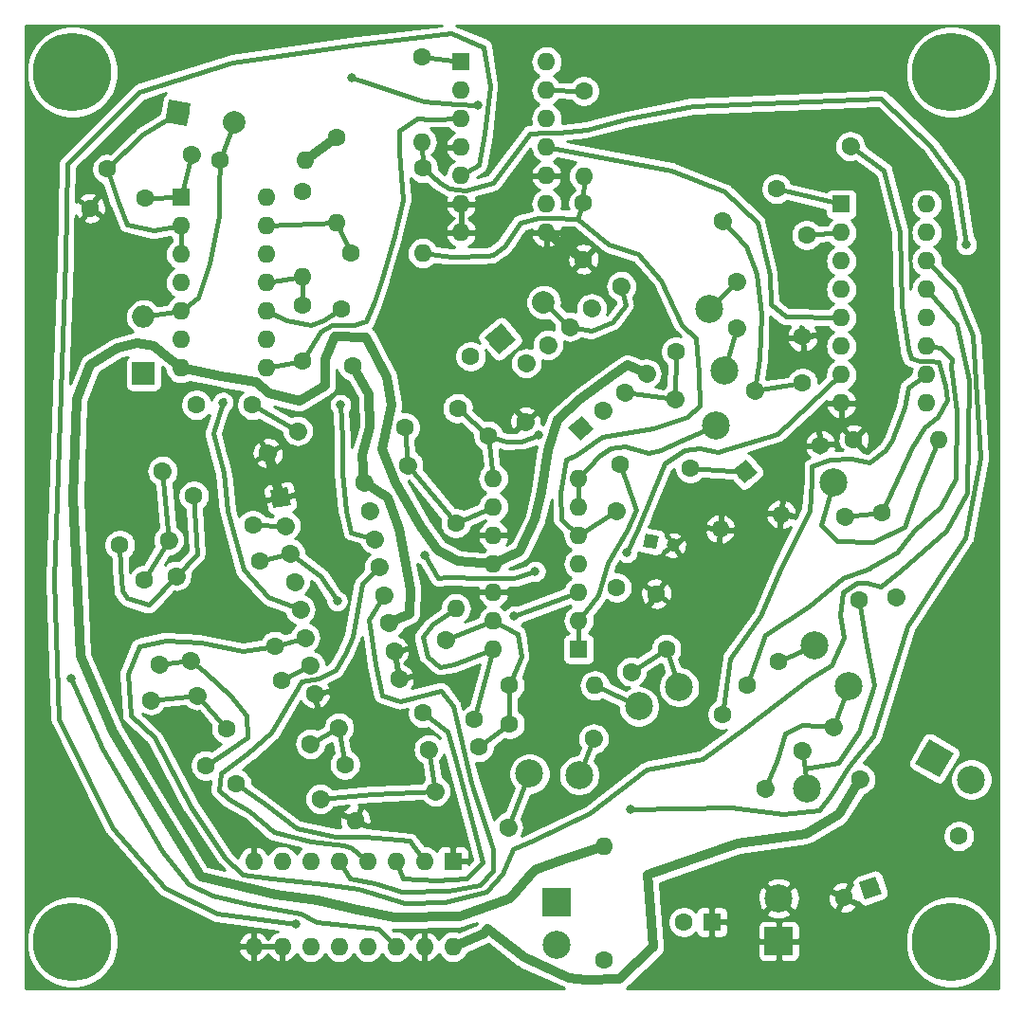
<source format=gbr>
G04 #@! TF.GenerationSoftware,KiCad,Pcbnew,(5.1.2-1)-1*
G04 #@! TF.CreationDate,2021-05-31T13:25:01-04:00*
G04 #@! TF.ProjectId,Voltage Quantizer - MFOS,566f6c74-6167-4652-9051-75616e74697a,rev?*
G04 #@! TF.SameCoordinates,Original*
G04 #@! TF.FileFunction,Copper,L2,Bot*
G04 #@! TF.FilePolarity,Positive*
%FSLAX46Y46*%
G04 Gerber Fmt 4.6, Leading zero omitted, Abs format (unit mm)*
G04 Created by KiCad (PCBNEW (5.1.2-1)-1) date 2021-05-31 13:25:01*
%MOMM*%
%LPD*%
G04 APERTURE LIST*
%ADD10C,7.000000*%
%ADD11C,2.499360*%
%ADD12C,1.600000*%
%ADD13C,1.200000*%
%ADD14C,0.100000*%
%ADD15R,1.600000X1.600000*%
%ADD16C,2.000000*%
%ADD17C,2.000000*%
%ADD18R,2.000000X2.000000*%
%ADD19O,2.000000X2.000000*%
%ADD20C,1.600000*%
%ADD21O,1.600000X1.600000*%
%ADD22R,2.499360X2.499360*%
%ADD23C,1.550000*%
%ADD24C,0.800000*%
%ADD25C,0.406400*%
%ADD26C,0.812800*%
%ADD27C,0.254000*%
G04 APERTURE END LIST*
D10*
X17018000Y-94742000D03*
X95504000Y-94742000D03*
X95504000Y-17018000D03*
X17018000Y-17018000D03*
D11*
X71185083Y-71989231D03*
D12*
X23495000Y-28321000D03*
X18570961Y-29189241D03*
X28096200Y-46774100D03*
X33096200Y-46774100D03*
X37579300Y-42875200D03*
X37579300Y-37875200D03*
X41003659Y-38159939D03*
X41871900Y-33235900D03*
X62649100Y-33756600D03*
X62649100Y-28756600D03*
X46706516Y-48776013D03*
X51404979Y-47065912D03*
D13*
X68682603Y-58967146D03*
D14*
G36*
X67987529Y-59453842D02*
G01*
X68195907Y-58272072D01*
X69377677Y-58480450D01*
X69169299Y-59662220D01*
X67987529Y-59453842D01*
X67987529Y-59453842D01*
G37*
D13*
X70652219Y-59314442D03*
D12*
X88252300Y-89928700D03*
D14*
G36*
X88730438Y-88903330D02*
G01*
X89277670Y-90406838D01*
X87774162Y-90954070D01*
X87226930Y-89450562D01*
X88730438Y-88903330D01*
X88730438Y-88903330D01*
G37*
D12*
X85903068Y-90783750D03*
X71617200Y-92976700D03*
D15*
X74117200Y-92976700D03*
D12*
X69159339Y-63645537D03*
X70027580Y-68569576D03*
D16*
X26441400Y-20675600D03*
D14*
G36*
X25282944Y-21486760D02*
G01*
X25630240Y-19517144D01*
X27599856Y-19864440D01*
X27252560Y-21834056D01*
X25282944Y-21486760D01*
X25282944Y-21486760D01*
G37*
D16*
X31444223Y-21557733D03*
D17*
X31444223Y-21557733D02*
X31444223Y-21557733D01*
D18*
X23368000Y-43992800D03*
D19*
X23368000Y-38912800D03*
D16*
X59098511Y-37604940D03*
D17*
X59098511Y-37604940D02*
X59098511Y-37604940D01*
D16*
X55207005Y-40870301D03*
D14*
G36*
X55083748Y-42279133D02*
G01*
X53798173Y-40747044D01*
X55330262Y-39461469D01*
X56615837Y-40993558D01*
X55083748Y-42279133D01*
X55083748Y-42279133D01*
G37*
D12*
X87378282Y-80213200D03*
D20*
X87378282Y-80213200D02*
X87378282Y-80213200D01*
D12*
X96177100Y-85293200D03*
X64490600Y-96380300D03*
D21*
X64490600Y-86220300D03*
D11*
X86345710Y-71857282D03*
X82629967Y-81007621D03*
X75225039Y-43666444D03*
X73878839Y-38243544D03*
X83252198Y-68233639D03*
X84950300Y-53721000D03*
X74442298Y-48627808D03*
X62268144Y-79854734D03*
X67595405Y-73718340D03*
X57831946Y-79708450D03*
X97279557Y-80251300D03*
X93980000Y-78346300D03*
D14*
G36*
X92272905Y-78803715D02*
G01*
X93522585Y-76639205D01*
X95687095Y-77888885D01*
X94437415Y-80053395D01*
X92272905Y-78803715D01*
X92272905Y-78803715D01*
G37*
D22*
X80086200Y-94678500D03*
D11*
X80086200Y-90868500D03*
D22*
X60210700Y-91211399D03*
D11*
X60210700Y-95021399D03*
D12*
X27646435Y-24381601D03*
D20*
X27646435Y-24381601D02*
X27646435Y-24381601D01*
D12*
X20142200Y-25704800D03*
D21*
X37795200Y-24892000D03*
D12*
X30175200Y-24892000D03*
X31647059Y-80649153D03*
X39151294Y-81972352D03*
D20*
X39151294Y-81972352D02*
X39151294Y-81972352D01*
D12*
X42265574Y-83896502D03*
X49426032Y-81290309D03*
D20*
X49426032Y-81290309D02*
X49426032Y-81290309D01*
D12*
X26277633Y-62045716D03*
D20*
X26277633Y-62045716D02*
X26277633Y-62045716D01*
D12*
X33781868Y-60722517D03*
X33115041Y-57525846D03*
X25610806Y-58849045D03*
D20*
X25610806Y-58849045D02*
X25610806Y-58849045D01*
D12*
X27576542Y-69631610D03*
D20*
X27576542Y-69631610D02*
X27576542Y-69631610D01*
D12*
X35080777Y-68308411D03*
X35675523Y-71388833D03*
X28171288Y-72712032D03*
D20*
X28171288Y-72712032D02*
X28171288Y-72712032D01*
D12*
X42024300Y-43256200D03*
X37126258Y-49093459D03*
D20*
X37126258Y-49093459D02*
X37126258Y-49093459D01*
D21*
X37541200Y-35356800D03*
D12*
X37541200Y-27736800D03*
X40640000Y-22860000D03*
D21*
X40640000Y-30480000D03*
D12*
X40805645Y-75616829D03*
D20*
X40805645Y-75616829D02*
X40805645Y-75616829D01*
D12*
X48309880Y-74293630D03*
X25061039Y-52683382D03*
D20*
X25061039Y-52683382D02*
X25061039Y-52683382D01*
D12*
X21251039Y-59282496D03*
X23416477Y-62421256D03*
X24739676Y-69925491D03*
D20*
X24739676Y-69925491D02*
X24739676Y-69925491D01*
D12*
X24029400Y-73137818D03*
D20*
X24029400Y-73137818D02*
X24029400Y-73137818D01*
D12*
X28927442Y-78975077D03*
X38269886Y-77046776D03*
D20*
X38269886Y-77046776D02*
X38269886Y-77046776D01*
D12*
X30765651Y-75723577D03*
X41331208Y-78889993D03*
X48835443Y-77566794D03*
D20*
X48835443Y-77566794D02*
X48835443Y-77566794D01*
D12*
X65914415Y-52117475D03*
X70812457Y-46280216D03*
D20*
X70812457Y-46280216D02*
X70812457Y-46280216D01*
D12*
X27855949Y-54906788D03*
X34455063Y-51096788D03*
D20*
X34455063Y-51096788D02*
X34455063Y-51096788D01*
D12*
X66028906Y-36182994D03*
D20*
X66028906Y-36182994D02*
X66028906Y-36182994D01*
D12*
X70926948Y-42020253D03*
X57471226Y-48271028D03*
D20*
X57471226Y-48271028D02*
X57471226Y-48271028D01*
D12*
X52573184Y-42433769D03*
X48196500Y-15646400D03*
D21*
X48196500Y-23266400D03*
X62674500Y-26339800D03*
D12*
X62674500Y-18719800D03*
X75061404Y-30290945D03*
D20*
X75061404Y-30290945D02*
X75061404Y-30290945D01*
D12*
X82565639Y-31614144D03*
X75076423Y-74420765D03*
X78886423Y-81019879D03*
D20*
X78886423Y-81019879D02*
X78886423Y-81019879D01*
D12*
X77288706Y-71784270D03*
X82186748Y-77621529D03*
D20*
X82186748Y-77621529D02*
X82186748Y-77621529D01*
D12*
X86472354Y-23663944D03*
D20*
X86472354Y-23663944D02*
X86472354Y-23663944D01*
D12*
X79873240Y-27473944D03*
X89259955Y-56430816D03*
X90583154Y-63935051D03*
D20*
X90583154Y-63935051D02*
X90583154Y-63935051D01*
D21*
X48298100Y-33223200D03*
D12*
X48298100Y-25603200D03*
X87290390Y-64211418D03*
X85967191Y-56707183D03*
D20*
X85967191Y-56707183D02*
X85967191Y-56707183D01*
D12*
X54143568Y-49529004D03*
X46983110Y-52135197D03*
D20*
X46983110Y-52135197D02*
X46983110Y-52135197D01*
D12*
X50315684Y-67739565D03*
D20*
X50315684Y-67739565D02*
X50315684Y-67739565D01*
D12*
X52921877Y-74900023D03*
X84967994Y-75512186D03*
D20*
X84967994Y-75512186D02*
X84967994Y-75512186D01*
D12*
X80069952Y-69674927D03*
X86782040Y-49876744D03*
D21*
X94402040Y-49876744D03*
D12*
X51243269Y-57335162D03*
D21*
X51243269Y-64955162D03*
D12*
X65571578Y-56229979D03*
D20*
X65571578Y-56229979D02*
X65571578Y-56229979D01*
D12*
X72170692Y-52419979D03*
X76368039Y-39932644D03*
D20*
X76368039Y-39932644D02*
X76368039Y-39932644D01*
D12*
X82205298Y-44830686D03*
X76360080Y-35783902D03*
D20*
X76360080Y-35783902D02*
X76360080Y-35783902D01*
D12*
X82197339Y-40681944D03*
X83797540Y-50359344D03*
X77960281Y-45461302D03*
D20*
X77960281Y-45461302D02*
X77960281Y-45461302D01*
D12*
X56055135Y-75263156D03*
X63559370Y-76586355D03*
D20*
X63559370Y-76586355D02*
X63559370Y-76586355D01*
D21*
X63653540Y-71849546D03*
D12*
X56033540Y-71849546D03*
X53299683Y-77335214D03*
X55905876Y-84495672D03*
D20*
X55905876Y-84495672D02*
X55905876Y-84495672D01*
D12*
X65608308Y-63107189D03*
X66931507Y-70611424D03*
D20*
X66931507Y-70611424D02*
X66931507Y-70611424D01*
D23*
X80300476Y-56556934D03*
X77086538Y-52726712D03*
D14*
G36*
X75994693Y-52631188D02*
G01*
X77182062Y-51634867D01*
X78178383Y-52822236D01*
X76991014Y-53818557D01*
X75994693Y-52631188D01*
X75994693Y-52631188D01*
G37*
D23*
X74863285Y-57855761D03*
D15*
X26695400Y-28244800D03*
D21*
X34315400Y-43484800D03*
X26695400Y-30784800D03*
X34315400Y-40944800D03*
X26695400Y-33324800D03*
X34315400Y-38404800D03*
X26695400Y-35864800D03*
X34315400Y-35864800D03*
X26695400Y-38404800D03*
X34315400Y-33324800D03*
X26695400Y-40944800D03*
X34315400Y-30784800D03*
X26695400Y-43484800D03*
X34315400Y-28244800D03*
D12*
X35580687Y-55053531D03*
D14*
G36*
X34931759Y-55980296D02*
G01*
X34653922Y-54404603D01*
X36229615Y-54126766D01*
X36507452Y-55702459D01*
X34931759Y-55980296D01*
X34931759Y-55980296D01*
G37*
D12*
X46172387Y-71240214D03*
D20*
X46172387Y-71240214D02*
X46172387Y-71240214D01*
D12*
X36021753Y-57554943D03*
D20*
X36021753Y-57554943D02*
X36021753Y-57554943D01*
D12*
X45731320Y-68738802D03*
D20*
X45731320Y-68738802D02*
X45731320Y-68738802D01*
D12*
X36462820Y-60056354D03*
D20*
X36462820Y-60056354D02*
X36462820Y-60056354D01*
D12*
X45290254Y-66237390D03*
D20*
X45290254Y-66237390D02*
X45290254Y-66237390D01*
D12*
X36903886Y-62557766D03*
D20*
X36903886Y-62557766D02*
X36903886Y-62557766D01*
D12*
X44849188Y-63735979D03*
D20*
X44849188Y-63735979D02*
X44849188Y-63735979D01*
D12*
X37344952Y-65059178D03*
D20*
X37344952Y-65059178D02*
X37344952Y-65059178D01*
D12*
X44408121Y-61234567D03*
D20*
X44408121Y-61234567D02*
X44408121Y-61234567D01*
D12*
X37786019Y-67560589D03*
D20*
X37786019Y-67560589D02*
X37786019Y-67560589D01*
D12*
X43967055Y-58733155D03*
D20*
X43967055Y-58733155D02*
X43967055Y-58733155D01*
D12*
X38227085Y-70062001D03*
D20*
X38227085Y-70062001D02*
X38227085Y-70062001D01*
D12*
X43525988Y-56231744D03*
D20*
X43525988Y-56231744D02*
X43525988Y-56231744D01*
D12*
X38668152Y-72563413D03*
D20*
X38668152Y-72563413D02*
X38668152Y-72563413D01*
D12*
X43084922Y-53730332D03*
D20*
X43084922Y-53730332D02*
X43084922Y-53730332D01*
D21*
X50990500Y-95173800D03*
X33210500Y-87553800D03*
X48450500Y-95173800D03*
X35750500Y-87553800D03*
X45910500Y-95173800D03*
X38290500Y-87553800D03*
X43370500Y-95173800D03*
X40830500Y-87553800D03*
X40830500Y-95173800D03*
X43370500Y-87553800D03*
X38290500Y-95173800D03*
X45910500Y-87553800D03*
X35750500Y-95173800D03*
X48450500Y-87553800D03*
X33210500Y-95173800D03*
D15*
X50990500Y-87553800D03*
D21*
X54596744Y-68592766D03*
X62216744Y-53352766D03*
X54596744Y-66052766D03*
X62216744Y-55892766D03*
X54596744Y-63512766D03*
X62216744Y-58432766D03*
X54596744Y-60972766D03*
X62216744Y-60972766D03*
X54596744Y-58432766D03*
X62216744Y-63512766D03*
X54596744Y-55892766D03*
X62216744Y-66052766D03*
X54596744Y-53352766D03*
D15*
X62216744Y-68592766D03*
D12*
X62429596Y-48885121D03*
D14*
G36*
X63556662Y-48983726D02*
G01*
X62330991Y-50012187D01*
X61302530Y-48786516D01*
X62528201Y-47758055D01*
X63556662Y-48983726D01*
X63556662Y-48983726D01*
G37*
D12*
X63368813Y-38149821D03*
D20*
X63368813Y-38149821D02*
X63368813Y-38149821D01*
D12*
X64375349Y-47252440D03*
D20*
X64375349Y-47252440D02*
X64375349Y-47252440D01*
D12*
X61423060Y-39782501D03*
D20*
X61423060Y-39782501D02*
X61423060Y-39782501D01*
D12*
X66321102Y-45619760D03*
D20*
X66321102Y-45619760D02*
X66321102Y-45619760D01*
D12*
X59477307Y-41415182D03*
D20*
X59477307Y-41415182D02*
X59477307Y-41415182D01*
D12*
X68266855Y-43987079D03*
D20*
X68266855Y-43987079D02*
X68266855Y-43987079D01*
D12*
X57531554Y-43047862D03*
D20*
X57531554Y-43047862D02*
X57531554Y-43047862D01*
D15*
X51727100Y-16116300D03*
D21*
X59347100Y-31356300D03*
X51727100Y-18656300D03*
X59347100Y-28816300D03*
X51727100Y-21196300D03*
X59347100Y-26276300D03*
X51727100Y-23736300D03*
X59347100Y-23736300D03*
X51727100Y-26276300D03*
X59347100Y-21196300D03*
X51727100Y-28816300D03*
X59347100Y-18656300D03*
X51727100Y-31356300D03*
X59347100Y-16116300D03*
D15*
X85664439Y-28845544D03*
D21*
X93284439Y-46625544D03*
X85664439Y-31385544D03*
X93284439Y-44085544D03*
X85664439Y-33925544D03*
X93284439Y-41545544D03*
X85664439Y-36465544D03*
X93284439Y-39005544D03*
X85664439Y-39005544D03*
X93284439Y-36465544D03*
X85664439Y-41545544D03*
X93284439Y-33925544D03*
X85664439Y-44085544D03*
X93284439Y-31385544D03*
X85664439Y-46625544D03*
X93284439Y-28845544D03*
D24*
X58661300Y-49453800D03*
X41922700Y-17500600D03*
X53251100Y-20015200D03*
X56476900Y-65646300D03*
X40652700Y-64300100D03*
X66535300Y-59956700D03*
X58331100Y-61645800D03*
X48501300Y-60172600D03*
X66814700Y-82880200D03*
X36982400Y-93179900D03*
X96837500Y-32448500D03*
X30465665Y-46556565D03*
X40944800Y-46761400D03*
X16878300Y-71221600D03*
D25*
X23495000Y-28321000D02*
X26695400Y-28244800D01*
X26695400Y-28244800D02*
X27646435Y-24381601D01*
D26*
X35580687Y-55053531D02*
X34455063Y-51096788D01*
X59347100Y-31356300D02*
X62649100Y-33756600D01*
D25*
X37126258Y-49093459D02*
X33096200Y-46774100D01*
X37579300Y-42875200D02*
X34315400Y-43484800D01*
X59347100Y-23736300D02*
X64617600Y-24752300D01*
X64617600Y-24752300D02*
X70485000Y-25806400D01*
X70485000Y-25806400D02*
X75247500Y-27698700D01*
X75247500Y-27698700D02*
X78168500Y-30467300D01*
X78168500Y-30467300D02*
X79260700Y-35115500D01*
X79260700Y-35115500D02*
X79413100Y-37807900D01*
X79413100Y-37807900D02*
X80695800Y-38900100D01*
X80695800Y-38900100D02*
X85664439Y-39005544D01*
X37579300Y-42875200D02*
X39204900Y-40259000D01*
X39204900Y-40259000D02*
X40208200Y-39674800D01*
X40208200Y-39674800D02*
X42164000Y-39636700D01*
X42164000Y-39636700D02*
X43268900Y-39319200D01*
X43268900Y-39319200D02*
X43980100Y-37541200D01*
X43980100Y-37541200D02*
X44627800Y-35496500D01*
X44627800Y-35496500D02*
X45732700Y-31648400D01*
X45732700Y-31648400D02*
X46532800Y-28435300D01*
X46532800Y-28435300D02*
X46177200Y-24155400D01*
X46177200Y-24155400D02*
X46177200Y-22288500D01*
X46177200Y-22288500D02*
X47840900Y-21183600D01*
X47840900Y-21183600D02*
X48945800Y-21234400D01*
X48945800Y-21234400D02*
X51727100Y-21196300D01*
X34315400Y-35864800D02*
X37541200Y-35356800D01*
X37579300Y-37875200D02*
X37541200Y-35356800D01*
X34315400Y-38404800D02*
X36080700Y-39204900D01*
X36080700Y-39204900D02*
X38303200Y-39649400D01*
X38303200Y-39649400D02*
X39382700Y-39255700D01*
X39382700Y-39255700D02*
X41003659Y-38159939D01*
X34315400Y-30784800D02*
X40640000Y-30480000D01*
X41871900Y-33235900D02*
X40640000Y-30480000D01*
X62216744Y-58432766D02*
X65571578Y-56229979D01*
X62674500Y-26339800D02*
X62649100Y-28756600D01*
X48298100Y-33223200D02*
X50825400Y-33502600D01*
X50825400Y-33502600D02*
X54038500Y-33426400D01*
X62216744Y-58432766D02*
X60667900Y-56997600D01*
X60667900Y-56997600D02*
X60617100Y-54610000D01*
X60617100Y-54610000D02*
X61074300Y-51638200D01*
X61074300Y-51638200D02*
X62039500Y-51257200D01*
X62039500Y-51257200D02*
X64350900Y-49669700D01*
X64350900Y-49669700D02*
X68910200Y-48856900D01*
X68910200Y-48856900D02*
X71970900Y-47828200D01*
X71970900Y-47828200D02*
X72999600Y-46863000D01*
X72999600Y-46863000D02*
X72936100Y-43980100D01*
X72936100Y-43980100D02*
X72720200Y-40805100D01*
X72720200Y-40805100D02*
X71450200Y-39624000D01*
X71450200Y-39624000D02*
X69570600Y-35623500D01*
X69570600Y-35623500D02*
X67564000Y-33286700D01*
X62121051Y-30117051D02*
X64912345Y-32458555D01*
X67564000Y-33286700D02*
X64912345Y-32458555D01*
X62121051Y-30117051D02*
X62649100Y-28756600D01*
X62121051Y-30117051D02*
X59842400Y-30086300D01*
X59842400Y-30086300D02*
X58674000Y-30086300D01*
X58674000Y-30086300D02*
X57010300Y-30480000D01*
X57010300Y-30480000D02*
X55562500Y-32626300D01*
X55562500Y-32626300D02*
X54568624Y-33385024D01*
X54038500Y-33426400D02*
X54568624Y-33385024D01*
X46983110Y-52135197D02*
X46706516Y-48776013D01*
X46983110Y-52135197D02*
X51243269Y-57335162D01*
X51243269Y-57335162D02*
X54596744Y-55892766D01*
X54143568Y-49529004D02*
X51404979Y-47065912D01*
X54596744Y-53352766D02*
X54143568Y-49529004D01*
X58661300Y-49453800D02*
X57086500Y-50012600D01*
X57086500Y-50012600D02*
X55778400Y-50088800D01*
X55778400Y-50088800D02*
X54143568Y-49529004D01*
D26*
X43084922Y-53730332D02*
X42849800Y-51269900D01*
X42849800Y-51269900D02*
X43561000Y-48793400D01*
X43561000Y-48793400D02*
X43472100Y-45859700D01*
X43472100Y-45859700D02*
X42024300Y-43256200D01*
X87378282Y-80213200D02*
X85458300Y-83324700D01*
X85458300Y-83324700D02*
X82511900Y-85064600D01*
X82511900Y-85064600D02*
X76390500Y-85966300D01*
X76390500Y-85966300D02*
X68376800Y-88747600D01*
X53784500Y-93980000D02*
X50990500Y-95173800D01*
X43084922Y-53730332D02*
X45135800Y-55079900D01*
X45135800Y-55079900D02*
X46228000Y-57823100D01*
X46228000Y-57823100D02*
X47167800Y-63233300D01*
X47167800Y-63233300D02*
X47091600Y-65430400D01*
X47091600Y-65430400D02*
X45290254Y-66237390D01*
X37795200Y-24892000D02*
X40640000Y-22860000D01*
X54070614Y-93567614D02*
X57365900Y-96126300D01*
X54070614Y-93567614D02*
X53784500Y-93980000D01*
X57365900Y-96126300D02*
X61366400Y-97955100D01*
X68529200Y-90741500D02*
X68376800Y-88747600D01*
X68895948Y-95213452D02*
X68529200Y-90741500D01*
X65824364Y-98095064D02*
X62892142Y-98156558D01*
X61366400Y-97955100D02*
X62892142Y-98156558D01*
X65824364Y-98095064D02*
X68895948Y-95213452D01*
X35191700Y-90512900D02*
X28460700Y-88912700D01*
X28460700Y-88912700D02*
X24142700Y-81864200D01*
X24142700Y-81864200D02*
X20624800Y-75946000D01*
X20624800Y-75946000D02*
X17741900Y-69215000D01*
X17741900Y-69215000D02*
X17094200Y-54965600D01*
X54596744Y-60972766D02*
X51473100Y-60693300D01*
X51473100Y-60693300D02*
X49657000Y-59778900D01*
X49657000Y-59778900D02*
X48133000Y-57683400D01*
X48133000Y-57683400D02*
X45859700Y-53657500D01*
X45859700Y-53657500D02*
X44665900Y-50698400D01*
X44665900Y-50698400D02*
X45516800Y-46786800D01*
X45516800Y-46786800D02*
X45059600Y-44284900D01*
X45059600Y-44284900D02*
X43192700Y-40728900D01*
X43192700Y-40728900D02*
X40411400Y-40614600D01*
X40411400Y-40614600D02*
X39611300Y-42710100D01*
X39611300Y-42710100D02*
X39560500Y-45034200D01*
X39560500Y-45034200D02*
X37287200Y-46405800D01*
X37287200Y-46405800D02*
X34569400Y-45720000D01*
X34569400Y-45720000D02*
X33426400Y-44754800D01*
X33426400Y-44754800D02*
X30314900Y-44246800D01*
X30314900Y-44246800D02*
X26695400Y-43484800D01*
X54596744Y-60972766D02*
X56921400Y-59842400D01*
X56921400Y-59842400D02*
X58318400Y-56997600D01*
X58318400Y-56997600D02*
X58877200Y-54571900D01*
X58877200Y-54571900D02*
X59448700Y-50850800D01*
X59448700Y-50850800D02*
X60325000Y-48069500D01*
X60325000Y-48069500D02*
X62395100Y-46266100D01*
X62395100Y-46266100D02*
X65278000Y-44094400D01*
X65278000Y-44094400D02*
X66573400Y-43218100D01*
X66573400Y-43218100D02*
X68266855Y-43987079D01*
X17094200Y-54965600D02*
X17386300Y-46240700D01*
X17386300Y-46240700D02*
X18618200Y-43154600D01*
X18618200Y-43154600D02*
X21043900Y-41668700D01*
X21043900Y-41668700D02*
X22796500Y-41224200D01*
X22796500Y-41224200D02*
X24295100Y-41529000D01*
X24295100Y-41529000D02*
X25654000Y-42583100D01*
X25654000Y-42583100D02*
X26695400Y-43484800D01*
X35191700Y-90512900D02*
X38887400Y-90995500D01*
X38887400Y-90995500D02*
X42456100Y-91846400D01*
X42456100Y-91846400D02*
X45745400Y-92595700D01*
X45745400Y-92595700D02*
X51625500Y-92494100D01*
X51625500Y-92494100D02*
X56057800Y-90893900D01*
X56057800Y-90893900D02*
X58305700Y-88341200D01*
X58305700Y-88341200D02*
X60858400Y-87363300D01*
X60858400Y-87363300D02*
X64490600Y-86220300D01*
D25*
X66931507Y-70611424D02*
X70027580Y-68569576D01*
X70027580Y-68569576D02*
X71185083Y-71989231D01*
X20142200Y-25704800D02*
X23228300Y-22656800D01*
X23228300Y-22656800D02*
X26441400Y-20675600D01*
X26695400Y-30784800D02*
X26695400Y-33324800D01*
X26695400Y-30784800D02*
X24257000Y-31178500D01*
X24257000Y-31178500D02*
X21894800Y-30632400D01*
X21894800Y-30632400D02*
X21107400Y-28714700D01*
X21107400Y-28714700D02*
X20142200Y-25704800D01*
X31444223Y-21557733D02*
X30175200Y-24892000D01*
X26695400Y-38404800D02*
X23368000Y-38912800D01*
X26695400Y-38404800D02*
X28270200Y-37160200D01*
X28270200Y-37160200D02*
X29298900Y-34099500D01*
X29298900Y-34099500D02*
X30073600Y-29908500D01*
X30073600Y-29908500D02*
X30073600Y-27647900D01*
X30073600Y-27647900D02*
X30175200Y-24892000D01*
X61423060Y-39782501D02*
X59098511Y-37604940D01*
X61423060Y-39782501D02*
X63373000Y-40157400D01*
X63373000Y-40157400D02*
X65265300Y-39357300D01*
X65265300Y-39357300D02*
X66395600Y-37846000D01*
X66395600Y-37846000D02*
X66028906Y-36182994D01*
X78886423Y-81019879D02*
X79959200Y-78409800D01*
X79959200Y-78409800D02*
X80683100Y-76149200D01*
X80683100Y-76149200D02*
X82143600Y-75374500D01*
X82143600Y-75374500D02*
X84967994Y-75512186D01*
X86345710Y-71857282D02*
X84967994Y-75512186D01*
X87290390Y-64211418D02*
X87871300Y-67818000D01*
X87871300Y-67818000D02*
X88633300Y-71793100D01*
X88633300Y-71793100D02*
X87236300Y-75958700D01*
X87236300Y-75958700D02*
X85356700Y-78740000D01*
X85356700Y-78740000D02*
X82402346Y-79268654D01*
X82402346Y-79268654D02*
X82186748Y-77621529D01*
X82629967Y-81007621D02*
X82402346Y-79268654D01*
X75225039Y-43666444D02*
X76368039Y-39932644D01*
X73878839Y-38243544D02*
X76360080Y-35783902D01*
X83252198Y-68233639D02*
X80069952Y-69674927D01*
X94402040Y-49876744D02*
X92595700Y-54127400D01*
X92595700Y-54127400D02*
X91313000Y-57708800D01*
X91313000Y-57708800D02*
X88557100Y-59055000D01*
X88557100Y-59055000D02*
X85344000Y-58928000D01*
X85344000Y-58928000D02*
X83870800Y-57518300D01*
X83870800Y-57518300D02*
X84950300Y-53721000D01*
X62216744Y-53352766D02*
X62216744Y-55892766D01*
X62216744Y-53352766D02*
X64046100Y-51308000D01*
X64046100Y-51308000D02*
X65100200Y-50660300D01*
X65100200Y-50660300D02*
X66332100Y-50495200D01*
X66332100Y-50495200D02*
X68478400Y-51079400D01*
X68478400Y-51079400D02*
X69583300Y-50838100D01*
X69583300Y-50838100D02*
X71132700Y-50025300D01*
X71132700Y-50025300D02*
X72390000Y-49530000D01*
X72390000Y-49530000D02*
X74442298Y-48627808D01*
X62268144Y-79854734D02*
X63559370Y-76586355D01*
X67595405Y-73718340D02*
X63653540Y-71849546D01*
X55905876Y-84495672D02*
X57831946Y-79708450D01*
X48450500Y-87553800D02*
X47142400Y-85737700D01*
X47142400Y-85737700D02*
X43154600Y-85344000D01*
X43154600Y-85344000D02*
X40538400Y-85382100D01*
X40538400Y-85382100D02*
X37020500Y-84582000D01*
X37020500Y-84582000D02*
X34137600Y-82435700D01*
X34137600Y-82435700D02*
X31647059Y-80649153D01*
X41922700Y-17500600D02*
X48361600Y-19672300D01*
X48361600Y-19672300D02*
X51371500Y-19951700D01*
X53251100Y-20015200D02*
X51371500Y-19951700D01*
X49426032Y-81290309D02*
X48835443Y-77566794D01*
X49426032Y-81290309D02*
X43840400Y-81521300D01*
X43840400Y-81521300D02*
X39151294Y-81972352D01*
X62216744Y-63512766D02*
X56476900Y-65646300D01*
X26277633Y-62045716D02*
X28130500Y-60109100D01*
X28130500Y-60109100D02*
X27855949Y-54906788D01*
X21251039Y-59282496D02*
X21285200Y-61366400D01*
X21285200Y-61366400D02*
X21437600Y-63373000D01*
X21437600Y-63373000D02*
X21932900Y-64046100D01*
X21932900Y-64046100D02*
X23825200Y-64655700D01*
X23825200Y-64655700D02*
X26277633Y-62045716D01*
X33781868Y-60722517D02*
X36462820Y-60056354D01*
X40652700Y-64300100D02*
X39179500Y-62077600D01*
X39179500Y-62077600D02*
X36462820Y-60056354D01*
X33115041Y-57525846D02*
X36021753Y-57554943D01*
X85664439Y-44085544D02*
X79959200Y-49364900D01*
X79959200Y-49364900D02*
X74637900Y-50990500D01*
X74637900Y-50990500D02*
X73063100Y-50673000D01*
X73063100Y-50673000D02*
X71691500Y-50774600D01*
X71691500Y-50774600D02*
X69926200Y-52031900D01*
X69926200Y-52031900D02*
X68872100Y-54444900D01*
X68872100Y-54444900D02*
X67449700Y-57975500D01*
X67449700Y-57975500D02*
X66535300Y-59956700D01*
X66535300Y-59956700D02*
X66535300Y-59956700D01*
X58331100Y-61645800D02*
X56476900Y-62255400D01*
X56476900Y-62255400D02*
X55524400Y-62280800D01*
X55524400Y-62280800D02*
X53759100Y-62255400D01*
X53759100Y-62255400D02*
X50457100Y-62191900D01*
X50457100Y-62191900D02*
X49682400Y-62255400D01*
X49682400Y-62255400D02*
X48501300Y-60172600D01*
X23416477Y-62421256D02*
X25610806Y-58849045D01*
X25610806Y-58849045D02*
X25061039Y-52683382D01*
X24739676Y-69925491D02*
X27576542Y-69631610D01*
X28927442Y-78975077D02*
X30924500Y-77660500D01*
X30924500Y-77660500D02*
X32664400Y-76454000D01*
X32664400Y-76454000D02*
X32575500Y-74523600D01*
X32575500Y-74523600D02*
X31153100Y-72783700D01*
X31153100Y-72783700D02*
X28930600Y-70700900D01*
X28930600Y-70700900D02*
X27576542Y-69631610D01*
X35080777Y-68308411D02*
X37786019Y-67560589D01*
X93284439Y-36465544D02*
X95986600Y-39560500D01*
X95986600Y-39560500D02*
X97040700Y-44589700D01*
X97040700Y-44589700D02*
X96875600Y-54584600D01*
X96875600Y-54584600D02*
X95034100Y-58051700D01*
X95034100Y-58051700D02*
X91008200Y-61569600D01*
X91008200Y-61569600D02*
X89166700Y-62966600D01*
X89166700Y-62966600D02*
X87972900Y-62699900D01*
X87972900Y-62699900D02*
X87045800Y-62649100D01*
X87045800Y-62649100D02*
X85826600Y-63500000D01*
X85826600Y-63500000D02*
X85534500Y-65557400D01*
X85534500Y-65557400D02*
X85877400Y-67538600D01*
X85877400Y-67538600D02*
X84772500Y-70027800D01*
X84772500Y-70027800D02*
X82842100Y-71221600D01*
X82842100Y-71221600D02*
X77101700Y-75628500D01*
X77101700Y-75628500D02*
X73266300Y-78384400D01*
X73266300Y-78384400D02*
X68300600Y-79362300D01*
X68300600Y-79362300D02*
X63207900Y-83273900D01*
X63207900Y-83273900D02*
X58318400Y-85648800D01*
X58318400Y-85648800D02*
X56362600Y-86487000D01*
X56362600Y-86487000D02*
X55448200Y-88684100D01*
X55448200Y-88684100D02*
X53949600Y-90284300D01*
X53949600Y-90284300D02*
X50241200Y-91198700D01*
X50241200Y-91198700D02*
X46685200Y-91249500D01*
X46685200Y-91249500D02*
X42519600Y-90004900D01*
X42519600Y-90004900D02*
X39509700Y-89598500D01*
X39509700Y-89598500D02*
X34810700Y-89103200D01*
X34810700Y-89103200D02*
X32245300Y-88773000D01*
X32245300Y-88773000D02*
X30645100Y-87223600D01*
X30645100Y-87223600D02*
X27597100Y-82664300D01*
X27597100Y-82664300D02*
X24333200Y-76504800D01*
X24333200Y-76504800D02*
X22199600Y-74498200D01*
X22199600Y-74498200D02*
X21958300Y-70789800D01*
X21958300Y-70789800D02*
X22961600Y-68351400D01*
X22961600Y-68351400D02*
X25336500Y-67843400D01*
X25336500Y-67843400D02*
X28486100Y-68033900D01*
X28486100Y-68033900D02*
X32245300Y-68783200D01*
X32245300Y-68783200D02*
X35080777Y-68308411D01*
X35675523Y-71388833D02*
X38227085Y-70062001D01*
X93284439Y-33925544D02*
X95694500Y-36385500D01*
X95694500Y-36385500D02*
X97396300Y-40589200D01*
X97396300Y-40589200D02*
X98107500Y-51498500D01*
X98107500Y-51498500D02*
X96774000Y-58648600D01*
X96774000Y-58648600D02*
X95161100Y-61061600D01*
X95161100Y-61061600D02*
X91579700Y-66522600D01*
X91579700Y-66522600D02*
X88544400Y-76352400D01*
X88544400Y-76352400D02*
X86309200Y-79133700D01*
X86309200Y-79133700D02*
X84785200Y-81546700D01*
X84785200Y-81546700D02*
X83718400Y-82981800D01*
X83718400Y-82981800D02*
X80492600Y-83337400D01*
X80492600Y-83337400D02*
X75844400Y-82702400D01*
X75844400Y-82702400D02*
X66814700Y-82880200D01*
X66814700Y-82880200D02*
X66814700Y-82880200D01*
X28171288Y-72712032D02*
X30765651Y-75723577D01*
X28171288Y-72712032D02*
X24029400Y-73137818D01*
X38269886Y-77046776D02*
X40805645Y-75616829D01*
X40805645Y-75616829D02*
X41331208Y-78889993D01*
X45910500Y-87553800D02*
X46494700Y-89065100D01*
X46494700Y-89065100D02*
X49466500Y-89242900D01*
X49466500Y-89242900D02*
X52197000Y-89115900D01*
X52197000Y-89115900D02*
X53682900Y-87680800D01*
X53682900Y-87680800D02*
X52882800Y-84658200D01*
X52882800Y-84658200D02*
X51168300Y-78320900D01*
X51168300Y-78320900D02*
X50533300Y-75946000D01*
X50533300Y-75946000D02*
X48309880Y-74293630D01*
X51727100Y-26276300D02*
X53301900Y-25349200D01*
X53301900Y-25349200D02*
X53835300Y-22529800D01*
X53835300Y-22529800D02*
X54279800Y-18275300D01*
X54279800Y-18275300D02*
X53733700Y-14795500D01*
X53733700Y-14795500D02*
X50863500Y-13589000D01*
X50863500Y-13589000D02*
X42494200Y-14592300D01*
X42494200Y-14592300D02*
X31292800Y-16167100D01*
X31292800Y-16167100D02*
X23012400Y-18808700D01*
X23012400Y-18808700D02*
X16548100Y-25273000D01*
X16548100Y-25273000D02*
X16357600Y-33743900D01*
X16357600Y-33743900D02*
X15341600Y-62420500D01*
X15341600Y-62420500D02*
X15824200Y-74891900D01*
X15824200Y-74891900D02*
X20624800Y-84582000D01*
X20624800Y-84582000D02*
X25311100Y-89966800D01*
X25311100Y-89966800D02*
X29908500Y-92240100D01*
X29908500Y-92240100D02*
X36982400Y-93179900D01*
X36982400Y-93179900D02*
X36982400Y-93179900D01*
X62216744Y-68592766D02*
X62216744Y-66052766D01*
X62216744Y-66052766D02*
X63995300Y-63766700D01*
X63995300Y-63766700D02*
X64846200Y-60871100D01*
X64846200Y-60871100D02*
X66484500Y-58051700D01*
X66484500Y-58051700D02*
X67335400Y-56159400D01*
X67335400Y-56159400D02*
X65914415Y-52117475D01*
X70812457Y-46280216D02*
X66321102Y-45619760D01*
X70926948Y-42020253D02*
X70812457Y-46280216D01*
X48196500Y-15646400D02*
X51727100Y-16116300D01*
X48196500Y-23266400D02*
X48298100Y-25603200D01*
X89242900Y-19392900D02*
X72428100Y-20053300D01*
X72428100Y-20053300D02*
X66662300Y-21209000D01*
X66662300Y-21209000D02*
X62953900Y-22174200D01*
X62953900Y-22174200D02*
X60439300Y-22466300D01*
X60439300Y-22466300D02*
X59194700Y-22466300D01*
X48298100Y-25603200D02*
X49860200Y-26949400D01*
X49860200Y-26949400D02*
X50698400Y-27457400D01*
X50698400Y-27457400D02*
X52133500Y-27622500D01*
X52133500Y-27622500D02*
X54546500Y-26949400D01*
X54546500Y-26949400D02*
X57895393Y-22500493D01*
X59194700Y-22466300D02*
X57895393Y-22500493D01*
X95962133Y-26859567D02*
X93639092Y-23620008D01*
X93639092Y-23620008D02*
X89242900Y-19392900D01*
X96837500Y-32448500D02*
X95962133Y-26859567D01*
X59347100Y-18656300D02*
X62674500Y-18719800D01*
X82205298Y-44830686D02*
X77960281Y-45461302D01*
X75061404Y-30290945D02*
X77216000Y-32600900D01*
X77216000Y-32600900D02*
X78092300Y-35064700D01*
X78092300Y-35064700D02*
X78498700Y-38696900D01*
X78498700Y-38696900D02*
X78397100Y-42595800D01*
X78397100Y-42595800D02*
X77960281Y-45461302D01*
X85664439Y-31385544D02*
X82565639Y-31614144D01*
X75076423Y-74420765D02*
X75780900Y-69443600D01*
X75780900Y-69443600D02*
X78473300Y-65595500D01*
X78473300Y-65595500D02*
X80225900Y-61518800D01*
X80225900Y-61518800D02*
X82829400Y-56222900D01*
X82829400Y-56222900D02*
X83058000Y-53581300D01*
X83058000Y-53581300D02*
X83058000Y-52260500D01*
X83058000Y-52260500D02*
X84620100Y-51676300D01*
X84620100Y-51676300D02*
X86575900Y-51587400D01*
X86575900Y-51587400D02*
X88176100Y-51943000D01*
X88176100Y-51943000D02*
X89636600Y-50825400D01*
X89636600Y-50825400D02*
X90246200Y-49885600D01*
X90246200Y-49885600D02*
X91300300Y-47040800D01*
X91300300Y-47040800D02*
X91655900Y-45186600D01*
X91655900Y-45186600D02*
X93284439Y-44085544D01*
X77288706Y-71784270D02*
X78841600Y-67335400D01*
X78841600Y-67335400D02*
X82804000Y-64820800D01*
X82804000Y-64820800D02*
X85801200Y-62204600D01*
X95859600Y-53314600D02*
X95961200Y-47320200D01*
X95961200Y-47320200D02*
X95465900Y-43345100D01*
X95465900Y-43345100D02*
X95555720Y-42660220D01*
X94531171Y-41676329D02*
X95555720Y-42660220D01*
X94531171Y-41676329D02*
X93284439Y-41545544D01*
X95859600Y-53314600D02*
X94576900Y-55867300D01*
X94576900Y-55867300D02*
X92138500Y-58026300D01*
X92138500Y-58026300D02*
X90627200Y-59994800D01*
X87916180Y-61525580D02*
X88214200Y-61429900D01*
X90627200Y-59994800D02*
X87916180Y-61525580D01*
X85801200Y-62204600D02*
X87916180Y-61525580D01*
X85967191Y-56707183D02*
X89259955Y-56430816D01*
X89259955Y-56430816D02*
X91998800Y-50571400D01*
X91998800Y-50571400D02*
X93065600Y-48755300D01*
X93065600Y-48755300D02*
X94284800Y-47879000D01*
X94284800Y-47879000D02*
X95110300Y-46316900D01*
X95110300Y-46316900D02*
X94996000Y-45059600D01*
X94996000Y-45059600D02*
X94386400Y-42900600D01*
X94386400Y-42900600D02*
X93624400Y-42875200D01*
X93624400Y-42875200D02*
X92646500Y-42824400D01*
X92646500Y-42824400D02*
X91897200Y-42633900D01*
X91897200Y-42633900D02*
X91630500Y-41795700D01*
X91630500Y-41795700D02*
X91033600Y-37833300D01*
X91033600Y-37833300D02*
X90906600Y-31343600D01*
X90906600Y-31343600D02*
X89496900Y-25806400D01*
X89496900Y-25806400D02*
X86472354Y-23663944D01*
X85664439Y-28845544D02*
X79873240Y-27473944D01*
X56055135Y-75263156D02*
X56033540Y-71849546D01*
X53299683Y-77335214D02*
X56055135Y-75263156D01*
X56033540Y-71849546D02*
X57073800Y-69278500D01*
X57073800Y-69278500D02*
X56756300Y-67208400D01*
X56756300Y-67208400D02*
X54596744Y-66052766D01*
X54596744Y-66052766D02*
X50315684Y-67739565D01*
X52921877Y-74900023D02*
X54596744Y-68592766D01*
X51243269Y-64955162D02*
X49174400Y-66408300D01*
X49174400Y-66408300D02*
X48285400Y-67525900D01*
X48285400Y-67525900D02*
X48704500Y-69240400D01*
X48704500Y-69240400D02*
X49822100Y-70167500D01*
X49822100Y-70167500D02*
X51092100Y-69977000D01*
X51092100Y-69977000D02*
X54596744Y-68592766D01*
X72170692Y-52419979D02*
X77086538Y-52726712D01*
X37344952Y-65059178D02*
X34544000Y-63969900D01*
X34544000Y-63969900D02*
X32270700Y-61468000D01*
X32270700Y-61468000D02*
X30886400Y-56261000D01*
X30886400Y-56261000D02*
X30492700Y-52857400D01*
X30492700Y-52857400D02*
X29591000Y-49263300D01*
X29591000Y-49263300D02*
X30465665Y-46556565D01*
X30465665Y-46556565D02*
X30530800Y-46355000D01*
X40944800Y-46761400D02*
X41122600Y-49707800D01*
X41122600Y-49707800D02*
X41122600Y-52819300D01*
X41122600Y-52819300D02*
X41452800Y-56261000D01*
X41452800Y-56261000D02*
X41897300Y-58140600D01*
X41897300Y-58140600D02*
X43967055Y-58733155D01*
X32715200Y-91351100D02*
X29476700Y-90589100D01*
X29476700Y-90589100D02*
X27368500Y-89623900D01*
X27368500Y-89623900D02*
X25006300Y-86588600D01*
X25006300Y-86588600D02*
X19723100Y-77520800D01*
X19723100Y-77520800D02*
X16878300Y-71221600D01*
X16878300Y-71221600D02*
X16878300Y-71221600D01*
X32715200Y-91351100D02*
X37363400Y-92189300D01*
X37363400Y-92189300D02*
X38823900Y-93002100D01*
X38823900Y-93002100D02*
X44358717Y-93537883D01*
X45910500Y-95173800D02*
X44358717Y-93537883D01*
X40830500Y-87553800D02*
X41808400Y-89090500D01*
X41808400Y-89090500D02*
X44030900Y-89509600D01*
X44030900Y-89509600D02*
X46482000Y-90284300D01*
X46482000Y-90284300D02*
X50558700Y-90220800D01*
X50558700Y-90220800D02*
X53378100Y-89687400D01*
X53378100Y-89687400D02*
X54571900Y-88430100D01*
X54571900Y-88430100D02*
X54571900Y-86448900D01*
X54571900Y-86448900D02*
X52654200Y-80518000D01*
X52654200Y-80518000D02*
X50977800Y-73685400D01*
X50977800Y-73685400D02*
X49943976Y-72283276D01*
X49943976Y-72283276D02*
X46253400Y-73228200D01*
X46253400Y-73228200D02*
X44653200Y-72720200D01*
X44653200Y-72720200D02*
X44043600Y-69938900D01*
X44043600Y-69938900D02*
X43510200Y-65963800D01*
X43510200Y-65963800D02*
X44849188Y-63735979D01*
X43370500Y-87553800D02*
X41960800Y-86385400D01*
X41960800Y-86385400D02*
X41262300Y-86118700D01*
X41262300Y-86118700D02*
X38303200Y-85763100D01*
X38303200Y-85763100D02*
X35001200Y-84975700D01*
X35001200Y-84975700D02*
X32842200Y-83083400D01*
X32842200Y-83083400D02*
X30911800Y-81978500D01*
X30911800Y-81978500D02*
X30111700Y-81229200D01*
X30111700Y-81229200D02*
X30276800Y-79679800D01*
X30276800Y-79679800D02*
X32664400Y-77927200D01*
X32664400Y-77927200D02*
X34798000Y-76073000D01*
X34798000Y-76073000D02*
X36868100Y-72504300D01*
X36868100Y-72504300D02*
X37439600Y-71501000D01*
X37439600Y-71501000D02*
X39014400Y-71208900D01*
X39014400Y-71208900D02*
X40525700Y-70434200D01*
X40525700Y-70434200D02*
X41351200Y-68986400D01*
X42913300Y-62712600D02*
X44408121Y-61234567D01*
X42006766Y-67530734D02*
X42913300Y-62712600D01*
X41351200Y-68986400D02*
X42006766Y-67530734D01*
D27*
G36*
X99670000Y-98908000D02*
G01*
X66476119Y-98908000D01*
X66480843Y-98903954D01*
X66499578Y-98889554D01*
X66519686Y-98870689D01*
X66579659Y-98819329D01*
X66594347Y-98800647D01*
X69539632Y-96037523D01*
X69546489Y-96033102D01*
X69614265Y-95967506D01*
X69645772Y-95937948D01*
X69651135Y-95931822D01*
X69654898Y-95928180D01*
X78198448Y-95928180D01*
X78210708Y-96052662D01*
X78247018Y-96172360D01*
X78305983Y-96282674D01*
X78385335Y-96379365D01*
X78482026Y-96458717D01*
X78592340Y-96517682D01*
X78712038Y-96553992D01*
X78836520Y-96566252D01*
X79800450Y-96563180D01*
X79959200Y-96404430D01*
X79959200Y-94805500D01*
X80213200Y-94805500D01*
X80213200Y-96404430D01*
X80371950Y-96563180D01*
X81335880Y-96566252D01*
X81460362Y-96553992D01*
X81580060Y-96517682D01*
X81690374Y-96458717D01*
X81787065Y-96379365D01*
X81866417Y-96282674D01*
X81925382Y-96172360D01*
X81961692Y-96052662D01*
X81973952Y-95928180D01*
X81970880Y-94964250D01*
X81812130Y-94805500D01*
X80213200Y-94805500D01*
X79959200Y-94805500D01*
X78360270Y-94805500D01*
X78201520Y-94964250D01*
X78198448Y-95928180D01*
X69654898Y-95928180D01*
X69693895Y-95890438D01*
X69718523Y-95854854D01*
X69747044Y-95822277D01*
X69776770Y-95770692D01*
X69810636Y-95721759D01*
X69827849Y-95682053D01*
X69849466Y-95644539D01*
X69868556Y-95588148D01*
X69892227Y-95533544D01*
X69901364Y-95491237D01*
X69915245Y-95450233D01*
X69922966Y-95391210D01*
X69935531Y-95333029D01*
X69936239Y-95289747D01*
X69941853Y-95246828D01*
X69937911Y-95187440D01*
X69938044Y-95179312D01*
X69934518Y-95136313D01*
X69928267Y-95042141D01*
X69926148Y-95034259D01*
X69745816Y-92835365D01*
X70182200Y-92835365D01*
X70182200Y-93118035D01*
X70237347Y-93395274D01*
X70345520Y-93656427D01*
X70502563Y-93891459D01*
X70702441Y-94091337D01*
X70937473Y-94248380D01*
X71198626Y-94356553D01*
X71475865Y-94411700D01*
X71758535Y-94411700D01*
X72035774Y-94356553D01*
X72296927Y-94248380D01*
X72531959Y-94091337D01*
X72698539Y-93924757D01*
X72727698Y-94020880D01*
X72786663Y-94131194D01*
X72866015Y-94227885D01*
X72962706Y-94307237D01*
X73073020Y-94366202D01*
X73192718Y-94402512D01*
X73317200Y-94414772D01*
X73831450Y-94411700D01*
X73990200Y-94252950D01*
X73990200Y-93103700D01*
X74244200Y-93103700D01*
X74244200Y-94252950D01*
X74402950Y-94411700D01*
X74917200Y-94414772D01*
X75041682Y-94402512D01*
X75161380Y-94366202D01*
X75271694Y-94307237D01*
X75368385Y-94227885D01*
X75447737Y-94131194D01*
X75506702Y-94020880D01*
X75543012Y-93901182D01*
X75555272Y-93776700D01*
X75553194Y-93428820D01*
X78198448Y-93428820D01*
X78201520Y-94392750D01*
X78360270Y-94551500D01*
X79959200Y-94551500D01*
X79959200Y-92952570D01*
X80213200Y-92952570D01*
X80213200Y-94551500D01*
X81812130Y-94551500D01*
X81970880Y-94392750D01*
X81971064Y-94334738D01*
X91369000Y-94334738D01*
X91369000Y-95149262D01*
X91527906Y-95948135D01*
X91839611Y-96700657D01*
X92292136Y-97377909D01*
X92868091Y-97953864D01*
X93545343Y-98406389D01*
X94297865Y-98718094D01*
X95096738Y-98877000D01*
X95911262Y-98877000D01*
X96710135Y-98718094D01*
X97462657Y-98406389D01*
X98139909Y-97953864D01*
X98715864Y-97377909D01*
X99168389Y-96700657D01*
X99480094Y-95948135D01*
X99639000Y-95149262D01*
X99639000Y-94334738D01*
X99480094Y-93535865D01*
X99168389Y-92783343D01*
X98715864Y-92106091D01*
X98139909Y-91530136D01*
X97462657Y-91077611D01*
X96710135Y-90765906D01*
X95911262Y-90607000D01*
X95096738Y-90607000D01*
X94297865Y-90765906D01*
X93545343Y-91077611D01*
X92868091Y-91530136D01*
X92292136Y-92106091D01*
X91839611Y-92783343D01*
X91527906Y-93535865D01*
X91369000Y-94334738D01*
X81971064Y-94334738D01*
X81973952Y-93428820D01*
X81961692Y-93304338D01*
X81925382Y-93184640D01*
X81866417Y-93074326D01*
X81787065Y-92977635D01*
X81690374Y-92898283D01*
X81580060Y-92839318D01*
X81460362Y-92803008D01*
X81335880Y-92790748D01*
X80371950Y-92793820D01*
X80213200Y-92952570D01*
X79959200Y-92952570D01*
X79800450Y-92793820D01*
X78836520Y-92790748D01*
X78712038Y-92803008D01*
X78592340Y-92839318D01*
X78482026Y-92898283D01*
X78385335Y-92977635D01*
X78305983Y-93074326D01*
X78247018Y-93184640D01*
X78210708Y-93304338D01*
X78198448Y-93428820D01*
X75553194Y-93428820D01*
X75552200Y-93262450D01*
X75393450Y-93103700D01*
X74244200Y-93103700D01*
X73990200Y-93103700D01*
X73970200Y-93103700D01*
X73970200Y-92849700D01*
X73990200Y-92849700D01*
X73990200Y-91700450D01*
X74244200Y-91700450D01*
X74244200Y-92849700D01*
X75393450Y-92849700D01*
X75552200Y-92690950D01*
X75555241Y-92181877D01*
X78952429Y-92181877D01*
X79078304Y-92471815D01*
X79410462Y-92637639D01*
X79768587Y-92735475D01*
X80138919Y-92761565D01*
X80507225Y-92714905D01*
X80859351Y-92597289D01*
X81094096Y-92471815D01*
X81219971Y-92181877D01*
X80086200Y-91048105D01*
X78952429Y-92181877D01*
X75555241Y-92181877D01*
X75555272Y-92176700D01*
X75543012Y-92052218D01*
X75506702Y-91932520D01*
X75447737Y-91822206D01*
X75368385Y-91725515D01*
X75271694Y-91646163D01*
X75161380Y-91587198D01*
X75041682Y-91550888D01*
X74917200Y-91538628D01*
X74402950Y-91541700D01*
X74244200Y-91700450D01*
X73990200Y-91700450D01*
X73831450Y-91541700D01*
X73317200Y-91538628D01*
X73192718Y-91550888D01*
X73073020Y-91587198D01*
X72962706Y-91646163D01*
X72866015Y-91725515D01*
X72786663Y-91822206D01*
X72727698Y-91932520D01*
X72698539Y-92028643D01*
X72531959Y-91862063D01*
X72296927Y-91705020D01*
X72035774Y-91596847D01*
X71758535Y-91541700D01*
X71475865Y-91541700D01*
X71198626Y-91596847D01*
X70937473Y-91705020D01*
X70702441Y-91862063D01*
X70502563Y-92061941D01*
X70345520Y-92296973D01*
X70237347Y-92558126D01*
X70182200Y-92835365D01*
X69745816Y-92835365D01*
X69588836Y-90921219D01*
X78193135Y-90921219D01*
X78239795Y-91289525D01*
X78357411Y-91641651D01*
X78482885Y-91876396D01*
X78772823Y-92002271D01*
X79906595Y-90868500D01*
X80265805Y-90868500D01*
X81399577Y-92002271D01*
X81417059Y-91994681D01*
X85478531Y-91994681D01*
X85629239Y-92199453D01*
X85910690Y-92225672D01*
X86191849Y-92196479D01*
X86461911Y-92112995D01*
X86710496Y-91978429D01*
X86928052Y-91797952D01*
X87022830Y-91692228D01*
X87006654Y-91438489D01*
X85964497Y-90952524D01*
X85478531Y-91994681D01*
X81417059Y-91994681D01*
X81689515Y-91876396D01*
X81855339Y-91544238D01*
X81953175Y-91186113D01*
X81979265Y-90815781D01*
X81976173Y-90791372D01*
X84461146Y-90791372D01*
X84490339Y-91072531D01*
X84573823Y-91342593D01*
X84708389Y-91591178D01*
X84888866Y-91808734D01*
X84994590Y-91903512D01*
X85248329Y-91887336D01*
X85734294Y-90845179D01*
X84692137Y-90359213D01*
X84487365Y-90509921D01*
X84461146Y-90791372D01*
X81976173Y-90791372D01*
X81932605Y-90447475D01*
X81814989Y-90095349D01*
X81697356Y-89875272D01*
X84783306Y-89875272D01*
X84799482Y-90129011D01*
X85841639Y-90614976D01*
X85853285Y-90590001D01*
X85917209Y-90590001D01*
X86096817Y-90769609D01*
X86121124Y-90745302D01*
X87113999Y-91208287D01*
X87172103Y-91165524D01*
X87174570Y-91172303D01*
X87228667Y-91285085D01*
X87303726Y-91385145D01*
X87396864Y-91468640D01*
X87504501Y-91532360D01*
X87622501Y-91573856D01*
X87746330Y-91591535D01*
X87871228Y-91584716D01*
X87992395Y-91553662D01*
X89495903Y-91006430D01*
X89608685Y-90952333D01*
X89708745Y-90877274D01*
X89792240Y-90784136D01*
X89855960Y-90676499D01*
X89897456Y-90558499D01*
X89915135Y-90434670D01*
X89908316Y-90309772D01*
X89877262Y-90188605D01*
X89330030Y-88685097D01*
X89275933Y-88572315D01*
X89200874Y-88472255D01*
X89107736Y-88388760D01*
X89000099Y-88325040D01*
X88882099Y-88283544D01*
X88758270Y-88265865D01*
X88633372Y-88272684D01*
X88512205Y-88303738D01*
X87008697Y-88850970D01*
X86895915Y-88905067D01*
X86795855Y-88980126D01*
X86712360Y-89073264D01*
X86648640Y-89180901D01*
X86607144Y-89298901D01*
X86589465Y-89422730D01*
X86596284Y-89547628D01*
X86627338Y-89668795D01*
X86629805Y-89675574D01*
X86557807Y-89680164D01*
X86322563Y-90184648D01*
X85917209Y-90590001D01*
X85853285Y-90590001D01*
X86327605Y-89572819D01*
X86176897Y-89368047D01*
X85895446Y-89341828D01*
X85614287Y-89371021D01*
X85344225Y-89454505D01*
X85095640Y-89589071D01*
X84878084Y-89769548D01*
X84783306Y-89875272D01*
X81697356Y-89875272D01*
X81689515Y-89860604D01*
X81399577Y-89734729D01*
X80265805Y-90868500D01*
X79906595Y-90868500D01*
X78772823Y-89734729D01*
X78482885Y-89860604D01*
X78317061Y-90192762D01*
X78219225Y-90550887D01*
X78193135Y-90921219D01*
X69588836Y-90921219D01*
X69567349Y-90659228D01*
X69482959Y-89555123D01*
X78952429Y-89555123D01*
X80086200Y-90688895D01*
X81219971Y-89555123D01*
X81094096Y-89265185D01*
X80761938Y-89099361D01*
X80403813Y-89001525D01*
X80033481Y-88975435D01*
X79665175Y-89022095D01*
X79313049Y-89139711D01*
X79078304Y-89265185D01*
X78952429Y-89555123D01*
X69482959Y-89555123D01*
X69476324Y-89468328D01*
X76639304Y-86982287D01*
X82610196Y-86102757D01*
X82658668Y-86100694D01*
X82711419Y-86087847D01*
X82714269Y-86087427D01*
X82761041Y-86075762D01*
X82857979Y-86052153D01*
X82860616Y-86050927D01*
X82863438Y-86050223D01*
X82953684Y-86007652D01*
X82997384Y-85987332D01*
X82999864Y-85985868D01*
X83048968Y-85962704D01*
X83087969Y-85933840D01*
X84412190Y-85151865D01*
X94742100Y-85151865D01*
X94742100Y-85434535D01*
X94797247Y-85711774D01*
X94905420Y-85972927D01*
X95062463Y-86207959D01*
X95262341Y-86407837D01*
X95497373Y-86564880D01*
X95758526Y-86673053D01*
X96035765Y-86728200D01*
X96318435Y-86728200D01*
X96595674Y-86673053D01*
X96856827Y-86564880D01*
X97091859Y-86407837D01*
X97291737Y-86207959D01*
X97448780Y-85972927D01*
X97556953Y-85711774D01*
X97612100Y-85434535D01*
X97612100Y-85151865D01*
X97556953Y-84874626D01*
X97448780Y-84613473D01*
X97291737Y-84378441D01*
X97091859Y-84178563D01*
X96856827Y-84021520D01*
X96595674Y-83913347D01*
X96318435Y-83858200D01*
X96035765Y-83858200D01*
X95758526Y-83913347D01*
X95497373Y-84021520D01*
X95262341Y-84178563D01*
X95062463Y-84378441D01*
X94905420Y-84613473D01*
X94797247Y-84874626D01*
X94742100Y-85151865D01*
X84412190Y-85151865D01*
X85985288Y-84222924D01*
X86070762Y-84173182D01*
X86111778Y-84136961D01*
X86155956Y-84104642D01*
X86188485Y-84069220D01*
X86224524Y-84037394D01*
X86257689Y-83993862D01*
X86294709Y-83953550D01*
X86346183Y-83868931D01*
X87745378Y-81601413D01*
X87930090Y-81545382D01*
X88179383Y-81412132D01*
X88397890Y-81232808D01*
X88577214Y-81014301D01*
X88710464Y-80765008D01*
X88792518Y-80494509D01*
X88820225Y-80213200D01*
X88792518Y-79931891D01*
X88710464Y-79661392D01*
X88577214Y-79412099D01*
X88397890Y-79193592D01*
X88179383Y-79014268D01*
X87930090Y-78881018D01*
X87812827Y-78845447D01*
X91636199Y-78845447D01*
X91656575Y-78968860D01*
X91700636Y-79085927D01*
X91766689Y-79192149D01*
X91852195Y-79283443D01*
X91953869Y-79356302D01*
X94118379Y-80605982D01*
X94232314Y-80657605D01*
X94354130Y-80686008D01*
X94479147Y-80690101D01*
X94602560Y-80669725D01*
X94719627Y-80625664D01*
X94825849Y-80559611D01*
X94917143Y-80474105D01*
X94990002Y-80372431D01*
X95167107Y-80065675D01*
X95394877Y-80065675D01*
X95394877Y-80436925D01*
X95467304Y-80801041D01*
X95609375Y-81144031D01*
X95815631Y-81452713D01*
X96078144Y-81715226D01*
X96386826Y-81921482D01*
X96729816Y-82063553D01*
X97093932Y-82135980D01*
X97465182Y-82135980D01*
X97829298Y-82063553D01*
X98172288Y-81921482D01*
X98480970Y-81715226D01*
X98743483Y-81452713D01*
X98949739Y-81144031D01*
X99091810Y-80801041D01*
X99164237Y-80436925D01*
X99164237Y-80065675D01*
X99091810Y-79701559D01*
X98949739Y-79358569D01*
X98743483Y-79049887D01*
X98480970Y-78787374D01*
X98172288Y-78581118D01*
X97829298Y-78439047D01*
X97465182Y-78366620D01*
X97093932Y-78366620D01*
X96729816Y-78439047D01*
X96386826Y-78581118D01*
X96078144Y-78787374D01*
X95815631Y-79049887D01*
X95609375Y-79358569D01*
X95467304Y-79701559D01*
X95394877Y-80065675D01*
X95167107Y-80065675D01*
X96239682Y-78207921D01*
X96291305Y-78093986D01*
X96319708Y-77972170D01*
X96323801Y-77847153D01*
X96303425Y-77723740D01*
X96259364Y-77606673D01*
X96193311Y-77500451D01*
X96107805Y-77409157D01*
X96006131Y-77336298D01*
X93841621Y-76086618D01*
X93727686Y-76034995D01*
X93605870Y-76006592D01*
X93480853Y-76002499D01*
X93357440Y-76022875D01*
X93240373Y-76066936D01*
X93134151Y-76132989D01*
X93042857Y-76218495D01*
X92969998Y-76320169D01*
X91720318Y-78484679D01*
X91668695Y-78598614D01*
X91640292Y-78720430D01*
X91636199Y-78845447D01*
X87812827Y-78845447D01*
X87659591Y-78798964D01*
X87653989Y-78798412D01*
X89167959Y-76914552D01*
X89192806Y-76889951D01*
X89219537Y-76850374D01*
X89223548Y-76845382D01*
X89242600Y-76816225D01*
X89285218Y-76753125D01*
X89287712Y-76747189D01*
X89291236Y-76741795D01*
X89319671Y-76671103D01*
X89333140Y-76639039D01*
X89335026Y-76632930D01*
X89352853Y-76588612D01*
X89359324Y-76554244D01*
X92345618Y-66883152D01*
X95860046Y-61524274D01*
X97450823Y-59144373D01*
X97479858Y-59108117D01*
X97515532Y-59039411D01*
X97552087Y-58971048D01*
X97553577Y-58966138D01*
X97555943Y-58961582D01*
X97577560Y-58887125D01*
X97600043Y-58813055D01*
X97604605Y-58766819D01*
X98928036Y-51670707D01*
X98942510Y-51608728D01*
X98944503Y-51548485D01*
X98949694Y-51488421D01*
X98942697Y-51425148D01*
X98237406Y-40606482D01*
X98238527Y-40595965D01*
X98232044Y-40524243D01*
X98230046Y-40493589D01*
X98228335Y-40483204D01*
X98223664Y-40431524D01*
X98214945Y-40401928D01*
X98209931Y-40371493D01*
X98191673Y-40322930D01*
X98188696Y-40312826D01*
X98177162Y-40284335D01*
X98151825Y-40216945D01*
X98146244Y-40207963D01*
X96487245Y-36109989D01*
X96475903Y-36071172D01*
X96456347Y-36033666D01*
X96455998Y-36032804D01*
X96437327Y-35997187D01*
X96399566Y-35924767D01*
X96398979Y-35924036D01*
X96398545Y-35923209D01*
X96347399Y-35859856D01*
X96322049Y-35828314D01*
X96321395Y-35827646D01*
X96294828Y-35794739D01*
X96263779Y-35768837D01*
X94701854Y-34174576D01*
X94726382Y-33925544D01*
X94698675Y-33644235D01*
X94616621Y-33373736D01*
X94483371Y-33124443D01*
X94304047Y-32905936D01*
X94085540Y-32726612D01*
X93952581Y-32655544D01*
X94085540Y-32584476D01*
X94304047Y-32405152D01*
X94483371Y-32186645D01*
X94616621Y-31937352D01*
X94698675Y-31666853D01*
X94726382Y-31385544D01*
X94698675Y-31104235D01*
X94616621Y-30833736D01*
X94483371Y-30584443D01*
X94304047Y-30365936D01*
X94085540Y-30186612D01*
X93952581Y-30115544D01*
X94085540Y-30044476D01*
X94304047Y-29865152D01*
X94483371Y-29646645D01*
X94616621Y-29397352D01*
X94698675Y-29126853D01*
X94726382Y-28845544D01*
X94698675Y-28564235D01*
X94616621Y-28293736D01*
X94483371Y-28044443D01*
X94304047Y-27825936D01*
X94085540Y-27646612D01*
X93836247Y-27513362D01*
X93565748Y-27431308D01*
X93354931Y-27410544D01*
X93213947Y-27410544D01*
X93003130Y-27431308D01*
X92732631Y-27513362D01*
X92483338Y-27646612D01*
X92264831Y-27825936D01*
X92085507Y-28044443D01*
X91952257Y-28293736D01*
X91870203Y-28564235D01*
X91842496Y-28845544D01*
X91870203Y-29126853D01*
X91952257Y-29397352D01*
X92085507Y-29646645D01*
X92264831Y-29865152D01*
X92483338Y-30044476D01*
X92616297Y-30115544D01*
X92483338Y-30186612D01*
X92264831Y-30365936D01*
X92085507Y-30584443D01*
X91952257Y-30833736D01*
X91870203Y-31104235D01*
X91842496Y-31385544D01*
X91870203Y-31666853D01*
X91952257Y-31937352D01*
X92085507Y-32186645D01*
X92264831Y-32405152D01*
X92483338Y-32584476D01*
X92616297Y-32655544D01*
X92483338Y-32726612D01*
X92264831Y-32905936D01*
X92085507Y-33124443D01*
X91952257Y-33373736D01*
X91870203Y-33644235D01*
X91842496Y-33925544D01*
X91870203Y-34206853D01*
X91952257Y-34477352D01*
X92085507Y-34726645D01*
X92264831Y-34945152D01*
X92483338Y-35124476D01*
X92616297Y-35195544D01*
X92483338Y-35266612D01*
X92264831Y-35445936D01*
X92085507Y-35664443D01*
X91952257Y-35913736D01*
X91870203Y-36184235D01*
X91844747Y-36442690D01*
X91745171Y-31354337D01*
X91747674Y-31299030D01*
X91737352Y-31231248D01*
X91729297Y-31163153D01*
X91712191Y-31110493D01*
X90327681Y-25672241D01*
X90327143Y-25664663D01*
X90307331Y-25592306D01*
X90299031Y-25559705D01*
X90296462Y-25552611D01*
X90283539Y-25505415D01*
X90268411Y-25475157D01*
X90256895Y-25443358D01*
X90231584Y-25401496D01*
X90209704Y-25357732D01*
X90188965Y-25331009D01*
X90171466Y-25302066D01*
X90138474Y-25265946D01*
X90108477Y-25227292D01*
X90082921Y-25205125D01*
X90060113Y-25180155D01*
X90020718Y-25151172D01*
X90014999Y-25146212D01*
X89987452Y-25126699D01*
X89927117Y-25082311D01*
X89920248Y-25079094D01*
X87913685Y-23657734D01*
X87886590Y-23382635D01*
X87804536Y-23112136D01*
X87671286Y-22862843D01*
X87491962Y-22644336D01*
X87273455Y-22465012D01*
X87024162Y-22331762D01*
X86753663Y-22249708D01*
X86542846Y-22228944D01*
X86401862Y-22228944D01*
X86191045Y-22249708D01*
X85920546Y-22331762D01*
X85671253Y-22465012D01*
X85452746Y-22644336D01*
X85273422Y-22862843D01*
X85140172Y-23112136D01*
X85058118Y-23382635D01*
X85030411Y-23663944D01*
X85058118Y-23945253D01*
X85140172Y-24215752D01*
X85273422Y-24465045D01*
X85452746Y-24683552D01*
X85671253Y-24862876D01*
X85920546Y-24996126D01*
X86191045Y-25078180D01*
X86401862Y-25098944D01*
X86542846Y-25098944D01*
X86753663Y-25078180D01*
X86939275Y-25021876D01*
X88760708Y-26312099D01*
X90070453Y-31456686D01*
X90194208Y-37780592D01*
X90192269Y-37793870D01*
X90195820Y-37862985D01*
X90196366Y-37890862D01*
X90197934Y-37904117D01*
X90198619Y-37917447D01*
X90202773Y-37945024D01*
X90210903Y-38013747D01*
X90215048Y-38026507D01*
X90793150Y-41864120D01*
X90793495Y-41889586D01*
X90805420Y-41945569D01*
X90807785Y-41961269D01*
X90813996Y-41985828D01*
X90819275Y-42010613D01*
X90824090Y-42025746D01*
X90838122Y-42081234D01*
X90849063Y-42104232D01*
X91090054Y-42861632D01*
X91103185Y-42914849D01*
X91132520Y-42977443D01*
X91159837Y-43040948D01*
X91167508Y-43052099D01*
X91173252Y-43064355D01*
X91214241Y-43120032D01*
X91253417Y-43176979D01*
X91263114Y-43186417D01*
X91271140Y-43197319D01*
X91322196Y-43243922D01*
X91371737Y-43292140D01*
X91383089Y-43299505D01*
X91393088Y-43308632D01*
X91452256Y-43344380D01*
X91510249Y-43382005D01*
X91522826Y-43387016D01*
X91534408Y-43394014D01*
X91599393Y-43417525D01*
X91663631Y-43443121D01*
X91717540Y-43453088D01*
X91962127Y-43515271D01*
X91952257Y-43533736D01*
X91870203Y-43804235D01*
X91846390Y-44046012D01*
X91220038Y-44469488D01*
X91183169Y-44489522D01*
X91120356Y-44541798D01*
X91057095Y-44594295D01*
X91056717Y-44594760D01*
X91056260Y-44595141D01*
X91004762Y-44658778D01*
X90953048Y-44722497D01*
X90952770Y-44723024D01*
X90952393Y-44723490D01*
X90914213Y-44796116D01*
X90876011Y-44868535D01*
X90875841Y-44869108D01*
X90875563Y-44869636D01*
X90852368Y-44948034D01*
X90828945Y-45026795D01*
X90825060Y-45068579D01*
X90490187Y-46814697D01*
X89492470Y-49507334D01*
X89012201Y-50247749D01*
X87976790Y-51040063D01*
X87571502Y-50949999D01*
X87595137Y-50869446D01*
X86782040Y-50056349D01*
X86767898Y-50070492D01*
X86588293Y-49890887D01*
X86602435Y-49876744D01*
X86961645Y-49876744D01*
X87774742Y-50689841D01*
X88018711Y-50618258D01*
X88139611Y-50362748D01*
X88208340Y-50088560D01*
X88222257Y-49806232D01*
X88180827Y-49526614D01*
X88085643Y-49260452D01*
X88018711Y-49135230D01*
X87774742Y-49063647D01*
X86961645Y-49876744D01*
X86602435Y-49876744D01*
X85789338Y-49063647D01*
X85545369Y-49135230D01*
X85424469Y-49390740D01*
X85355740Y-49664928D01*
X85341823Y-49947256D01*
X85383253Y-50226874D01*
X85478437Y-50493036D01*
X85545369Y-50618258D01*
X85789336Y-50689841D01*
X85690600Y-50788577D01*
X85159889Y-50812700D01*
X85192303Y-50725177D01*
X85221521Y-50586228D01*
X85080643Y-50374572D01*
X84079927Y-50462123D01*
X83991289Y-50373485D01*
X83811681Y-50553093D01*
X83954468Y-50695880D01*
X83982802Y-51019740D01*
X83735910Y-51112074D01*
X83682092Y-50496930D01*
X82536575Y-50597149D01*
X82434591Y-50830053D01*
X82552610Y-51086906D01*
X82718472Y-51315801D01*
X82854381Y-51441752D01*
X82789262Y-51466105D01*
X82735684Y-51482358D01*
X82675738Y-51514400D01*
X82614732Y-51544326D01*
X82603044Y-51553256D01*
X82590069Y-51560191D01*
X82537532Y-51603307D01*
X82483531Y-51644564D01*
X82473808Y-51655604D01*
X82462437Y-51664936D01*
X82419328Y-51717464D01*
X82374405Y-51768473D01*
X82367022Y-51781200D01*
X82357692Y-51792568D01*
X82325659Y-51852497D01*
X82291551Y-51911290D01*
X82286793Y-51925210D01*
X82279859Y-51938183D01*
X82260131Y-52003218D01*
X82238151Y-52067526D01*
X82236200Y-52082107D01*
X82231930Y-52096184D01*
X82225270Y-52163808D01*
X82216256Y-52231179D01*
X82219801Y-52287056D01*
X82219800Y-53545104D01*
X82007868Y-55994101D01*
X81573999Y-56876654D01*
X81536289Y-56792539D01*
X80637013Y-56713863D01*
X80494225Y-56571075D01*
X80314617Y-56750683D01*
X80403256Y-56839322D01*
X80317905Y-57814885D01*
X80525601Y-57955757D01*
X80794173Y-57884959D01*
X81043771Y-57763126D01*
X81194637Y-57648331D01*
X79482429Y-61131216D01*
X79472105Y-61149926D01*
X79464262Y-61168169D01*
X79455520Y-61185952D01*
X79448032Y-61205921D01*
X77737214Y-65185438D01*
X75099149Y-68955881D01*
X75055609Y-69015412D01*
X75034452Y-69060926D01*
X75009853Y-69104664D01*
X74999736Y-69135609D01*
X74986010Y-69165137D01*
X74974139Y-69213903D01*
X74958545Y-69261600D01*
X74949751Y-69334761D01*
X74410685Y-73143291D01*
X74396696Y-73149085D01*
X74161664Y-73306128D01*
X73961786Y-73506006D01*
X73804743Y-73741038D01*
X73696570Y-74002191D01*
X73641423Y-74279430D01*
X73641423Y-74562100D01*
X73696570Y-74839339D01*
X73804743Y-75100492D01*
X73961786Y-75335524D01*
X74161664Y-75535402D01*
X74396696Y-75692445D01*
X74657849Y-75800618D01*
X74935088Y-75855765D01*
X75217758Y-75855765D01*
X75399202Y-75819673D01*
X72925346Y-77597246D01*
X68151097Y-78537444D01*
X68082222Y-78548848D01*
X68031573Y-78567939D01*
X67979768Y-78583546D01*
X67954507Y-78596986D01*
X67927722Y-78607082D01*
X67881777Y-78635683D01*
X67834005Y-78661100D01*
X67779961Y-78705281D01*
X62764966Y-82557198D01*
X57970020Y-84886171D01*
X57132400Y-85245152D01*
X57238058Y-85047480D01*
X57320112Y-84776981D01*
X57347819Y-84495672D01*
X57320112Y-84214363D01*
X57238058Y-83943864D01*
X57120143Y-83723260D01*
X57977170Y-81593130D01*
X58017571Y-81593130D01*
X58381687Y-81520703D01*
X58724677Y-81378632D01*
X59033359Y-81172376D01*
X59295872Y-80909863D01*
X59502128Y-80601181D01*
X59644199Y-80258191D01*
X59716626Y-79894075D01*
X59716626Y-79669109D01*
X60383464Y-79669109D01*
X60383464Y-80040359D01*
X60455891Y-80404475D01*
X60597962Y-80747465D01*
X60804218Y-81056147D01*
X61066731Y-81318660D01*
X61375413Y-81524916D01*
X61718403Y-81666987D01*
X62082519Y-81739414D01*
X62453769Y-81739414D01*
X62817885Y-81666987D01*
X63160875Y-81524916D01*
X63469557Y-81318660D01*
X63732070Y-81056147D01*
X63938326Y-80747465D01*
X64080397Y-80404475D01*
X64152824Y-80040359D01*
X64152824Y-79669109D01*
X64080397Y-79304993D01*
X63938326Y-78962003D01*
X63732070Y-78653321D01*
X63668957Y-78590208D01*
X63910229Y-77979494D01*
X64111178Y-77918537D01*
X64360471Y-77785287D01*
X64578978Y-77605963D01*
X64758302Y-77387456D01*
X64891552Y-77138163D01*
X64973606Y-76867664D01*
X65001313Y-76586355D01*
X64973606Y-76305046D01*
X64891552Y-76034547D01*
X64758302Y-75785254D01*
X64578978Y-75566747D01*
X64360471Y-75387423D01*
X64111178Y-75254173D01*
X63840679Y-75172119D01*
X63629862Y-75151355D01*
X63488878Y-75151355D01*
X63278061Y-75172119D01*
X63007562Y-75254173D01*
X62758269Y-75387423D01*
X62539762Y-75566747D01*
X62360438Y-75785254D01*
X62227188Y-76034547D01*
X62145134Y-76305046D01*
X62117427Y-76586355D01*
X62145134Y-76867664D01*
X62227188Y-77138163D01*
X62349629Y-77367235D01*
X62111476Y-77970054D01*
X62082519Y-77970054D01*
X61718403Y-78042481D01*
X61375413Y-78184552D01*
X61066731Y-78390808D01*
X60804218Y-78653321D01*
X60597962Y-78962003D01*
X60455891Y-79304993D01*
X60383464Y-79669109D01*
X59716626Y-79669109D01*
X59716626Y-79522825D01*
X59644199Y-79158709D01*
X59502128Y-78815719D01*
X59295872Y-78507037D01*
X59033359Y-78244524D01*
X58724677Y-78038268D01*
X58381687Y-77896197D01*
X58017571Y-77823770D01*
X57646321Y-77823770D01*
X57282205Y-77896197D01*
X56939215Y-78038268D01*
X56630533Y-78244524D01*
X56368020Y-78507037D01*
X56161764Y-78815719D01*
X56019693Y-79158709D01*
X55947266Y-79522825D01*
X55947266Y-79894075D01*
X56019693Y-80258191D01*
X56161764Y-80601181D01*
X56368020Y-80909863D01*
X56422969Y-80964812D01*
X55563982Y-83099814D01*
X55354068Y-83163490D01*
X55104775Y-83296740D01*
X54886268Y-83476064D01*
X54706944Y-83694571D01*
X54616782Y-83863251D01*
X53461048Y-80288896D01*
X53084848Y-78755594D01*
X53158348Y-78770214D01*
X53441018Y-78770214D01*
X53718257Y-78715067D01*
X53979410Y-78606894D01*
X54214442Y-78449851D01*
X54414320Y-78249973D01*
X54571363Y-78014941D01*
X54679536Y-77753788D01*
X54734683Y-77476549D01*
X54734683Y-77304865D01*
X55622547Y-76637204D01*
X55636561Y-76643009D01*
X55913800Y-76698156D01*
X56196470Y-76698156D01*
X56473709Y-76643009D01*
X56734862Y-76534836D01*
X56969894Y-76377793D01*
X57169772Y-76177915D01*
X57326815Y-75942883D01*
X57434988Y-75681730D01*
X57490135Y-75404491D01*
X57490135Y-75121821D01*
X57434988Y-74844582D01*
X57326815Y-74583429D01*
X57169772Y-74348397D01*
X56969894Y-74148519D01*
X56885945Y-74092426D01*
X56879100Y-73010420D01*
X56948299Y-72964183D01*
X57148177Y-72764305D01*
X57305220Y-72529273D01*
X57413393Y-72268120D01*
X57468540Y-71990881D01*
X57468540Y-71849546D01*
X62211597Y-71849546D01*
X62239304Y-72130855D01*
X62321358Y-72401354D01*
X62454608Y-72650647D01*
X62633932Y-72869154D01*
X62852439Y-73048478D01*
X63101732Y-73181728D01*
X63372231Y-73263782D01*
X63583048Y-73284546D01*
X63724032Y-73284546D01*
X63934849Y-73263782D01*
X64205348Y-73181728D01*
X64347079Y-73105971D01*
X65710725Y-73752461D01*
X65710725Y-73903965D01*
X65783152Y-74268081D01*
X65925223Y-74611071D01*
X66131479Y-74919753D01*
X66393992Y-75182266D01*
X66702674Y-75388522D01*
X67045664Y-75530593D01*
X67409780Y-75603020D01*
X67781030Y-75603020D01*
X68145146Y-75530593D01*
X68488136Y-75388522D01*
X68796818Y-75182266D01*
X69059331Y-74919753D01*
X69265587Y-74611071D01*
X69407658Y-74268081D01*
X69480085Y-73903965D01*
X69480085Y-73532715D01*
X69407658Y-73168599D01*
X69265587Y-72825609D01*
X69059331Y-72516927D01*
X68796818Y-72254414D01*
X68488136Y-72048158D01*
X68145146Y-71906087D01*
X67781030Y-71833660D01*
X67689009Y-71833660D01*
X67732608Y-71810356D01*
X67951115Y-71631032D01*
X68130439Y-71412525D01*
X68263689Y-71163232D01*
X68345743Y-70892733D01*
X68367855Y-70668227D01*
X69516117Y-69910953D01*
X69609006Y-69949429D01*
X69609777Y-69949582D01*
X69849922Y-70659053D01*
X69721157Y-70787818D01*
X69514901Y-71096500D01*
X69372830Y-71439490D01*
X69300403Y-71803606D01*
X69300403Y-72174856D01*
X69372830Y-72538972D01*
X69514901Y-72881962D01*
X69721157Y-73190644D01*
X69983670Y-73453157D01*
X70292352Y-73659413D01*
X70635342Y-73801484D01*
X70999458Y-73873911D01*
X71370708Y-73873911D01*
X71734824Y-73801484D01*
X72077814Y-73659413D01*
X72386496Y-73453157D01*
X72649009Y-73190644D01*
X72855265Y-72881962D01*
X72997336Y-72538972D01*
X73069763Y-72174856D01*
X73069763Y-71803606D01*
X72997336Y-71439490D01*
X72855265Y-71096500D01*
X72649009Y-70787818D01*
X72386496Y-70525305D01*
X72077814Y-70319049D01*
X71734824Y-70176978D01*
X71436490Y-70117636D01*
X71195258Y-69404954D01*
X71299260Y-69249303D01*
X71407433Y-68988150D01*
X71462580Y-68710911D01*
X71462580Y-68428241D01*
X71407433Y-68151002D01*
X71299260Y-67889849D01*
X71142217Y-67654817D01*
X70942339Y-67454939D01*
X70707307Y-67297896D01*
X70446154Y-67189723D01*
X70168915Y-67134576D01*
X69886245Y-67134576D01*
X69609006Y-67189723D01*
X69347853Y-67297896D01*
X69112821Y-67454939D01*
X68912943Y-67654817D01*
X68755900Y-67889849D01*
X68647727Y-68151002D01*
X68592580Y-68428241D01*
X68592580Y-68511884D01*
X67446131Y-69267963D01*
X67212816Y-69197188D01*
X67001999Y-69176424D01*
X66861015Y-69176424D01*
X66650198Y-69197188D01*
X66379699Y-69279242D01*
X66130406Y-69412492D01*
X65911899Y-69591816D01*
X65732575Y-69810323D01*
X65599325Y-70059616D01*
X65517271Y-70330115D01*
X65489564Y-70611424D01*
X65517271Y-70892733D01*
X65599325Y-71163232D01*
X65732575Y-71412525D01*
X65911899Y-71631032D01*
X66130406Y-71810356D01*
X66379699Y-71943606D01*
X66650198Y-72025660D01*
X66736474Y-72034158D01*
X66702674Y-72048158D01*
X66423124Y-72234948D01*
X65070272Y-71593576D01*
X65067776Y-71568237D01*
X64985722Y-71297738D01*
X64852472Y-71048445D01*
X64673148Y-70829938D01*
X64454641Y-70650614D01*
X64205348Y-70517364D01*
X63934849Y-70435310D01*
X63724032Y-70414546D01*
X63583048Y-70414546D01*
X63372231Y-70435310D01*
X63101732Y-70517364D01*
X62852439Y-70650614D01*
X62633932Y-70829938D01*
X62454608Y-71048445D01*
X62321358Y-71297738D01*
X62239304Y-71568237D01*
X62211597Y-71849546D01*
X57468540Y-71849546D01*
X57468540Y-71708211D01*
X57413393Y-71430972D01*
X57305220Y-71169819D01*
X57247638Y-71083642D01*
X57827100Y-69651479D01*
X57836953Y-69634855D01*
X57857996Y-69575118D01*
X57866250Y-69554718D01*
X57871682Y-69536268D01*
X57891811Y-69479124D01*
X57894948Y-69457233D01*
X57901195Y-69436013D01*
X57906639Y-69375656D01*
X57915233Y-69315683D01*
X57914039Y-69293600D01*
X57916026Y-69271570D01*
X57909591Y-69211325D01*
X57908553Y-69192122D01*
X57905216Y-69170367D01*
X57898490Y-69107393D01*
X57892729Y-69088949D01*
X57594529Y-67144688D01*
X57594538Y-67126244D01*
X57582038Y-67063243D01*
X57578570Y-67040634D01*
X57574026Y-67022866D01*
X57562404Y-66964291D01*
X57553610Y-66943032D01*
X57547912Y-66920750D01*
X57522119Y-66866903D01*
X57499292Y-66811719D01*
X57486521Y-66792586D01*
X57476584Y-66771841D01*
X57440782Y-66724062D01*
X57407627Y-66674390D01*
X57391365Y-66658113D01*
X57377575Y-66639709D01*
X57333145Y-66599838D01*
X57290932Y-66557584D01*
X57271806Y-66544791D01*
X57254691Y-66529432D01*
X57203342Y-66498997D01*
X57188077Y-66488787D01*
X57167882Y-66477980D01*
X57129341Y-66455137D01*
X57136674Y-66450237D01*
X57280837Y-66306074D01*
X57338060Y-66220433D01*
X61409835Y-64706931D01*
X61415643Y-64711698D01*
X61548602Y-64782766D01*
X61415643Y-64853834D01*
X61197136Y-65033158D01*
X61017812Y-65251665D01*
X60884562Y-65500958D01*
X60802508Y-65771457D01*
X60774801Y-66052766D01*
X60802508Y-66334075D01*
X60884562Y-66604574D01*
X61017812Y-66853867D01*
X61197136Y-67072374D01*
X61310226Y-67165185D01*
X61292262Y-67166954D01*
X61172564Y-67203264D01*
X61062250Y-67262229D01*
X60965559Y-67341581D01*
X60886207Y-67438272D01*
X60827242Y-67548586D01*
X60790932Y-67668284D01*
X60778672Y-67792766D01*
X60778672Y-69392766D01*
X60790932Y-69517248D01*
X60827242Y-69636946D01*
X60886207Y-69747260D01*
X60965559Y-69843951D01*
X61062250Y-69923303D01*
X61172564Y-69982268D01*
X61292262Y-70018578D01*
X61416744Y-70030838D01*
X63016744Y-70030838D01*
X63141226Y-70018578D01*
X63260924Y-69982268D01*
X63371238Y-69923303D01*
X63467929Y-69843951D01*
X63547281Y-69747260D01*
X63606246Y-69636946D01*
X63642556Y-69517248D01*
X63654816Y-69392766D01*
X63654816Y-67792766D01*
X63642556Y-67668284D01*
X63606246Y-67548586D01*
X63547281Y-67438272D01*
X63467929Y-67341581D01*
X63371238Y-67262229D01*
X63260924Y-67203264D01*
X63141226Y-67166954D01*
X63123262Y-67165185D01*
X63236352Y-67072374D01*
X63415676Y-66853867D01*
X63548926Y-66604574D01*
X63630980Y-66334075D01*
X63658687Y-66052766D01*
X63630980Y-65771457D01*
X63593563Y-65648109D01*
X64281125Y-64764351D01*
X68530976Y-64764351D01*
X68643836Y-64992183D01*
X68916458Y-65066877D01*
X69198415Y-65086950D01*
X69478871Y-65051630D01*
X69747046Y-64962274D01*
X69992637Y-64822317D01*
X70104333Y-64734658D01*
X70132464Y-64481965D01*
X69190527Y-63822414D01*
X68530976Y-64764351D01*
X64281125Y-64764351D01*
X64627110Y-64319640D01*
X64651001Y-64295329D01*
X64677673Y-64254649D01*
X64682144Y-64248902D01*
X64697547Y-64224497D01*
X64928581Y-64378869D01*
X65189734Y-64487042D01*
X65466973Y-64542189D01*
X65749643Y-64542189D01*
X66026882Y-64487042D01*
X66288035Y-64378869D01*
X66523067Y-64221826D01*
X66722945Y-64021948D01*
X66879988Y-63786916D01*
X66922363Y-63684613D01*
X67717926Y-63684613D01*
X67753246Y-63965069D01*
X67842602Y-64233244D01*
X67982559Y-64478835D01*
X68070218Y-64590531D01*
X68322911Y-64618662D01*
X68982462Y-63676725D01*
X68893380Y-63614349D01*
X69336216Y-63614349D01*
X70278153Y-64273900D01*
X70505985Y-64161040D01*
X70580679Y-63888418D01*
X70600752Y-63606461D01*
X70565432Y-63326005D01*
X70476076Y-63057830D01*
X70336119Y-62812239D01*
X70248460Y-62700543D01*
X69995767Y-62672412D01*
X69336216Y-63614349D01*
X68893380Y-63614349D01*
X68040525Y-63017174D01*
X67812693Y-63130034D01*
X67737999Y-63402656D01*
X67717926Y-63684613D01*
X66922363Y-63684613D01*
X66988161Y-63525763D01*
X67043308Y-63248524D01*
X67043308Y-62965854D01*
X67012130Y-62809109D01*
X68186214Y-62809109D01*
X69128151Y-63468660D01*
X69787702Y-62526723D01*
X69674842Y-62298891D01*
X69402220Y-62224197D01*
X69120263Y-62204124D01*
X68839807Y-62239444D01*
X68571632Y-62328800D01*
X68326041Y-62468757D01*
X68214345Y-62556416D01*
X68186214Y-62809109D01*
X67012130Y-62809109D01*
X66988161Y-62688615D01*
X66879988Y-62427462D01*
X66722945Y-62192430D01*
X66523067Y-61992552D01*
X66288035Y-61835509D01*
X66026882Y-61727336D01*
X65749643Y-61672189D01*
X65484433Y-61672189D01*
X65621831Y-61204625D01*
X65878622Y-60762706D01*
X66045044Y-60873905D01*
X66233402Y-60951926D01*
X66433361Y-60991700D01*
X66637239Y-60991700D01*
X66837198Y-60951926D01*
X67025556Y-60873905D01*
X67195074Y-60760637D01*
X67339237Y-60616474D01*
X67452505Y-60446956D01*
X67530526Y-60258598D01*
X67570300Y-60058639D01*
X67570300Y-59933602D01*
X67644693Y-59991986D01*
X67756267Y-60048530D01*
X67876729Y-60082220D01*
X69058499Y-60290598D01*
X69183218Y-60300140D01*
X69307403Y-60285167D01*
X69426280Y-60246255D01*
X69535282Y-60184898D01*
X69630219Y-60103455D01*
X69684002Y-60034924D01*
X69844681Y-60034924D01*
X69852444Y-60263327D01*
X70052930Y-60401123D01*
X70276446Y-60497158D01*
X70514403Y-60547742D01*
X70757656Y-60550930D01*
X70996857Y-60506602D01*
X71079224Y-60479641D01*
X71164637Y-60267668D01*
X70621031Y-59491319D01*
X69844681Y-60034924D01*
X69684002Y-60034924D01*
X69707443Y-60005056D01*
X69763987Y-59893482D01*
X69797677Y-59773020D01*
X69800747Y-59755611D01*
X70386259Y-59345630D01*
X70829096Y-59345630D01*
X71372701Y-60121980D01*
X71601104Y-60114217D01*
X71738900Y-59913731D01*
X71834935Y-59690215D01*
X71885519Y-59452258D01*
X71888707Y-59209005D01*
X71844379Y-58969804D01*
X71817418Y-58887437D01*
X71605445Y-58802024D01*
X70829096Y-59345630D01*
X70386259Y-59345630D01*
X70455392Y-59297223D01*
X70458470Y-59300301D01*
X70638078Y-59120693D01*
X70013345Y-58495960D01*
X70015597Y-58466531D01*
X70002900Y-58361216D01*
X70139801Y-58361216D01*
X70683407Y-59137565D01*
X71459757Y-58593960D01*
X71451994Y-58365557D01*
X71251508Y-58227761D01*
X71027992Y-58131726D01*
X70790035Y-58081142D01*
X70770502Y-58080886D01*
X73464462Y-58080886D01*
X73535260Y-58349458D01*
X73657093Y-58599056D01*
X73825279Y-58820090D01*
X74033356Y-59004066D01*
X74273325Y-59143912D01*
X74398677Y-59194240D01*
X74578299Y-59113712D01*
X74880714Y-59113712D01*
X75088410Y-59254584D01*
X75356982Y-59183786D01*
X75606580Y-59061953D01*
X75827614Y-58893767D01*
X76011590Y-58685690D01*
X76151436Y-58445721D01*
X76201764Y-58320369D01*
X76099098Y-58091366D01*
X74978733Y-57993347D01*
X74880714Y-59113712D01*
X74578299Y-59113712D01*
X74627680Y-59091574D01*
X74725699Y-57971209D01*
X73605334Y-57873190D01*
X73464462Y-58080886D01*
X70770502Y-58080886D01*
X70546782Y-58077954D01*
X70307581Y-58122282D01*
X70225214Y-58149243D01*
X70139801Y-58361216D01*
X70002900Y-58361216D01*
X70000624Y-58342346D01*
X69961712Y-58223469D01*
X69900355Y-58114467D01*
X69818912Y-58019530D01*
X69720513Y-57942306D01*
X69608939Y-57885762D01*
X69488477Y-57852072D01*
X68854662Y-57740313D01*
X75000871Y-57740313D01*
X76121236Y-57838332D01*
X76262108Y-57630636D01*
X76191310Y-57362064D01*
X76069477Y-57112466D01*
X75901291Y-56891432D01*
X75777591Y-56782059D01*
X78901653Y-56782059D01*
X78972451Y-57050631D01*
X79094284Y-57300229D01*
X79262470Y-57521263D01*
X79470547Y-57705239D01*
X79710516Y-57845085D01*
X79835868Y-57895413D01*
X80064871Y-57792747D01*
X80162890Y-56672382D01*
X79042525Y-56574363D01*
X78901653Y-56782059D01*
X75777591Y-56782059D01*
X75693214Y-56707456D01*
X75453245Y-56567610D01*
X75327893Y-56517282D01*
X75098890Y-56619948D01*
X75000871Y-57740313D01*
X68854662Y-57740313D01*
X68475083Y-57673383D01*
X68588787Y-57391153D01*
X73524806Y-57391153D01*
X73627472Y-57620156D01*
X74747837Y-57718175D01*
X74845856Y-56597810D01*
X74638160Y-56456938D01*
X74369588Y-56527736D01*
X74119990Y-56649569D01*
X73898956Y-56817755D01*
X73714980Y-57025832D01*
X73575134Y-57265801D01*
X73524806Y-57391153D01*
X68588787Y-57391153D01*
X68971387Y-56441486D01*
X80438062Y-56441486D01*
X81558427Y-56539505D01*
X81699299Y-56331809D01*
X81628501Y-56063237D01*
X81506668Y-55813639D01*
X81338482Y-55592605D01*
X81130405Y-55408629D01*
X80890436Y-55268783D01*
X80765084Y-55218455D01*
X80536081Y-55321121D01*
X80438062Y-56441486D01*
X68971387Y-56441486D01*
X69112056Y-56092326D01*
X78961997Y-56092326D01*
X79064663Y-56321329D01*
X80185028Y-56419348D01*
X80283047Y-55298983D01*
X80075351Y-55158111D01*
X79806779Y-55228909D01*
X79557181Y-55350742D01*
X79336147Y-55518928D01*
X79152171Y-55727005D01*
X79012325Y-55966974D01*
X78961997Y-56092326D01*
X69112056Y-56092326D01*
X69645061Y-54769333D01*
X70601436Y-52580043D01*
X70735692Y-52484421D01*
X70735692Y-52561314D01*
X70790839Y-52838553D01*
X70899012Y-53099706D01*
X71056055Y-53334738D01*
X71255933Y-53534616D01*
X71490965Y-53691659D01*
X71752118Y-53799832D01*
X72029357Y-53854979D01*
X72312027Y-53854979D01*
X72589266Y-53799832D01*
X72850419Y-53691659D01*
X73085451Y-53534616D01*
X73285329Y-53334738D01*
X73288780Y-53329574D01*
X75883623Y-53491483D01*
X76502223Y-54228702D01*
X76591630Y-54316179D01*
X76696385Y-54384534D01*
X76812463Y-54431138D01*
X76935402Y-54454201D01*
X77060479Y-54452837D01*
X77182886Y-54427097D01*
X77297919Y-54377972D01*
X77401159Y-54307348D01*
X78588528Y-53311027D01*
X78676005Y-53221620D01*
X78744360Y-53116865D01*
X78790964Y-53000787D01*
X78814027Y-52877848D01*
X78812663Y-52752771D01*
X78786923Y-52630364D01*
X78737798Y-52515331D01*
X78667174Y-52412091D01*
X77670853Y-51224722D01*
X77581446Y-51137245D01*
X77476691Y-51068890D01*
X77378851Y-51029608D01*
X80187820Y-50171499D01*
X80251128Y-50154944D01*
X80297422Y-50132460D01*
X82373559Y-50132460D01*
X82514437Y-50344116D01*
X83659954Y-50243896D01*
X83559735Y-49098379D01*
X83509178Y-49076241D01*
X83812768Y-49076241D01*
X83912988Y-50221758D01*
X85058505Y-50121539D01*
X85160489Y-49888635D01*
X85042470Y-49631782D01*
X84876608Y-49402887D01*
X84669279Y-49210749D01*
X84428448Y-49062752D01*
X84163373Y-48964581D01*
X84024424Y-48935363D01*
X83812768Y-49076241D01*
X83509178Y-49076241D01*
X83326831Y-48996395D01*
X83069978Y-49114414D01*
X82841083Y-49280276D01*
X82648945Y-49487605D01*
X82500948Y-49728436D01*
X82402777Y-49993511D01*
X82373559Y-50132460D01*
X80297422Y-50132460D01*
X80303700Y-50129411D01*
X80357692Y-50106923D01*
X80377838Y-50093404D01*
X80399648Y-50082812D01*
X80446234Y-50047509D01*
X80494796Y-50014923D01*
X80541011Y-49968527D01*
X81712980Y-48884042D01*
X85968943Y-48884042D01*
X86782040Y-49697139D01*
X87595137Y-48884042D01*
X87523554Y-48640073D01*
X87268044Y-48519173D01*
X86993856Y-48450444D01*
X86711528Y-48436527D01*
X86431910Y-48477957D01*
X86165748Y-48573141D01*
X86040526Y-48640073D01*
X85968943Y-48884042D01*
X81712980Y-48884042D01*
X83776475Y-46974583D01*
X84272535Y-46974583D01*
X84313193Y-47108631D01*
X84433402Y-47362964D01*
X84600920Y-47588958D01*
X84809308Y-47777929D01*
X85050558Y-47922614D01*
X85315399Y-48017453D01*
X85537439Y-47896168D01*
X85537439Y-46752544D01*
X85791439Y-46752544D01*
X85791439Y-47896168D01*
X86013479Y-48017453D01*
X86278320Y-47922614D01*
X86519570Y-47777929D01*
X86727958Y-47588958D01*
X86895476Y-47362964D01*
X87015685Y-47108631D01*
X87056343Y-46974583D01*
X86934354Y-46752544D01*
X85791439Y-46752544D01*
X85537439Y-46752544D01*
X84394524Y-46752544D01*
X84272535Y-46974583D01*
X83776475Y-46974583D01*
X84359604Y-46434984D01*
X84394524Y-46498544D01*
X85537439Y-46498544D01*
X85537439Y-46478544D01*
X85791439Y-46478544D01*
X85791439Y-46498544D01*
X86934354Y-46498544D01*
X87056343Y-46276505D01*
X87015685Y-46142457D01*
X86895476Y-45888124D01*
X86727958Y-45662130D01*
X86519570Y-45473159D01*
X86327757Y-45358123D01*
X86465540Y-45284476D01*
X86684047Y-45105152D01*
X86863371Y-44886645D01*
X86996621Y-44637352D01*
X87078675Y-44366853D01*
X87106382Y-44085544D01*
X87078675Y-43804235D01*
X86996621Y-43533736D01*
X86863371Y-43284443D01*
X86684047Y-43065936D01*
X86465540Y-42886612D01*
X86332581Y-42815544D01*
X86465540Y-42744476D01*
X86684047Y-42565152D01*
X86863371Y-42346645D01*
X86996621Y-42097352D01*
X87078675Y-41826853D01*
X87106382Y-41545544D01*
X87078675Y-41264235D01*
X86996621Y-40993736D01*
X86863371Y-40744443D01*
X86684047Y-40525936D01*
X86465540Y-40346612D01*
X86332581Y-40275544D01*
X86465540Y-40204476D01*
X86684047Y-40025152D01*
X86863371Y-39806645D01*
X86996621Y-39557352D01*
X87078675Y-39286853D01*
X87106382Y-39005544D01*
X87078675Y-38724235D01*
X86996621Y-38453736D01*
X86863371Y-38204443D01*
X86684047Y-37985936D01*
X86465540Y-37806612D01*
X86332581Y-37735544D01*
X86465540Y-37664476D01*
X86684047Y-37485152D01*
X86863371Y-37266645D01*
X86996621Y-37017352D01*
X87078675Y-36746853D01*
X87106382Y-36465544D01*
X87078675Y-36184235D01*
X86996621Y-35913736D01*
X86863371Y-35664443D01*
X86684047Y-35445936D01*
X86465540Y-35266612D01*
X86332581Y-35195544D01*
X86465540Y-35124476D01*
X86684047Y-34945152D01*
X86863371Y-34726645D01*
X86996621Y-34477352D01*
X87078675Y-34206853D01*
X87106382Y-33925544D01*
X87078675Y-33644235D01*
X86996621Y-33373736D01*
X86863371Y-33124443D01*
X86684047Y-32905936D01*
X86465540Y-32726612D01*
X86332581Y-32655544D01*
X86465540Y-32584476D01*
X86684047Y-32405152D01*
X86863371Y-32186645D01*
X86996621Y-31937352D01*
X87078675Y-31666853D01*
X87106382Y-31385544D01*
X87078675Y-31104235D01*
X86996621Y-30833736D01*
X86863371Y-30584443D01*
X86684047Y-30365936D01*
X86570957Y-30273125D01*
X86588921Y-30271356D01*
X86708619Y-30235046D01*
X86818933Y-30176081D01*
X86915624Y-30096729D01*
X86994976Y-30000038D01*
X87053941Y-29889724D01*
X87090251Y-29770026D01*
X87102511Y-29645544D01*
X87102511Y-28045544D01*
X87090251Y-27921062D01*
X87053941Y-27801364D01*
X86994976Y-27691050D01*
X86915624Y-27594359D01*
X86818933Y-27515007D01*
X86708619Y-27456042D01*
X86588921Y-27419732D01*
X86464439Y-27407472D01*
X84864439Y-27407472D01*
X84739957Y-27419732D01*
X84620259Y-27456042D01*
X84509945Y-27515007D01*
X84413254Y-27594359D01*
X84349034Y-27672612D01*
X81199815Y-26926745D01*
X81144920Y-26794217D01*
X80987877Y-26559185D01*
X80787999Y-26359307D01*
X80552967Y-26202264D01*
X80291814Y-26094091D01*
X80014575Y-26038944D01*
X79731905Y-26038944D01*
X79454666Y-26094091D01*
X79193513Y-26202264D01*
X78958481Y-26359307D01*
X78758603Y-26559185D01*
X78601560Y-26794217D01*
X78493387Y-27055370D01*
X78438240Y-27332609D01*
X78438240Y-27615279D01*
X78493387Y-27892518D01*
X78601560Y-28153671D01*
X78758603Y-28388703D01*
X78958481Y-28588581D01*
X79193513Y-28745624D01*
X79454666Y-28853797D01*
X79731905Y-28908944D01*
X80014575Y-28908944D01*
X80291814Y-28853797D01*
X80552967Y-28745624D01*
X80787999Y-28588581D01*
X80817587Y-28558993D01*
X84226367Y-29366336D01*
X84226367Y-29645544D01*
X84238627Y-29770026D01*
X84274937Y-29889724D01*
X84333902Y-30000038D01*
X84413254Y-30096729D01*
X84509945Y-30176081D01*
X84620259Y-30235046D01*
X84739957Y-30271356D01*
X84757921Y-30273125D01*
X84644831Y-30365936D01*
X84465507Y-30584443D01*
X84438202Y-30635527D01*
X83672876Y-30691985D01*
X83480398Y-30499507D01*
X83245366Y-30342464D01*
X82984213Y-30234291D01*
X82706974Y-30179144D01*
X82424304Y-30179144D01*
X82147065Y-30234291D01*
X81885912Y-30342464D01*
X81650880Y-30499507D01*
X81451002Y-30699385D01*
X81293959Y-30934417D01*
X81185786Y-31195570D01*
X81130639Y-31472809D01*
X81130639Y-31755479D01*
X81185786Y-32032718D01*
X81293959Y-32293871D01*
X81451002Y-32528903D01*
X81650880Y-32728781D01*
X81885912Y-32885824D01*
X82147065Y-32993997D01*
X82424304Y-33049144D01*
X82706974Y-33049144D01*
X82984213Y-32993997D01*
X83245366Y-32885824D01*
X83480398Y-32728781D01*
X83680276Y-32528903D01*
X83790274Y-32364279D01*
X84564419Y-32307170D01*
X84644831Y-32405152D01*
X84863338Y-32584476D01*
X84996297Y-32655544D01*
X84863338Y-32726612D01*
X84644831Y-32905936D01*
X84465507Y-33124443D01*
X84332257Y-33373736D01*
X84250203Y-33644235D01*
X84222496Y-33925544D01*
X84250203Y-34206853D01*
X84332257Y-34477352D01*
X84465507Y-34726645D01*
X84644831Y-34945152D01*
X84863338Y-35124476D01*
X84996297Y-35195544D01*
X84863338Y-35266612D01*
X84644831Y-35445936D01*
X84465507Y-35664443D01*
X84332257Y-35913736D01*
X84250203Y-36184235D01*
X84222496Y-36465544D01*
X84250203Y-36746853D01*
X84332257Y-37017352D01*
X84465507Y-37266645D01*
X84644831Y-37485152D01*
X84863338Y-37664476D01*
X84996297Y-37735544D01*
X84863338Y-37806612D01*
X84644831Y-37985936D01*
X84516107Y-38142786D01*
X81011972Y-38068422D01*
X80229684Y-37402316D01*
X80100412Y-35118516D01*
X80102455Y-35086501D01*
X80095757Y-35036290D01*
X80095233Y-35027027D01*
X80090319Y-34995521D01*
X80086094Y-34963846D01*
X80083967Y-34954795D01*
X80076164Y-34904763D01*
X80065135Y-34874648D01*
X78994630Y-30318780D01*
X78989875Y-30280924D01*
X78975794Y-30238619D01*
X78975059Y-30235490D01*
X78962794Y-30199561D01*
X78937732Y-30124263D01*
X78936130Y-30121449D01*
X78935083Y-30118383D01*
X78895323Y-30049788D01*
X78856029Y-29980784D01*
X78853904Y-29978332D01*
X78852283Y-29975535D01*
X78799954Y-29916070D01*
X78774995Y-29887267D01*
X78772652Y-29885047D01*
X78743205Y-29851584D01*
X78712905Y-29828416D01*
X75857744Y-27122222D01*
X75834369Y-27094566D01*
X75797975Y-27065571D01*
X75794233Y-27062024D01*
X75765804Y-27039940D01*
X75705232Y-26991682D01*
X75700612Y-26989298D01*
X75696512Y-26986113D01*
X75627369Y-26951503D01*
X75595268Y-26934938D01*
X75590459Y-26933027D01*
X75548865Y-26912207D01*
X75513959Y-26902631D01*
X70831178Y-25042007D01*
X70792795Y-25022400D01*
X70714712Y-25000290D01*
X70637325Y-24978035D01*
X70594401Y-24974434D01*
X64771101Y-23928258D01*
X61141466Y-23228570D01*
X62985733Y-23014337D01*
X63002954Y-23015025D01*
X63067601Y-23004827D01*
X63091511Y-23002050D01*
X63108250Y-22998415D01*
X63125185Y-22995744D01*
X63148502Y-22989675D01*
X63212435Y-22975793D01*
X63228235Y-22968923D01*
X66850391Y-22026171D01*
X72527544Y-20888240D01*
X88919189Y-20244459D01*
X93002724Y-24170937D01*
X95164860Y-27186111D01*
X95914490Y-31972259D01*
X95842274Y-32146602D01*
X95802500Y-32346561D01*
X95802500Y-32550439D01*
X95842274Y-32750398D01*
X95920295Y-32938756D01*
X96033563Y-33108274D01*
X96177726Y-33252437D01*
X96347244Y-33365705D01*
X96535602Y-33443726D01*
X96735561Y-33483500D01*
X96939439Y-33483500D01*
X97139398Y-33443726D01*
X97327756Y-33365705D01*
X97497274Y-33252437D01*
X97641437Y-33108274D01*
X97754705Y-32938756D01*
X97832726Y-32750398D01*
X97872500Y-32550439D01*
X97872500Y-32346561D01*
X97832726Y-32146602D01*
X97754705Y-31958244D01*
X97641437Y-31788726D01*
X97571651Y-31718940D01*
X96791799Y-26739839D01*
X96782323Y-26668042D01*
X96765746Y-26619262D01*
X96752828Y-26569406D01*
X96739248Y-26541285D01*
X96729198Y-26511711D01*
X96703425Y-26467105D01*
X96681027Y-26420724D01*
X96637440Y-26362938D01*
X94347548Y-23169608D01*
X94330093Y-23138437D01*
X94299554Y-23102678D01*
X94296268Y-23098096D01*
X94272851Y-23071412D01*
X94249732Y-23044341D01*
X94245657Y-23040422D01*
X94214649Y-23005088D01*
X94186306Y-22983354D01*
X89847586Y-18811508D01*
X89814632Y-18774423D01*
X89755389Y-18729576D01*
X89697012Y-18683552D01*
X89689611Y-18679781D01*
X89682988Y-18674767D01*
X89616126Y-18642335D01*
X89549900Y-18608589D01*
X89541903Y-18606333D01*
X89534431Y-18602709D01*
X89462516Y-18583942D01*
X89390989Y-18563767D01*
X89382710Y-18563115D01*
X89374670Y-18561017D01*
X89300472Y-18556641D01*
X89226389Y-18550808D01*
X89177112Y-18556639D01*
X72452221Y-19213507D01*
X72426862Y-19211047D01*
X72369921Y-19216739D01*
X72354067Y-19217362D01*
X72328962Y-19220834D01*
X72303734Y-19223356D01*
X72288173Y-19226475D01*
X72231492Y-19234314D01*
X72207419Y-19242661D01*
X66514558Y-20383742D01*
X66491014Y-20387456D01*
X66474209Y-20391830D01*
X66457201Y-20395239D01*
X66434422Y-20402185D01*
X62799231Y-21348331D01*
X60727552Y-21588980D01*
X60761336Y-21477609D01*
X60789043Y-21196300D01*
X60761336Y-20914991D01*
X60679282Y-20644492D01*
X60546032Y-20395199D01*
X60366708Y-20176692D01*
X60148201Y-19997368D01*
X60015242Y-19926300D01*
X60148201Y-19855232D01*
X60366708Y-19675908D01*
X60497445Y-19516605D01*
X61493753Y-19535618D01*
X61559863Y-19634559D01*
X61759741Y-19834437D01*
X61994773Y-19991480D01*
X62255926Y-20099653D01*
X62533165Y-20154800D01*
X62815835Y-20154800D01*
X63093074Y-20099653D01*
X63354227Y-19991480D01*
X63589259Y-19834437D01*
X63789137Y-19634559D01*
X63946180Y-19399527D01*
X64054353Y-19138374D01*
X64109500Y-18861135D01*
X64109500Y-18578465D01*
X64054353Y-18301226D01*
X63946180Y-18040073D01*
X63789137Y-17805041D01*
X63589259Y-17605163D01*
X63354227Y-17448120D01*
X63093074Y-17339947D01*
X62815835Y-17284800D01*
X62533165Y-17284800D01*
X62255926Y-17339947D01*
X61994773Y-17448120D01*
X61759741Y-17605163D01*
X61559863Y-17805041D01*
X61523487Y-17859482D01*
X60534051Y-17840600D01*
X60366708Y-17636692D01*
X60148201Y-17457368D01*
X60015242Y-17386300D01*
X60148201Y-17315232D01*
X60366708Y-17135908D01*
X60546032Y-16917401D01*
X60679282Y-16668108D01*
X60696684Y-16610738D01*
X91369000Y-16610738D01*
X91369000Y-17425262D01*
X91527906Y-18224135D01*
X91839611Y-18976657D01*
X92292136Y-19653909D01*
X92868091Y-20229864D01*
X93545343Y-20682389D01*
X94297865Y-20994094D01*
X95096738Y-21153000D01*
X95911262Y-21153000D01*
X96710135Y-20994094D01*
X97462657Y-20682389D01*
X98139909Y-20229864D01*
X98715864Y-19653909D01*
X99168389Y-18976657D01*
X99480094Y-18224135D01*
X99639000Y-17425262D01*
X99639000Y-16610738D01*
X99480094Y-15811865D01*
X99168389Y-15059343D01*
X98715864Y-14382091D01*
X98139909Y-13806136D01*
X97462657Y-13353611D01*
X96710135Y-13041906D01*
X95911262Y-12883000D01*
X95096738Y-12883000D01*
X94297865Y-13041906D01*
X93545343Y-13353611D01*
X92868091Y-13806136D01*
X92292136Y-14382091D01*
X91839611Y-15059343D01*
X91527906Y-15811865D01*
X91369000Y-16610738D01*
X60696684Y-16610738D01*
X60761336Y-16397609D01*
X60789043Y-16116300D01*
X60761336Y-15834991D01*
X60679282Y-15564492D01*
X60546032Y-15315199D01*
X60366708Y-15096692D01*
X60148201Y-14917368D01*
X59898908Y-14784118D01*
X59628409Y-14702064D01*
X59417592Y-14681300D01*
X59276608Y-14681300D01*
X59065791Y-14702064D01*
X58795292Y-14784118D01*
X58545999Y-14917368D01*
X58327492Y-15096692D01*
X58148168Y-15315199D01*
X58014918Y-15564492D01*
X57932864Y-15834991D01*
X57905157Y-16116300D01*
X57932864Y-16397609D01*
X58014918Y-16668108D01*
X58148168Y-16917401D01*
X58327492Y-17135908D01*
X58545999Y-17315232D01*
X58678958Y-17386300D01*
X58545999Y-17457368D01*
X58327492Y-17636692D01*
X58148168Y-17855199D01*
X58014918Y-18104492D01*
X57932864Y-18374991D01*
X57905157Y-18656300D01*
X57932864Y-18937609D01*
X58014918Y-19208108D01*
X58148168Y-19457401D01*
X58327492Y-19675908D01*
X58545999Y-19855232D01*
X58678958Y-19926300D01*
X58545999Y-19997368D01*
X58327492Y-20176692D01*
X58148168Y-20395199D01*
X58014918Y-20644492D01*
X57932864Y-20914991D01*
X57905157Y-21196300D01*
X57932864Y-21477609D01*
X57988059Y-21659565D01*
X57949246Y-21660586D01*
X57942708Y-21659569D01*
X57866820Y-21662756D01*
X57832187Y-21663667D01*
X57825658Y-21664484D01*
X57777743Y-21666496D01*
X57743927Y-21674711D01*
X57709403Y-21679031D01*
X57663902Y-21694152D01*
X57617299Y-21705473D01*
X57585735Y-21720128D01*
X57552717Y-21731100D01*
X57511040Y-21754807D01*
X57467541Y-21775003D01*
X57439441Y-21795535D01*
X57409200Y-21812737D01*
X57372950Y-21844118D01*
X57334226Y-21872413D01*
X57310672Y-21898032D01*
X57284368Y-21920803D01*
X57254938Y-21958651D01*
X57250476Y-21963505D01*
X57229599Y-21991240D01*
X57183017Y-22051147D01*
X57180055Y-22057057D01*
X54047663Y-26218350D01*
X53150090Y-26468726D01*
X53156101Y-26407699D01*
X53715693Y-26078262D01*
X53776373Y-26045093D01*
X53818348Y-26009981D01*
X53862585Y-25977711D01*
X53881552Y-25957113D01*
X53903018Y-25939157D01*
X53937340Y-25896528D01*
X53974428Y-25856250D01*
X53989009Y-25832351D01*
X54006563Y-25810549D01*
X54031914Y-25762032D01*
X54060425Y-25715303D01*
X54070063Y-25689022D01*
X54083027Y-25664211D01*
X54098427Y-25611677D01*
X54117273Y-25560288D01*
X54127960Y-25491958D01*
X54657710Y-22691851D01*
X54664684Y-22657846D01*
X54665351Y-22651466D01*
X54666543Y-22645163D01*
X54669621Y-22610589D01*
X55111952Y-18376855D01*
X55121357Y-18309557D01*
X55118141Y-18253686D01*
X55118473Y-18197713D01*
X55105608Y-18130970D01*
X54565838Y-14691502D01*
X54560618Y-14635506D01*
X54541309Y-14570634D01*
X54524307Y-14505100D01*
X54517790Y-14491615D01*
X54513516Y-14477256D01*
X54481917Y-14417388D01*
X54452462Y-14356440D01*
X54443437Y-14344483D01*
X54436446Y-14331237D01*
X54393768Y-14278675D01*
X54352994Y-14224653D01*
X54341816Y-14214692D01*
X54332370Y-14203058D01*
X54280249Y-14159826D01*
X54229728Y-14114803D01*
X54216819Y-14107212D01*
X54205287Y-14097647D01*
X54145748Y-14065422D01*
X54087400Y-14031112D01*
X54034283Y-14012608D01*
X51273256Y-12852000D01*
X99670001Y-12852000D01*
X99670000Y-98908000D01*
X99670000Y-98908000D01*
G37*
X99670000Y-98908000D02*
X66476119Y-98908000D01*
X66480843Y-98903954D01*
X66499578Y-98889554D01*
X66519686Y-98870689D01*
X66579659Y-98819329D01*
X66594347Y-98800647D01*
X69539632Y-96037523D01*
X69546489Y-96033102D01*
X69614265Y-95967506D01*
X69645772Y-95937948D01*
X69651135Y-95931822D01*
X69654898Y-95928180D01*
X78198448Y-95928180D01*
X78210708Y-96052662D01*
X78247018Y-96172360D01*
X78305983Y-96282674D01*
X78385335Y-96379365D01*
X78482026Y-96458717D01*
X78592340Y-96517682D01*
X78712038Y-96553992D01*
X78836520Y-96566252D01*
X79800450Y-96563180D01*
X79959200Y-96404430D01*
X79959200Y-94805500D01*
X80213200Y-94805500D01*
X80213200Y-96404430D01*
X80371950Y-96563180D01*
X81335880Y-96566252D01*
X81460362Y-96553992D01*
X81580060Y-96517682D01*
X81690374Y-96458717D01*
X81787065Y-96379365D01*
X81866417Y-96282674D01*
X81925382Y-96172360D01*
X81961692Y-96052662D01*
X81973952Y-95928180D01*
X81970880Y-94964250D01*
X81812130Y-94805500D01*
X80213200Y-94805500D01*
X79959200Y-94805500D01*
X78360270Y-94805500D01*
X78201520Y-94964250D01*
X78198448Y-95928180D01*
X69654898Y-95928180D01*
X69693895Y-95890438D01*
X69718523Y-95854854D01*
X69747044Y-95822277D01*
X69776770Y-95770692D01*
X69810636Y-95721759D01*
X69827849Y-95682053D01*
X69849466Y-95644539D01*
X69868556Y-95588148D01*
X69892227Y-95533544D01*
X69901364Y-95491237D01*
X69915245Y-95450233D01*
X69922966Y-95391210D01*
X69935531Y-95333029D01*
X69936239Y-95289747D01*
X69941853Y-95246828D01*
X69937911Y-95187440D01*
X69938044Y-95179312D01*
X69934518Y-95136313D01*
X69928267Y-95042141D01*
X69926148Y-95034259D01*
X69745816Y-92835365D01*
X70182200Y-92835365D01*
X70182200Y-93118035D01*
X70237347Y-93395274D01*
X70345520Y-93656427D01*
X70502563Y-93891459D01*
X70702441Y-94091337D01*
X70937473Y-94248380D01*
X71198626Y-94356553D01*
X71475865Y-94411700D01*
X71758535Y-94411700D01*
X72035774Y-94356553D01*
X72296927Y-94248380D01*
X72531959Y-94091337D01*
X72698539Y-93924757D01*
X72727698Y-94020880D01*
X72786663Y-94131194D01*
X72866015Y-94227885D01*
X72962706Y-94307237D01*
X73073020Y-94366202D01*
X73192718Y-94402512D01*
X73317200Y-94414772D01*
X73831450Y-94411700D01*
X73990200Y-94252950D01*
X73990200Y-93103700D01*
X74244200Y-93103700D01*
X74244200Y-94252950D01*
X74402950Y-94411700D01*
X74917200Y-94414772D01*
X75041682Y-94402512D01*
X75161380Y-94366202D01*
X75271694Y-94307237D01*
X75368385Y-94227885D01*
X75447737Y-94131194D01*
X75506702Y-94020880D01*
X75543012Y-93901182D01*
X75555272Y-93776700D01*
X75553194Y-93428820D01*
X78198448Y-93428820D01*
X78201520Y-94392750D01*
X78360270Y-94551500D01*
X79959200Y-94551500D01*
X79959200Y-92952570D01*
X80213200Y-92952570D01*
X80213200Y-94551500D01*
X81812130Y-94551500D01*
X81970880Y-94392750D01*
X81971064Y-94334738D01*
X91369000Y-94334738D01*
X91369000Y-95149262D01*
X91527906Y-95948135D01*
X91839611Y-96700657D01*
X92292136Y-97377909D01*
X92868091Y-97953864D01*
X93545343Y-98406389D01*
X94297865Y-98718094D01*
X95096738Y-98877000D01*
X95911262Y-98877000D01*
X96710135Y-98718094D01*
X97462657Y-98406389D01*
X98139909Y-97953864D01*
X98715864Y-97377909D01*
X99168389Y-96700657D01*
X99480094Y-95948135D01*
X99639000Y-95149262D01*
X99639000Y-94334738D01*
X99480094Y-93535865D01*
X99168389Y-92783343D01*
X98715864Y-92106091D01*
X98139909Y-91530136D01*
X97462657Y-91077611D01*
X96710135Y-90765906D01*
X95911262Y-90607000D01*
X95096738Y-90607000D01*
X94297865Y-90765906D01*
X93545343Y-91077611D01*
X92868091Y-91530136D01*
X92292136Y-92106091D01*
X91839611Y-92783343D01*
X91527906Y-93535865D01*
X91369000Y-94334738D01*
X81971064Y-94334738D01*
X81973952Y-93428820D01*
X81961692Y-93304338D01*
X81925382Y-93184640D01*
X81866417Y-93074326D01*
X81787065Y-92977635D01*
X81690374Y-92898283D01*
X81580060Y-92839318D01*
X81460362Y-92803008D01*
X81335880Y-92790748D01*
X80371950Y-92793820D01*
X80213200Y-92952570D01*
X79959200Y-92952570D01*
X79800450Y-92793820D01*
X78836520Y-92790748D01*
X78712038Y-92803008D01*
X78592340Y-92839318D01*
X78482026Y-92898283D01*
X78385335Y-92977635D01*
X78305983Y-93074326D01*
X78247018Y-93184640D01*
X78210708Y-93304338D01*
X78198448Y-93428820D01*
X75553194Y-93428820D01*
X75552200Y-93262450D01*
X75393450Y-93103700D01*
X74244200Y-93103700D01*
X73990200Y-93103700D01*
X73970200Y-93103700D01*
X73970200Y-92849700D01*
X73990200Y-92849700D01*
X73990200Y-91700450D01*
X74244200Y-91700450D01*
X74244200Y-92849700D01*
X75393450Y-92849700D01*
X75552200Y-92690950D01*
X75555241Y-92181877D01*
X78952429Y-92181877D01*
X79078304Y-92471815D01*
X79410462Y-92637639D01*
X79768587Y-92735475D01*
X80138919Y-92761565D01*
X80507225Y-92714905D01*
X80859351Y-92597289D01*
X81094096Y-92471815D01*
X81219971Y-92181877D01*
X80086200Y-91048105D01*
X78952429Y-92181877D01*
X75555241Y-92181877D01*
X75555272Y-92176700D01*
X75543012Y-92052218D01*
X75506702Y-91932520D01*
X75447737Y-91822206D01*
X75368385Y-91725515D01*
X75271694Y-91646163D01*
X75161380Y-91587198D01*
X75041682Y-91550888D01*
X74917200Y-91538628D01*
X74402950Y-91541700D01*
X74244200Y-91700450D01*
X73990200Y-91700450D01*
X73831450Y-91541700D01*
X73317200Y-91538628D01*
X73192718Y-91550888D01*
X73073020Y-91587198D01*
X72962706Y-91646163D01*
X72866015Y-91725515D01*
X72786663Y-91822206D01*
X72727698Y-91932520D01*
X72698539Y-92028643D01*
X72531959Y-91862063D01*
X72296927Y-91705020D01*
X72035774Y-91596847D01*
X71758535Y-91541700D01*
X71475865Y-91541700D01*
X71198626Y-91596847D01*
X70937473Y-91705020D01*
X70702441Y-91862063D01*
X70502563Y-92061941D01*
X70345520Y-92296973D01*
X70237347Y-92558126D01*
X70182200Y-92835365D01*
X69745816Y-92835365D01*
X69588836Y-90921219D01*
X78193135Y-90921219D01*
X78239795Y-91289525D01*
X78357411Y-91641651D01*
X78482885Y-91876396D01*
X78772823Y-92002271D01*
X79906595Y-90868500D01*
X80265805Y-90868500D01*
X81399577Y-92002271D01*
X81417059Y-91994681D01*
X85478531Y-91994681D01*
X85629239Y-92199453D01*
X85910690Y-92225672D01*
X86191849Y-92196479D01*
X86461911Y-92112995D01*
X86710496Y-91978429D01*
X86928052Y-91797952D01*
X87022830Y-91692228D01*
X87006654Y-91438489D01*
X85964497Y-90952524D01*
X85478531Y-91994681D01*
X81417059Y-91994681D01*
X81689515Y-91876396D01*
X81855339Y-91544238D01*
X81953175Y-91186113D01*
X81979265Y-90815781D01*
X81976173Y-90791372D01*
X84461146Y-90791372D01*
X84490339Y-91072531D01*
X84573823Y-91342593D01*
X84708389Y-91591178D01*
X84888866Y-91808734D01*
X84994590Y-91903512D01*
X85248329Y-91887336D01*
X85734294Y-90845179D01*
X84692137Y-90359213D01*
X84487365Y-90509921D01*
X84461146Y-90791372D01*
X81976173Y-90791372D01*
X81932605Y-90447475D01*
X81814989Y-90095349D01*
X81697356Y-89875272D01*
X84783306Y-89875272D01*
X84799482Y-90129011D01*
X85841639Y-90614976D01*
X85853285Y-90590001D01*
X85917209Y-90590001D01*
X86096817Y-90769609D01*
X86121124Y-90745302D01*
X87113999Y-91208287D01*
X87172103Y-91165524D01*
X87174570Y-91172303D01*
X87228667Y-91285085D01*
X87303726Y-91385145D01*
X87396864Y-91468640D01*
X87504501Y-91532360D01*
X87622501Y-91573856D01*
X87746330Y-91591535D01*
X87871228Y-91584716D01*
X87992395Y-91553662D01*
X89495903Y-91006430D01*
X89608685Y-90952333D01*
X89708745Y-90877274D01*
X89792240Y-90784136D01*
X89855960Y-90676499D01*
X89897456Y-90558499D01*
X89915135Y-90434670D01*
X89908316Y-90309772D01*
X89877262Y-90188605D01*
X89330030Y-88685097D01*
X89275933Y-88572315D01*
X89200874Y-88472255D01*
X89107736Y-88388760D01*
X89000099Y-88325040D01*
X88882099Y-88283544D01*
X88758270Y-88265865D01*
X88633372Y-88272684D01*
X88512205Y-88303738D01*
X87008697Y-88850970D01*
X86895915Y-88905067D01*
X86795855Y-88980126D01*
X86712360Y-89073264D01*
X86648640Y-89180901D01*
X86607144Y-89298901D01*
X86589465Y-89422730D01*
X86596284Y-89547628D01*
X86627338Y-89668795D01*
X86629805Y-89675574D01*
X86557807Y-89680164D01*
X86322563Y-90184648D01*
X85917209Y-90590001D01*
X85853285Y-90590001D01*
X86327605Y-89572819D01*
X86176897Y-89368047D01*
X85895446Y-89341828D01*
X85614287Y-89371021D01*
X85344225Y-89454505D01*
X85095640Y-89589071D01*
X84878084Y-89769548D01*
X84783306Y-89875272D01*
X81697356Y-89875272D01*
X81689515Y-89860604D01*
X81399577Y-89734729D01*
X80265805Y-90868500D01*
X79906595Y-90868500D01*
X78772823Y-89734729D01*
X78482885Y-89860604D01*
X78317061Y-90192762D01*
X78219225Y-90550887D01*
X78193135Y-90921219D01*
X69588836Y-90921219D01*
X69567349Y-90659228D01*
X69482959Y-89555123D01*
X78952429Y-89555123D01*
X80086200Y-90688895D01*
X81219971Y-89555123D01*
X81094096Y-89265185D01*
X80761938Y-89099361D01*
X80403813Y-89001525D01*
X80033481Y-88975435D01*
X79665175Y-89022095D01*
X79313049Y-89139711D01*
X79078304Y-89265185D01*
X78952429Y-89555123D01*
X69482959Y-89555123D01*
X69476324Y-89468328D01*
X76639304Y-86982287D01*
X82610196Y-86102757D01*
X82658668Y-86100694D01*
X82711419Y-86087847D01*
X82714269Y-86087427D01*
X82761041Y-86075762D01*
X82857979Y-86052153D01*
X82860616Y-86050927D01*
X82863438Y-86050223D01*
X82953684Y-86007652D01*
X82997384Y-85987332D01*
X82999864Y-85985868D01*
X83048968Y-85962704D01*
X83087969Y-85933840D01*
X84412190Y-85151865D01*
X94742100Y-85151865D01*
X94742100Y-85434535D01*
X94797247Y-85711774D01*
X94905420Y-85972927D01*
X95062463Y-86207959D01*
X95262341Y-86407837D01*
X95497373Y-86564880D01*
X95758526Y-86673053D01*
X96035765Y-86728200D01*
X96318435Y-86728200D01*
X96595674Y-86673053D01*
X96856827Y-86564880D01*
X97091859Y-86407837D01*
X97291737Y-86207959D01*
X97448780Y-85972927D01*
X97556953Y-85711774D01*
X97612100Y-85434535D01*
X97612100Y-85151865D01*
X97556953Y-84874626D01*
X97448780Y-84613473D01*
X97291737Y-84378441D01*
X97091859Y-84178563D01*
X96856827Y-84021520D01*
X96595674Y-83913347D01*
X96318435Y-83858200D01*
X96035765Y-83858200D01*
X95758526Y-83913347D01*
X95497373Y-84021520D01*
X95262341Y-84178563D01*
X95062463Y-84378441D01*
X94905420Y-84613473D01*
X94797247Y-84874626D01*
X94742100Y-85151865D01*
X84412190Y-85151865D01*
X85985288Y-84222924D01*
X86070762Y-84173182D01*
X86111778Y-84136961D01*
X86155956Y-84104642D01*
X86188485Y-84069220D01*
X86224524Y-84037394D01*
X86257689Y-83993862D01*
X86294709Y-83953550D01*
X86346183Y-83868931D01*
X87745378Y-81601413D01*
X87930090Y-81545382D01*
X88179383Y-81412132D01*
X88397890Y-81232808D01*
X88577214Y-81014301D01*
X88710464Y-80765008D01*
X88792518Y-80494509D01*
X88820225Y-80213200D01*
X88792518Y-79931891D01*
X88710464Y-79661392D01*
X88577214Y-79412099D01*
X88397890Y-79193592D01*
X88179383Y-79014268D01*
X87930090Y-78881018D01*
X87812827Y-78845447D01*
X91636199Y-78845447D01*
X91656575Y-78968860D01*
X91700636Y-79085927D01*
X91766689Y-79192149D01*
X91852195Y-79283443D01*
X91953869Y-79356302D01*
X94118379Y-80605982D01*
X94232314Y-80657605D01*
X94354130Y-80686008D01*
X94479147Y-80690101D01*
X94602560Y-80669725D01*
X94719627Y-80625664D01*
X94825849Y-80559611D01*
X94917143Y-80474105D01*
X94990002Y-80372431D01*
X95167107Y-80065675D01*
X95394877Y-80065675D01*
X95394877Y-80436925D01*
X95467304Y-80801041D01*
X95609375Y-81144031D01*
X95815631Y-81452713D01*
X96078144Y-81715226D01*
X96386826Y-81921482D01*
X96729816Y-82063553D01*
X97093932Y-82135980D01*
X97465182Y-82135980D01*
X97829298Y-82063553D01*
X98172288Y-81921482D01*
X98480970Y-81715226D01*
X98743483Y-81452713D01*
X98949739Y-81144031D01*
X99091810Y-80801041D01*
X99164237Y-80436925D01*
X99164237Y-80065675D01*
X99091810Y-79701559D01*
X98949739Y-79358569D01*
X98743483Y-79049887D01*
X98480970Y-78787374D01*
X98172288Y-78581118D01*
X97829298Y-78439047D01*
X97465182Y-78366620D01*
X97093932Y-78366620D01*
X96729816Y-78439047D01*
X96386826Y-78581118D01*
X96078144Y-78787374D01*
X95815631Y-79049887D01*
X95609375Y-79358569D01*
X95467304Y-79701559D01*
X95394877Y-80065675D01*
X95167107Y-80065675D01*
X96239682Y-78207921D01*
X96291305Y-78093986D01*
X96319708Y-77972170D01*
X96323801Y-77847153D01*
X96303425Y-77723740D01*
X96259364Y-77606673D01*
X96193311Y-77500451D01*
X96107805Y-77409157D01*
X96006131Y-77336298D01*
X93841621Y-76086618D01*
X93727686Y-76034995D01*
X93605870Y-76006592D01*
X93480853Y-76002499D01*
X93357440Y-76022875D01*
X93240373Y-76066936D01*
X93134151Y-76132989D01*
X93042857Y-76218495D01*
X92969998Y-76320169D01*
X91720318Y-78484679D01*
X91668695Y-78598614D01*
X91640292Y-78720430D01*
X91636199Y-78845447D01*
X87812827Y-78845447D01*
X87659591Y-78798964D01*
X87653989Y-78798412D01*
X89167959Y-76914552D01*
X89192806Y-76889951D01*
X89219537Y-76850374D01*
X89223548Y-76845382D01*
X89242600Y-76816225D01*
X89285218Y-76753125D01*
X89287712Y-76747189D01*
X89291236Y-76741795D01*
X89319671Y-76671103D01*
X89333140Y-76639039D01*
X89335026Y-76632930D01*
X89352853Y-76588612D01*
X89359324Y-76554244D01*
X92345618Y-66883152D01*
X95860046Y-61524274D01*
X97450823Y-59144373D01*
X97479858Y-59108117D01*
X97515532Y-59039411D01*
X97552087Y-58971048D01*
X97553577Y-58966138D01*
X97555943Y-58961582D01*
X97577560Y-58887125D01*
X97600043Y-58813055D01*
X97604605Y-58766819D01*
X98928036Y-51670707D01*
X98942510Y-51608728D01*
X98944503Y-51548485D01*
X98949694Y-51488421D01*
X98942697Y-51425148D01*
X98237406Y-40606482D01*
X98238527Y-40595965D01*
X98232044Y-40524243D01*
X98230046Y-40493589D01*
X98228335Y-40483204D01*
X98223664Y-40431524D01*
X98214945Y-40401928D01*
X98209931Y-40371493D01*
X98191673Y-40322930D01*
X98188696Y-40312826D01*
X98177162Y-40284335D01*
X98151825Y-40216945D01*
X98146244Y-40207963D01*
X96487245Y-36109989D01*
X96475903Y-36071172D01*
X96456347Y-36033666D01*
X96455998Y-36032804D01*
X96437327Y-35997187D01*
X96399566Y-35924767D01*
X96398979Y-35924036D01*
X96398545Y-35923209D01*
X96347399Y-35859856D01*
X96322049Y-35828314D01*
X96321395Y-35827646D01*
X96294828Y-35794739D01*
X96263779Y-35768837D01*
X94701854Y-34174576D01*
X94726382Y-33925544D01*
X94698675Y-33644235D01*
X94616621Y-33373736D01*
X94483371Y-33124443D01*
X94304047Y-32905936D01*
X94085540Y-32726612D01*
X93952581Y-32655544D01*
X94085540Y-32584476D01*
X94304047Y-32405152D01*
X94483371Y-32186645D01*
X94616621Y-31937352D01*
X94698675Y-31666853D01*
X94726382Y-31385544D01*
X94698675Y-31104235D01*
X94616621Y-30833736D01*
X94483371Y-30584443D01*
X94304047Y-30365936D01*
X94085540Y-30186612D01*
X93952581Y-30115544D01*
X94085540Y-30044476D01*
X94304047Y-29865152D01*
X94483371Y-29646645D01*
X94616621Y-29397352D01*
X94698675Y-29126853D01*
X94726382Y-28845544D01*
X94698675Y-28564235D01*
X94616621Y-28293736D01*
X94483371Y-28044443D01*
X94304047Y-27825936D01*
X94085540Y-27646612D01*
X93836247Y-27513362D01*
X93565748Y-27431308D01*
X93354931Y-27410544D01*
X93213947Y-27410544D01*
X93003130Y-27431308D01*
X92732631Y-27513362D01*
X92483338Y-27646612D01*
X92264831Y-27825936D01*
X92085507Y-28044443D01*
X91952257Y-28293736D01*
X91870203Y-28564235D01*
X91842496Y-28845544D01*
X91870203Y-29126853D01*
X91952257Y-29397352D01*
X92085507Y-29646645D01*
X92264831Y-29865152D01*
X92483338Y-30044476D01*
X92616297Y-30115544D01*
X92483338Y-30186612D01*
X92264831Y-30365936D01*
X92085507Y-30584443D01*
X91952257Y-30833736D01*
X91870203Y-31104235D01*
X91842496Y-31385544D01*
X91870203Y-31666853D01*
X91952257Y-31937352D01*
X92085507Y-32186645D01*
X92264831Y-32405152D01*
X92483338Y-32584476D01*
X92616297Y-32655544D01*
X92483338Y-32726612D01*
X92264831Y-32905936D01*
X92085507Y-33124443D01*
X91952257Y-33373736D01*
X91870203Y-33644235D01*
X91842496Y-33925544D01*
X91870203Y-34206853D01*
X91952257Y-34477352D01*
X92085507Y-34726645D01*
X92264831Y-34945152D01*
X92483338Y-35124476D01*
X92616297Y-35195544D01*
X92483338Y-35266612D01*
X92264831Y-35445936D01*
X92085507Y-35664443D01*
X91952257Y-35913736D01*
X91870203Y-36184235D01*
X91844747Y-36442690D01*
X91745171Y-31354337D01*
X91747674Y-31299030D01*
X91737352Y-31231248D01*
X91729297Y-31163153D01*
X91712191Y-31110493D01*
X90327681Y-25672241D01*
X90327143Y-25664663D01*
X90307331Y-25592306D01*
X90299031Y-25559705D01*
X90296462Y-25552611D01*
X90283539Y-25505415D01*
X90268411Y-25475157D01*
X90256895Y-25443358D01*
X90231584Y-25401496D01*
X90209704Y-25357732D01*
X90188965Y-25331009D01*
X90171466Y-25302066D01*
X90138474Y-25265946D01*
X90108477Y-25227292D01*
X90082921Y-25205125D01*
X90060113Y-25180155D01*
X90020718Y-25151172D01*
X90014999Y-25146212D01*
X89987452Y-25126699D01*
X89927117Y-25082311D01*
X89920248Y-25079094D01*
X87913685Y-23657734D01*
X87886590Y-23382635D01*
X87804536Y-23112136D01*
X87671286Y-22862843D01*
X87491962Y-22644336D01*
X87273455Y-22465012D01*
X87024162Y-22331762D01*
X86753663Y-22249708D01*
X86542846Y-22228944D01*
X86401862Y-22228944D01*
X86191045Y-22249708D01*
X85920546Y-22331762D01*
X85671253Y-22465012D01*
X85452746Y-22644336D01*
X85273422Y-22862843D01*
X85140172Y-23112136D01*
X85058118Y-23382635D01*
X85030411Y-23663944D01*
X85058118Y-23945253D01*
X85140172Y-24215752D01*
X85273422Y-24465045D01*
X85452746Y-24683552D01*
X85671253Y-24862876D01*
X85920546Y-24996126D01*
X86191045Y-25078180D01*
X86401862Y-25098944D01*
X86542846Y-25098944D01*
X86753663Y-25078180D01*
X86939275Y-25021876D01*
X88760708Y-26312099D01*
X90070453Y-31456686D01*
X90194208Y-37780592D01*
X90192269Y-37793870D01*
X90195820Y-37862985D01*
X90196366Y-37890862D01*
X90197934Y-37904117D01*
X90198619Y-37917447D01*
X90202773Y-37945024D01*
X90210903Y-38013747D01*
X90215048Y-38026507D01*
X90793150Y-41864120D01*
X90793495Y-41889586D01*
X90805420Y-41945569D01*
X90807785Y-41961269D01*
X90813996Y-41985828D01*
X90819275Y-42010613D01*
X90824090Y-42025746D01*
X90838122Y-42081234D01*
X90849063Y-42104232D01*
X91090054Y-42861632D01*
X91103185Y-42914849D01*
X91132520Y-42977443D01*
X91159837Y-43040948D01*
X91167508Y-43052099D01*
X91173252Y-43064355D01*
X91214241Y-43120032D01*
X91253417Y-43176979D01*
X91263114Y-43186417D01*
X91271140Y-43197319D01*
X91322196Y-43243922D01*
X91371737Y-43292140D01*
X91383089Y-43299505D01*
X91393088Y-43308632D01*
X91452256Y-43344380D01*
X91510249Y-43382005D01*
X91522826Y-43387016D01*
X91534408Y-43394014D01*
X91599393Y-43417525D01*
X91663631Y-43443121D01*
X91717540Y-43453088D01*
X91962127Y-43515271D01*
X91952257Y-43533736D01*
X91870203Y-43804235D01*
X91846390Y-44046012D01*
X91220038Y-44469488D01*
X91183169Y-44489522D01*
X91120356Y-44541798D01*
X91057095Y-44594295D01*
X91056717Y-44594760D01*
X91056260Y-44595141D01*
X91004762Y-44658778D01*
X90953048Y-44722497D01*
X90952770Y-44723024D01*
X90952393Y-44723490D01*
X90914213Y-44796116D01*
X90876011Y-44868535D01*
X90875841Y-44869108D01*
X90875563Y-44869636D01*
X90852368Y-44948034D01*
X90828945Y-45026795D01*
X90825060Y-45068579D01*
X90490187Y-46814697D01*
X89492470Y-49507334D01*
X89012201Y-50247749D01*
X87976790Y-51040063D01*
X87571502Y-50949999D01*
X87595137Y-50869446D01*
X86782040Y-50056349D01*
X86767898Y-50070492D01*
X86588293Y-49890887D01*
X86602435Y-49876744D01*
X86961645Y-49876744D01*
X87774742Y-50689841D01*
X88018711Y-50618258D01*
X88139611Y-50362748D01*
X88208340Y-50088560D01*
X88222257Y-49806232D01*
X88180827Y-49526614D01*
X88085643Y-49260452D01*
X88018711Y-49135230D01*
X87774742Y-49063647D01*
X86961645Y-49876744D01*
X86602435Y-49876744D01*
X85789338Y-49063647D01*
X85545369Y-49135230D01*
X85424469Y-49390740D01*
X85355740Y-49664928D01*
X85341823Y-49947256D01*
X85383253Y-50226874D01*
X85478437Y-50493036D01*
X85545369Y-50618258D01*
X85789336Y-50689841D01*
X85690600Y-50788577D01*
X85159889Y-50812700D01*
X85192303Y-50725177D01*
X85221521Y-50586228D01*
X85080643Y-50374572D01*
X84079927Y-50462123D01*
X83991289Y-50373485D01*
X83811681Y-50553093D01*
X83954468Y-50695880D01*
X83982802Y-51019740D01*
X83735910Y-51112074D01*
X83682092Y-50496930D01*
X82536575Y-50597149D01*
X82434591Y-50830053D01*
X82552610Y-51086906D01*
X82718472Y-51315801D01*
X82854381Y-51441752D01*
X82789262Y-51466105D01*
X82735684Y-51482358D01*
X82675738Y-51514400D01*
X82614732Y-51544326D01*
X82603044Y-51553256D01*
X82590069Y-51560191D01*
X82537532Y-51603307D01*
X82483531Y-51644564D01*
X82473808Y-51655604D01*
X82462437Y-51664936D01*
X82419328Y-51717464D01*
X82374405Y-51768473D01*
X82367022Y-51781200D01*
X82357692Y-51792568D01*
X82325659Y-51852497D01*
X82291551Y-51911290D01*
X82286793Y-51925210D01*
X82279859Y-51938183D01*
X82260131Y-52003218D01*
X82238151Y-52067526D01*
X82236200Y-52082107D01*
X82231930Y-52096184D01*
X82225270Y-52163808D01*
X82216256Y-52231179D01*
X82219801Y-52287056D01*
X82219800Y-53545104D01*
X82007868Y-55994101D01*
X81573999Y-56876654D01*
X81536289Y-56792539D01*
X80637013Y-56713863D01*
X80494225Y-56571075D01*
X80314617Y-56750683D01*
X80403256Y-56839322D01*
X80317905Y-57814885D01*
X80525601Y-57955757D01*
X80794173Y-57884959D01*
X81043771Y-57763126D01*
X81194637Y-57648331D01*
X79482429Y-61131216D01*
X79472105Y-61149926D01*
X79464262Y-61168169D01*
X79455520Y-61185952D01*
X79448032Y-61205921D01*
X77737214Y-65185438D01*
X75099149Y-68955881D01*
X75055609Y-69015412D01*
X75034452Y-69060926D01*
X75009853Y-69104664D01*
X74999736Y-69135609D01*
X74986010Y-69165137D01*
X74974139Y-69213903D01*
X74958545Y-69261600D01*
X74949751Y-69334761D01*
X74410685Y-73143291D01*
X74396696Y-73149085D01*
X74161664Y-73306128D01*
X73961786Y-73506006D01*
X73804743Y-73741038D01*
X73696570Y-74002191D01*
X73641423Y-74279430D01*
X73641423Y-74562100D01*
X73696570Y-74839339D01*
X73804743Y-75100492D01*
X73961786Y-75335524D01*
X74161664Y-75535402D01*
X74396696Y-75692445D01*
X74657849Y-75800618D01*
X74935088Y-75855765D01*
X75217758Y-75855765D01*
X75399202Y-75819673D01*
X72925346Y-77597246D01*
X68151097Y-78537444D01*
X68082222Y-78548848D01*
X68031573Y-78567939D01*
X67979768Y-78583546D01*
X67954507Y-78596986D01*
X67927722Y-78607082D01*
X67881777Y-78635683D01*
X67834005Y-78661100D01*
X67779961Y-78705281D01*
X62764966Y-82557198D01*
X57970020Y-84886171D01*
X57132400Y-85245152D01*
X57238058Y-85047480D01*
X57320112Y-84776981D01*
X57347819Y-84495672D01*
X57320112Y-84214363D01*
X57238058Y-83943864D01*
X57120143Y-83723260D01*
X57977170Y-81593130D01*
X58017571Y-81593130D01*
X58381687Y-81520703D01*
X58724677Y-81378632D01*
X59033359Y-81172376D01*
X59295872Y-80909863D01*
X59502128Y-80601181D01*
X59644199Y-80258191D01*
X59716626Y-79894075D01*
X59716626Y-79669109D01*
X60383464Y-79669109D01*
X60383464Y-80040359D01*
X60455891Y-80404475D01*
X60597962Y-80747465D01*
X60804218Y-81056147D01*
X61066731Y-81318660D01*
X61375413Y-81524916D01*
X61718403Y-81666987D01*
X62082519Y-81739414D01*
X62453769Y-81739414D01*
X62817885Y-81666987D01*
X63160875Y-81524916D01*
X63469557Y-81318660D01*
X63732070Y-81056147D01*
X63938326Y-80747465D01*
X64080397Y-80404475D01*
X64152824Y-80040359D01*
X64152824Y-79669109D01*
X64080397Y-79304993D01*
X63938326Y-78962003D01*
X63732070Y-78653321D01*
X63668957Y-78590208D01*
X63910229Y-77979494D01*
X64111178Y-77918537D01*
X64360471Y-77785287D01*
X64578978Y-77605963D01*
X64758302Y-77387456D01*
X64891552Y-77138163D01*
X64973606Y-76867664D01*
X65001313Y-76586355D01*
X64973606Y-76305046D01*
X64891552Y-76034547D01*
X64758302Y-75785254D01*
X64578978Y-75566747D01*
X64360471Y-75387423D01*
X64111178Y-75254173D01*
X63840679Y-75172119D01*
X63629862Y-75151355D01*
X63488878Y-75151355D01*
X63278061Y-75172119D01*
X63007562Y-75254173D01*
X62758269Y-75387423D01*
X62539762Y-75566747D01*
X62360438Y-75785254D01*
X62227188Y-76034547D01*
X62145134Y-76305046D01*
X62117427Y-76586355D01*
X62145134Y-76867664D01*
X62227188Y-77138163D01*
X62349629Y-77367235D01*
X62111476Y-77970054D01*
X62082519Y-77970054D01*
X61718403Y-78042481D01*
X61375413Y-78184552D01*
X61066731Y-78390808D01*
X60804218Y-78653321D01*
X60597962Y-78962003D01*
X60455891Y-79304993D01*
X60383464Y-79669109D01*
X59716626Y-79669109D01*
X59716626Y-79522825D01*
X59644199Y-79158709D01*
X59502128Y-78815719D01*
X59295872Y-78507037D01*
X59033359Y-78244524D01*
X58724677Y-78038268D01*
X58381687Y-77896197D01*
X58017571Y-77823770D01*
X57646321Y-77823770D01*
X57282205Y-77896197D01*
X56939215Y-78038268D01*
X56630533Y-78244524D01*
X56368020Y-78507037D01*
X56161764Y-78815719D01*
X56019693Y-79158709D01*
X55947266Y-79522825D01*
X55947266Y-79894075D01*
X56019693Y-80258191D01*
X56161764Y-80601181D01*
X56368020Y-80909863D01*
X56422969Y-80964812D01*
X55563982Y-83099814D01*
X55354068Y-83163490D01*
X55104775Y-83296740D01*
X54886268Y-83476064D01*
X54706944Y-83694571D01*
X54616782Y-83863251D01*
X53461048Y-80288896D01*
X53084848Y-78755594D01*
X53158348Y-78770214D01*
X53441018Y-78770214D01*
X53718257Y-78715067D01*
X53979410Y-78606894D01*
X54214442Y-78449851D01*
X54414320Y-78249973D01*
X54571363Y-78014941D01*
X54679536Y-77753788D01*
X54734683Y-77476549D01*
X54734683Y-77304865D01*
X55622547Y-76637204D01*
X55636561Y-76643009D01*
X55913800Y-76698156D01*
X56196470Y-76698156D01*
X56473709Y-76643009D01*
X56734862Y-76534836D01*
X56969894Y-76377793D01*
X57169772Y-76177915D01*
X57326815Y-75942883D01*
X57434988Y-75681730D01*
X57490135Y-75404491D01*
X57490135Y-75121821D01*
X57434988Y-74844582D01*
X57326815Y-74583429D01*
X57169772Y-74348397D01*
X56969894Y-74148519D01*
X56885945Y-74092426D01*
X56879100Y-73010420D01*
X56948299Y-72964183D01*
X57148177Y-72764305D01*
X57305220Y-72529273D01*
X57413393Y-72268120D01*
X57468540Y-71990881D01*
X57468540Y-71849546D01*
X62211597Y-71849546D01*
X62239304Y-72130855D01*
X62321358Y-72401354D01*
X62454608Y-72650647D01*
X62633932Y-72869154D01*
X62852439Y-73048478D01*
X63101732Y-73181728D01*
X63372231Y-73263782D01*
X63583048Y-73284546D01*
X63724032Y-73284546D01*
X63934849Y-73263782D01*
X64205348Y-73181728D01*
X64347079Y-73105971D01*
X65710725Y-73752461D01*
X65710725Y-73903965D01*
X65783152Y-74268081D01*
X65925223Y-74611071D01*
X66131479Y-74919753D01*
X66393992Y-75182266D01*
X66702674Y-75388522D01*
X67045664Y-75530593D01*
X67409780Y-75603020D01*
X67781030Y-75603020D01*
X68145146Y-75530593D01*
X68488136Y-75388522D01*
X68796818Y-75182266D01*
X69059331Y-74919753D01*
X69265587Y-74611071D01*
X69407658Y-74268081D01*
X69480085Y-73903965D01*
X69480085Y-73532715D01*
X69407658Y-73168599D01*
X69265587Y-72825609D01*
X69059331Y-72516927D01*
X68796818Y-72254414D01*
X68488136Y-72048158D01*
X68145146Y-71906087D01*
X67781030Y-71833660D01*
X67689009Y-71833660D01*
X67732608Y-71810356D01*
X67951115Y-71631032D01*
X68130439Y-71412525D01*
X68263689Y-71163232D01*
X68345743Y-70892733D01*
X68367855Y-70668227D01*
X69516117Y-69910953D01*
X69609006Y-69949429D01*
X69609777Y-69949582D01*
X69849922Y-70659053D01*
X69721157Y-70787818D01*
X69514901Y-71096500D01*
X69372830Y-71439490D01*
X69300403Y-71803606D01*
X69300403Y-72174856D01*
X69372830Y-72538972D01*
X69514901Y-72881962D01*
X69721157Y-73190644D01*
X69983670Y-73453157D01*
X70292352Y-73659413D01*
X70635342Y-73801484D01*
X70999458Y-73873911D01*
X71370708Y-73873911D01*
X71734824Y-73801484D01*
X72077814Y-73659413D01*
X72386496Y-73453157D01*
X72649009Y-73190644D01*
X72855265Y-72881962D01*
X72997336Y-72538972D01*
X73069763Y-72174856D01*
X73069763Y-71803606D01*
X72997336Y-71439490D01*
X72855265Y-71096500D01*
X72649009Y-70787818D01*
X72386496Y-70525305D01*
X72077814Y-70319049D01*
X71734824Y-70176978D01*
X71436490Y-70117636D01*
X71195258Y-69404954D01*
X71299260Y-69249303D01*
X71407433Y-68988150D01*
X71462580Y-68710911D01*
X71462580Y-68428241D01*
X71407433Y-68151002D01*
X71299260Y-67889849D01*
X71142217Y-67654817D01*
X70942339Y-67454939D01*
X70707307Y-67297896D01*
X70446154Y-67189723D01*
X70168915Y-67134576D01*
X69886245Y-67134576D01*
X69609006Y-67189723D01*
X69347853Y-67297896D01*
X69112821Y-67454939D01*
X68912943Y-67654817D01*
X68755900Y-67889849D01*
X68647727Y-68151002D01*
X68592580Y-68428241D01*
X68592580Y-68511884D01*
X67446131Y-69267963D01*
X67212816Y-69197188D01*
X67001999Y-69176424D01*
X66861015Y-69176424D01*
X66650198Y-69197188D01*
X66379699Y-69279242D01*
X66130406Y-69412492D01*
X65911899Y-69591816D01*
X65732575Y-69810323D01*
X65599325Y-70059616D01*
X65517271Y-70330115D01*
X65489564Y-70611424D01*
X65517271Y-70892733D01*
X65599325Y-71163232D01*
X65732575Y-71412525D01*
X65911899Y-71631032D01*
X66130406Y-71810356D01*
X66379699Y-71943606D01*
X66650198Y-72025660D01*
X66736474Y-72034158D01*
X66702674Y-72048158D01*
X66423124Y-72234948D01*
X65070272Y-71593576D01*
X65067776Y-71568237D01*
X64985722Y-71297738D01*
X64852472Y-71048445D01*
X64673148Y-70829938D01*
X64454641Y-70650614D01*
X64205348Y-70517364D01*
X63934849Y-70435310D01*
X63724032Y-70414546D01*
X63583048Y-70414546D01*
X63372231Y-70435310D01*
X63101732Y-70517364D01*
X62852439Y-70650614D01*
X62633932Y-70829938D01*
X62454608Y-71048445D01*
X62321358Y-71297738D01*
X62239304Y-71568237D01*
X62211597Y-71849546D01*
X57468540Y-71849546D01*
X57468540Y-71708211D01*
X57413393Y-71430972D01*
X57305220Y-71169819D01*
X57247638Y-71083642D01*
X57827100Y-69651479D01*
X57836953Y-69634855D01*
X57857996Y-69575118D01*
X57866250Y-69554718D01*
X57871682Y-69536268D01*
X57891811Y-69479124D01*
X57894948Y-69457233D01*
X57901195Y-69436013D01*
X57906639Y-69375656D01*
X57915233Y-69315683D01*
X57914039Y-69293600D01*
X57916026Y-69271570D01*
X57909591Y-69211325D01*
X57908553Y-69192122D01*
X57905216Y-69170367D01*
X57898490Y-69107393D01*
X57892729Y-69088949D01*
X57594529Y-67144688D01*
X57594538Y-67126244D01*
X57582038Y-67063243D01*
X57578570Y-67040634D01*
X57574026Y-67022866D01*
X57562404Y-66964291D01*
X57553610Y-66943032D01*
X57547912Y-66920750D01*
X57522119Y-66866903D01*
X57499292Y-66811719D01*
X57486521Y-66792586D01*
X57476584Y-66771841D01*
X57440782Y-66724062D01*
X57407627Y-66674390D01*
X57391365Y-66658113D01*
X57377575Y-66639709D01*
X57333145Y-66599838D01*
X57290932Y-66557584D01*
X57271806Y-66544791D01*
X57254691Y-66529432D01*
X57203342Y-66498997D01*
X57188077Y-66488787D01*
X57167882Y-66477980D01*
X57129341Y-66455137D01*
X57136674Y-66450237D01*
X57280837Y-66306074D01*
X57338060Y-66220433D01*
X61409835Y-64706931D01*
X61415643Y-64711698D01*
X61548602Y-64782766D01*
X61415643Y-64853834D01*
X61197136Y-65033158D01*
X61017812Y-65251665D01*
X60884562Y-65500958D01*
X60802508Y-65771457D01*
X60774801Y-66052766D01*
X60802508Y-66334075D01*
X60884562Y-66604574D01*
X61017812Y-66853867D01*
X61197136Y-67072374D01*
X61310226Y-67165185D01*
X61292262Y-67166954D01*
X61172564Y-67203264D01*
X61062250Y-67262229D01*
X60965559Y-67341581D01*
X60886207Y-67438272D01*
X60827242Y-67548586D01*
X60790932Y-67668284D01*
X60778672Y-67792766D01*
X60778672Y-69392766D01*
X60790932Y-69517248D01*
X60827242Y-69636946D01*
X60886207Y-69747260D01*
X60965559Y-69843951D01*
X61062250Y-69923303D01*
X61172564Y-69982268D01*
X61292262Y-70018578D01*
X61416744Y-70030838D01*
X63016744Y-70030838D01*
X63141226Y-70018578D01*
X63260924Y-69982268D01*
X63371238Y-69923303D01*
X63467929Y-69843951D01*
X63547281Y-69747260D01*
X63606246Y-69636946D01*
X63642556Y-69517248D01*
X63654816Y-69392766D01*
X63654816Y-67792766D01*
X63642556Y-67668284D01*
X63606246Y-67548586D01*
X63547281Y-67438272D01*
X63467929Y-67341581D01*
X63371238Y-67262229D01*
X63260924Y-67203264D01*
X63141226Y-67166954D01*
X63123262Y-67165185D01*
X63236352Y-67072374D01*
X63415676Y-66853867D01*
X63548926Y-66604574D01*
X63630980Y-66334075D01*
X63658687Y-66052766D01*
X63630980Y-65771457D01*
X63593563Y-65648109D01*
X64281125Y-64764351D01*
X68530976Y-64764351D01*
X68643836Y-64992183D01*
X68916458Y-65066877D01*
X69198415Y-65086950D01*
X69478871Y-65051630D01*
X69747046Y-64962274D01*
X69992637Y-64822317D01*
X70104333Y-64734658D01*
X70132464Y-64481965D01*
X69190527Y-63822414D01*
X68530976Y-64764351D01*
X64281125Y-64764351D01*
X64627110Y-64319640D01*
X64651001Y-64295329D01*
X64677673Y-64254649D01*
X64682144Y-64248902D01*
X64697547Y-64224497D01*
X64928581Y-64378869D01*
X65189734Y-64487042D01*
X65466973Y-64542189D01*
X65749643Y-64542189D01*
X66026882Y-64487042D01*
X66288035Y-64378869D01*
X66523067Y-64221826D01*
X66722945Y-64021948D01*
X66879988Y-63786916D01*
X66922363Y-63684613D01*
X67717926Y-63684613D01*
X67753246Y-63965069D01*
X67842602Y-64233244D01*
X67982559Y-64478835D01*
X68070218Y-64590531D01*
X68322911Y-64618662D01*
X68982462Y-63676725D01*
X68893380Y-63614349D01*
X69336216Y-63614349D01*
X70278153Y-64273900D01*
X70505985Y-64161040D01*
X70580679Y-63888418D01*
X70600752Y-63606461D01*
X70565432Y-63326005D01*
X70476076Y-63057830D01*
X70336119Y-62812239D01*
X70248460Y-62700543D01*
X69995767Y-62672412D01*
X69336216Y-63614349D01*
X68893380Y-63614349D01*
X68040525Y-63017174D01*
X67812693Y-63130034D01*
X67737999Y-63402656D01*
X67717926Y-63684613D01*
X66922363Y-63684613D01*
X66988161Y-63525763D01*
X67043308Y-63248524D01*
X67043308Y-62965854D01*
X67012130Y-62809109D01*
X68186214Y-62809109D01*
X69128151Y-63468660D01*
X69787702Y-62526723D01*
X69674842Y-62298891D01*
X69402220Y-62224197D01*
X69120263Y-62204124D01*
X68839807Y-62239444D01*
X68571632Y-62328800D01*
X68326041Y-62468757D01*
X68214345Y-62556416D01*
X68186214Y-62809109D01*
X67012130Y-62809109D01*
X66988161Y-62688615D01*
X66879988Y-62427462D01*
X66722945Y-62192430D01*
X66523067Y-61992552D01*
X66288035Y-61835509D01*
X66026882Y-61727336D01*
X65749643Y-61672189D01*
X65484433Y-61672189D01*
X65621831Y-61204625D01*
X65878622Y-60762706D01*
X66045044Y-60873905D01*
X66233402Y-60951926D01*
X66433361Y-60991700D01*
X66637239Y-60991700D01*
X66837198Y-60951926D01*
X67025556Y-60873905D01*
X67195074Y-60760637D01*
X67339237Y-60616474D01*
X67452505Y-60446956D01*
X67530526Y-60258598D01*
X67570300Y-60058639D01*
X67570300Y-59933602D01*
X67644693Y-59991986D01*
X67756267Y-60048530D01*
X67876729Y-60082220D01*
X69058499Y-60290598D01*
X69183218Y-60300140D01*
X69307403Y-60285167D01*
X69426280Y-60246255D01*
X69535282Y-60184898D01*
X69630219Y-60103455D01*
X69684002Y-60034924D01*
X69844681Y-60034924D01*
X69852444Y-60263327D01*
X70052930Y-60401123D01*
X70276446Y-60497158D01*
X70514403Y-60547742D01*
X70757656Y-60550930D01*
X70996857Y-60506602D01*
X71079224Y-60479641D01*
X71164637Y-60267668D01*
X70621031Y-59491319D01*
X69844681Y-60034924D01*
X69684002Y-60034924D01*
X69707443Y-60005056D01*
X69763987Y-59893482D01*
X69797677Y-59773020D01*
X69800747Y-59755611D01*
X70386259Y-59345630D01*
X70829096Y-59345630D01*
X71372701Y-60121980D01*
X71601104Y-60114217D01*
X71738900Y-59913731D01*
X71834935Y-59690215D01*
X71885519Y-59452258D01*
X71888707Y-59209005D01*
X71844379Y-58969804D01*
X71817418Y-58887437D01*
X71605445Y-58802024D01*
X70829096Y-59345630D01*
X70386259Y-59345630D01*
X70455392Y-59297223D01*
X70458470Y-59300301D01*
X70638078Y-59120693D01*
X70013345Y-58495960D01*
X70015597Y-58466531D01*
X70002900Y-58361216D01*
X70139801Y-58361216D01*
X70683407Y-59137565D01*
X71459757Y-58593960D01*
X71451994Y-58365557D01*
X71251508Y-58227761D01*
X71027992Y-58131726D01*
X70790035Y-58081142D01*
X70770502Y-58080886D01*
X73464462Y-58080886D01*
X73535260Y-58349458D01*
X73657093Y-58599056D01*
X73825279Y-58820090D01*
X74033356Y-59004066D01*
X74273325Y-59143912D01*
X74398677Y-59194240D01*
X74578299Y-59113712D01*
X74880714Y-59113712D01*
X75088410Y-59254584D01*
X75356982Y-59183786D01*
X75606580Y-59061953D01*
X75827614Y-58893767D01*
X76011590Y-58685690D01*
X76151436Y-58445721D01*
X76201764Y-58320369D01*
X76099098Y-58091366D01*
X74978733Y-57993347D01*
X74880714Y-59113712D01*
X74578299Y-59113712D01*
X74627680Y-59091574D01*
X74725699Y-57971209D01*
X73605334Y-57873190D01*
X73464462Y-58080886D01*
X70770502Y-58080886D01*
X70546782Y-58077954D01*
X70307581Y-58122282D01*
X70225214Y-58149243D01*
X70139801Y-58361216D01*
X70002900Y-58361216D01*
X70000624Y-58342346D01*
X69961712Y-58223469D01*
X69900355Y-58114467D01*
X69818912Y-58019530D01*
X69720513Y-57942306D01*
X69608939Y-57885762D01*
X69488477Y-57852072D01*
X68854662Y-57740313D01*
X75000871Y-57740313D01*
X76121236Y-57838332D01*
X76262108Y-57630636D01*
X76191310Y-57362064D01*
X76069477Y-57112466D01*
X75901291Y-56891432D01*
X75777591Y-56782059D01*
X78901653Y-56782059D01*
X78972451Y-57050631D01*
X79094284Y-57300229D01*
X79262470Y-57521263D01*
X79470547Y-57705239D01*
X79710516Y-57845085D01*
X79835868Y-57895413D01*
X80064871Y-57792747D01*
X80162890Y-56672382D01*
X79042525Y-56574363D01*
X78901653Y-56782059D01*
X75777591Y-56782059D01*
X75693214Y-56707456D01*
X75453245Y-56567610D01*
X75327893Y-56517282D01*
X75098890Y-56619948D01*
X75000871Y-57740313D01*
X68854662Y-57740313D01*
X68475083Y-57673383D01*
X68588787Y-57391153D01*
X73524806Y-57391153D01*
X73627472Y-57620156D01*
X74747837Y-57718175D01*
X74845856Y-56597810D01*
X74638160Y-56456938D01*
X74369588Y-56527736D01*
X74119990Y-56649569D01*
X73898956Y-56817755D01*
X73714980Y-57025832D01*
X73575134Y-57265801D01*
X73524806Y-57391153D01*
X68588787Y-57391153D01*
X68971387Y-56441486D01*
X80438062Y-56441486D01*
X81558427Y-56539505D01*
X81699299Y-56331809D01*
X81628501Y-56063237D01*
X81506668Y-55813639D01*
X81338482Y-55592605D01*
X81130405Y-55408629D01*
X80890436Y-55268783D01*
X80765084Y-55218455D01*
X80536081Y-55321121D01*
X80438062Y-56441486D01*
X68971387Y-56441486D01*
X69112056Y-56092326D01*
X78961997Y-56092326D01*
X79064663Y-56321329D01*
X80185028Y-56419348D01*
X80283047Y-55298983D01*
X80075351Y-55158111D01*
X79806779Y-55228909D01*
X79557181Y-55350742D01*
X79336147Y-55518928D01*
X79152171Y-55727005D01*
X79012325Y-55966974D01*
X78961997Y-56092326D01*
X69112056Y-56092326D01*
X69645061Y-54769333D01*
X70601436Y-52580043D01*
X70735692Y-52484421D01*
X70735692Y-52561314D01*
X70790839Y-52838553D01*
X70899012Y-53099706D01*
X71056055Y-53334738D01*
X71255933Y-53534616D01*
X71490965Y-53691659D01*
X71752118Y-53799832D01*
X72029357Y-53854979D01*
X72312027Y-53854979D01*
X72589266Y-53799832D01*
X72850419Y-53691659D01*
X73085451Y-53534616D01*
X73285329Y-53334738D01*
X73288780Y-53329574D01*
X75883623Y-53491483D01*
X76502223Y-54228702D01*
X76591630Y-54316179D01*
X76696385Y-54384534D01*
X76812463Y-54431138D01*
X76935402Y-54454201D01*
X77060479Y-54452837D01*
X77182886Y-54427097D01*
X77297919Y-54377972D01*
X77401159Y-54307348D01*
X78588528Y-53311027D01*
X78676005Y-53221620D01*
X78744360Y-53116865D01*
X78790964Y-53000787D01*
X78814027Y-52877848D01*
X78812663Y-52752771D01*
X78786923Y-52630364D01*
X78737798Y-52515331D01*
X78667174Y-52412091D01*
X77670853Y-51224722D01*
X77581446Y-51137245D01*
X77476691Y-51068890D01*
X77378851Y-51029608D01*
X80187820Y-50171499D01*
X80251128Y-50154944D01*
X80297422Y-50132460D01*
X82373559Y-50132460D01*
X82514437Y-50344116D01*
X83659954Y-50243896D01*
X83559735Y-49098379D01*
X83509178Y-49076241D01*
X83812768Y-49076241D01*
X83912988Y-50221758D01*
X85058505Y-50121539D01*
X85160489Y-49888635D01*
X85042470Y-49631782D01*
X84876608Y-49402887D01*
X84669279Y-49210749D01*
X84428448Y-49062752D01*
X84163373Y-48964581D01*
X84024424Y-48935363D01*
X83812768Y-49076241D01*
X83509178Y-49076241D01*
X83326831Y-48996395D01*
X83069978Y-49114414D01*
X82841083Y-49280276D01*
X82648945Y-49487605D01*
X82500948Y-49728436D01*
X82402777Y-49993511D01*
X82373559Y-50132460D01*
X80297422Y-50132460D01*
X80303700Y-50129411D01*
X80357692Y-50106923D01*
X80377838Y-50093404D01*
X80399648Y-50082812D01*
X80446234Y-50047509D01*
X80494796Y-50014923D01*
X80541011Y-49968527D01*
X81712980Y-48884042D01*
X85968943Y-48884042D01*
X86782040Y-49697139D01*
X87595137Y-48884042D01*
X87523554Y-48640073D01*
X87268044Y-48519173D01*
X86993856Y-48450444D01*
X86711528Y-48436527D01*
X86431910Y-48477957D01*
X86165748Y-48573141D01*
X86040526Y-48640073D01*
X85968943Y-48884042D01*
X81712980Y-48884042D01*
X83776475Y-46974583D01*
X84272535Y-46974583D01*
X84313193Y-47108631D01*
X84433402Y-47362964D01*
X84600920Y-47588958D01*
X84809308Y-47777929D01*
X85050558Y-47922614D01*
X85315399Y-48017453D01*
X85537439Y-47896168D01*
X85537439Y-46752544D01*
X85791439Y-46752544D01*
X85791439Y-47896168D01*
X86013479Y-48017453D01*
X86278320Y-47922614D01*
X86519570Y-47777929D01*
X86727958Y-47588958D01*
X86895476Y-47362964D01*
X87015685Y-47108631D01*
X87056343Y-46974583D01*
X86934354Y-46752544D01*
X85791439Y-46752544D01*
X85537439Y-46752544D01*
X84394524Y-46752544D01*
X84272535Y-46974583D01*
X83776475Y-46974583D01*
X84359604Y-46434984D01*
X84394524Y-46498544D01*
X85537439Y-46498544D01*
X85537439Y-46478544D01*
X85791439Y-46478544D01*
X85791439Y-46498544D01*
X86934354Y-46498544D01*
X87056343Y-46276505D01*
X87015685Y-46142457D01*
X86895476Y-45888124D01*
X86727958Y-45662130D01*
X86519570Y-45473159D01*
X86327757Y-45358123D01*
X86465540Y-45284476D01*
X86684047Y-45105152D01*
X86863371Y-44886645D01*
X86996621Y-44637352D01*
X87078675Y-44366853D01*
X87106382Y-44085544D01*
X87078675Y-43804235D01*
X86996621Y-43533736D01*
X86863371Y-43284443D01*
X86684047Y-43065936D01*
X86465540Y-42886612D01*
X86332581Y-42815544D01*
X86465540Y-42744476D01*
X86684047Y-42565152D01*
X86863371Y-42346645D01*
X86996621Y-42097352D01*
X87078675Y-41826853D01*
X87106382Y-41545544D01*
X87078675Y-41264235D01*
X86996621Y-40993736D01*
X86863371Y-40744443D01*
X86684047Y-40525936D01*
X86465540Y-40346612D01*
X86332581Y-40275544D01*
X86465540Y-40204476D01*
X86684047Y-40025152D01*
X86863371Y-39806645D01*
X86996621Y-39557352D01*
X87078675Y-39286853D01*
X87106382Y-39005544D01*
X87078675Y-38724235D01*
X86996621Y-38453736D01*
X86863371Y-38204443D01*
X86684047Y-37985936D01*
X86465540Y-37806612D01*
X86332581Y-37735544D01*
X86465540Y-37664476D01*
X86684047Y-37485152D01*
X86863371Y-37266645D01*
X86996621Y-37017352D01*
X87078675Y-36746853D01*
X87106382Y-36465544D01*
X87078675Y-36184235D01*
X86996621Y-35913736D01*
X86863371Y-35664443D01*
X86684047Y-35445936D01*
X86465540Y-35266612D01*
X86332581Y-35195544D01*
X86465540Y-35124476D01*
X86684047Y-34945152D01*
X86863371Y-34726645D01*
X86996621Y-34477352D01*
X87078675Y-34206853D01*
X87106382Y-33925544D01*
X87078675Y-33644235D01*
X86996621Y-33373736D01*
X86863371Y-33124443D01*
X86684047Y-32905936D01*
X86465540Y-32726612D01*
X86332581Y-32655544D01*
X86465540Y-32584476D01*
X86684047Y-32405152D01*
X86863371Y-32186645D01*
X86996621Y-31937352D01*
X87078675Y-31666853D01*
X87106382Y-31385544D01*
X87078675Y-31104235D01*
X86996621Y-30833736D01*
X86863371Y-30584443D01*
X86684047Y-30365936D01*
X86570957Y-30273125D01*
X86588921Y-30271356D01*
X86708619Y-30235046D01*
X86818933Y-30176081D01*
X86915624Y-30096729D01*
X86994976Y-30000038D01*
X87053941Y-29889724D01*
X87090251Y-29770026D01*
X87102511Y-29645544D01*
X87102511Y-28045544D01*
X87090251Y-27921062D01*
X87053941Y-27801364D01*
X86994976Y-27691050D01*
X86915624Y-27594359D01*
X86818933Y-27515007D01*
X86708619Y-27456042D01*
X86588921Y-27419732D01*
X86464439Y-27407472D01*
X84864439Y-27407472D01*
X84739957Y-27419732D01*
X84620259Y-27456042D01*
X84509945Y-27515007D01*
X84413254Y-27594359D01*
X84349034Y-27672612D01*
X81199815Y-26926745D01*
X81144920Y-26794217D01*
X80987877Y-26559185D01*
X80787999Y-26359307D01*
X80552967Y-26202264D01*
X80291814Y-26094091D01*
X80014575Y-26038944D01*
X79731905Y-26038944D01*
X79454666Y-26094091D01*
X79193513Y-26202264D01*
X78958481Y-26359307D01*
X78758603Y-26559185D01*
X78601560Y-26794217D01*
X78493387Y-27055370D01*
X78438240Y-27332609D01*
X78438240Y-27615279D01*
X78493387Y-27892518D01*
X78601560Y-28153671D01*
X78758603Y-28388703D01*
X78958481Y-28588581D01*
X79193513Y-28745624D01*
X79454666Y-28853797D01*
X79731905Y-28908944D01*
X80014575Y-28908944D01*
X80291814Y-28853797D01*
X80552967Y-28745624D01*
X80787999Y-28588581D01*
X80817587Y-28558993D01*
X84226367Y-29366336D01*
X84226367Y-29645544D01*
X84238627Y-29770026D01*
X84274937Y-29889724D01*
X84333902Y-30000038D01*
X84413254Y-30096729D01*
X84509945Y-30176081D01*
X84620259Y-30235046D01*
X84739957Y-30271356D01*
X84757921Y-30273125D01*
X84644831Y-30365936D01*
X84465507Y-30584443D01*
X84438202Y-30635527D01*
X83672876Y-30691985D01*
X83480398Y-30499507D01*
X83245366Y-30342464D01*
X82984213Y-30234291D01*
X82706974Y-30179144D01*
X82424304Y-30179144D01*
X82147065Y-30234291D01*
X81885912Y-30342464D01*
X81650880Y-30499507D01*
X81451002Y-30699385D01*
X81293959Y-30934417D01*
X81185786Y-31195570D01*
X81130639Y-31472809D01*
X81130639Y-31755479D01*
X81185786Y-32032718D01*
X81293959Y-32293871D01*
X81451002Y-32528903D01*
X81650880Y-32728781D01*
X81885912Y-32885824D01*
X82147065Y-32993997D01*
X82424304Y-33049144D01*
X82706974Y-33049144D01*
X82984213Y-32993997D01*
X83245366Y-32885824D01*
X83480398Y-32728781D01*
X83680276Y-32528903D01*
X83790274Y-32364279D01*
X84564419Y-32307170D01*
X84644831Y-32405152D01*
X84863338Y-32584476D01*
X84996297Y-32655544D01*
X84863338Y-32726612D01*
X84644831Y-32905936D01*
X84465507Y-33124443D01*
X84332257Y-33373736D01*
X84250203Y-33644235D01*
X84222496Y-33925544D01*
X84250203Y-34206853D01*
X84332257Y-34477352D01*
X84465507Y-34726645D01*
X84644831Y-34945152D01*
X84863338Y-35124476D01*
X84996297Y-35195544D01*
X84863338Y-35266612D01*
X84644831Y-35445936D01*
X84465507Y-35664443D01*
X84332257Y-35913736D01*
X84250203Y-36184235D01*
X84222496Y-36465544D01*
X84250203Y-36746853D01*
X84332257Y-37017352D01*
X84465507Y-37266645D01*
X84644831Y-37485152D01*
X84863338Y-37664476D01*
X84996297Y-37735544D01*
X84863338Y-37806612D01*
X84644831Y-37985936D01*
X84516107Y-38142786D01*
X81011972Y-38068422D01*
X80229684Y-37402316D01*
X80100412Y-35118516D01*
X80102455Y-35086501D01*
X80095757Y-35036290D01*
X80095233Y-35027027D01*
X80090319Y-34995521D01*
X80086094Y-34963846D01*
X80083967Y-34954795D01*
X80076164Y-34904763D01*
X80065135Y-34874648D01*
X78994630Y-30318780D01*
X78989875Y-30280924D01*
X78975794Y-30238619D01*
X78975059Y-30235490D01*
X78962794Y-30199561D01*
X78937732Y-30124263D01*
X78936130Y-30121449D01*
X78935083Y-30118383D01*
X78895323Y-30049788D01*
X78856029Y-29980784D01*
X78853904Y-29978332D01*
X78852283Y-29975535D01*
X78799954Y-29916070D01*
X78774995Y-29887267D01*
X78772652Y-29885047D01*
X78743205Y-29851584D01*
X78712905Y-29828416D01*
X75857744Y-27122222D01*
X75834369Y-27094566D01*
X75797975Y-27065571D01*
X75794233Y-27062024D01*
X75765804Y-27039940D01*
X75705232Y-26991682D01*
X75700612Y-26989298D01*
X75696512Y-26986113D01*
X75627369Y-26951503D01*
X75595268Y-26934938D01*
X75590459Y-26933027D01*
X75548865Y-26912207D01*
X75513959Y-26902631D01*
X70831178Y-25042007D01*
X70792795Y-25022400D01*
X70714712Y-25000290D01*
X70637325Y-24978035D01*
X70594401Y-24974434D01*
X64771101Y-23928258D01*
X61141466Y-23228570D01*
X62985733Y-23014337D01*
X63002954Y-23015025D01*
X63067601Y-23004827D01*
X63091511Y-23002050D01*
X63108250Y-22998415D01*
X63125185Y-22995744D01*
X63148502Y-22989675D01*
X63212435Y-22975793D01*
X63228235Y-22968923D01*
X66850391Y-22026171D01*
X72527544Y-20888240D01*
X88919189Y-20244459D01*
X93002724Y-24170937D01*
X95164860Y-27186111D01*
X95914490Y-31972259D01*
X95842274Y-32146602D01*
X95802500Y-32346561D01*
X95802500Y-32550439D01*
X95842274Y-32750398D01*
X95920295Y-32938756D01*
X96033563Y-33108274D01*
X96177726Y-33252437D01*
X96347244Y-33365705D01*
X96535602Y-33443726D01*
X96735561Y-33483500D01*
X96939439Y-33483500D01*
X97139398Y-33443726D01*
X97327756Y-33365705D01*
X97497274Y-33252437D01*
X97641437Y-33108274D01*
X97754705Y-32938756D01*
X97832726Y-32750398D01*
X97872500Y-32550439D01*
X97872500Y-32346561D01*
X97832726Y-32146602D01*
X97754705Y-31958244D01*
X97641437Y-31788726D01*
X97571651Y-31718940D01*
X96791799Y-26739839D01*
X96782323Y-26668042D01*
X96765746Y-26619262D01*
X96752828Y-26569406D01*
X96739248Y-26541285D01*
X96729198Y-26511711D01*
X96703425Y-26467105D01*
X96681027Y-26420724D01*
X96637440Y-26362938D01*
X94347548Y-23169608D01*
X94330093Y-23138437D01*
X94299554Y-23102678D01*
X94296268Y-23098096D01*
X94272851Y-23071412D01*
X94249732Y-23044341D01*
X94245657Y-23040422D01*
X94214649Y-23005088D01*
X94186306Y-22983354D01*
X89847586Y-18811508D01*
X89814632Y-18774423D01*
X89755389Y-18729576D01*
X89697012Y-18683552D01*
X89689611Y-18679781D01*
X89682988Y-18674767D01*
X89616126Y-18642335D01*
X89549900Y-18608589D01*
X89541903Y-18606333D01*
X89534431Y-18602709D01*
X89462516Y-18583942D01*
X89390989Y-18563767D01*
X89382710Y-18563115D01*
X89374670Y-18561017D01*
X89300472Y-18556641D01*
X89226389Y-18550808D01*
X89177112Y-18556639D01*
X72452221Y-19213507D01*
X72426862Y-19211047D01*
X72369921Y-19216739D01*
X72354067Y-19217362D01*
X72328962Y-19220834D01*
X72303734Y-19223356D01*
X72288173Y-19226475D01*
X72231492Y-19234314D01*
X72207419Y-19242661D01*
X66514558Y-20383742D01*
X66491014Y-20387456D01*
X66474209Y-20391830D01*
X66457201Y-20395239D01*
X66434422Y-20402185D01*
X62799231Y-21348331D01*
X60727552Y-21588980D01*
X60761336Y-21477609D01*
X60789043Y-21196300D01*
X60761336Y-20914991D01*
X60679282Y-20644492D01*
X60546032Y-20395199D01*
X60366708Y-20176692D01*
X60148201Y-19997368D01*
X60015242Y-19926300D01*
X60148201Y-19855232D01*
X60366708Y-19675908D01*
X60497445Y-19516605D01*
X61493753Y-19535618D01*
X61559863Y-19634559D01*
X61759741Y-19834437D01*
X61994773Y-19991480D01*
X62255926Y-20099653D01*
X62533165Y-20154800D01*
X62815835Y-20154800D01*
X63093074Y-20099653D01*
X63354227Y-19991480D01*
X63589259Y-19834437D01*
X63789137Y-19634559D01*
X63946180Y-19399527D01*
X64054353Y-19138374D01*
X64109500Y-18861135D01*
X64109500Y-18578465D01*
X64054353Y-18301226D01*
X63946180Y-18040073D01*
X63789137Y-17805041D01*
X63589259Y-17605163D01*
X63354227Y-17448120D01*
X63093074Y-17339947D01*
X62815835Y-17284800D01*
X62533165Y-17284800D01*
X62255926Y-17339947D01*
X61994773Y-17448120D01*
X61759741Y-17605163D01*
X61559863Y-17805041D01*
X61523487Y-17859482D01*
X60534051Y-17840600D01*
X60366708Y-17636692D01*
X60148201Y-17457368D01*
X60015242Y-17386300D01*
X60148201Y-17315232D01*
X60366708Y-17135908D01*
X60546032Y-16917401D01*
X60679282Y-16668108D01*
X60696684Y-16610738D01*
X91369000Y-16610738D01*
X91369000Y-17425262D01*
X91527906Y-18224135D01*
X91839611Y-18976657D01*
X92292136Y-19653909D01*
X92868091Y-20229864D01*
X93545343Y-20682389D01*
X94297865Y-20994094D01*
X95096738Y-21153000D01*
X95911262Y-21153000D01*
X96710135Y-20994094D01*
X97462657Y-20682389D01*
X98139909Y-20229864D01*
X98715864Y-19653909D01*
X99168389Y-18976657D01*
X99480094Y-18224135D01*
X99639000Y-17425262D01*
X99639000Y-16610738D01*
X99480094Y-15811865D01*
X99168389Y-15059343D01*
X98715864Y-14382091D01*
X98139909Y-13806136D01*
X97462657Y-13353611D01*
X96710135Y-13041906D01*
X95911262Y-12883000D01*
X95096738Y-12883000D01*
X94297865Y-13041906D01*
X93545343Y-13353611D01*
X92868091Y-13806136D01*
X92292136Y-14382091D01*
X91839611Y-15059343D01*
X91527906Y-15811865D01*
X91369000Y-16610738D01*
X60696684Y-16610738D01*
X60761336Y-16397609D01*
X60789043Y-16116300D01*
X60761336Y-15834991D01*
X60679282Y-15564492D01*
X60546032Y-15315199D01*
X60366708Y-15096692D01*
X60148201Y-14917368D01*
X59898908Y-14784118D01*
X59628409Y-14702064D01*
X59417592Y-14681300D01*
X59276608Y-14681300D01*
X59065791Y-14702064D01*
X58795292Y-14784118D01*
X58545999Y-14917368D01*
X58327492Y-15096692D01*
X58148168Y-15315199D01*
X58014918Y-15564492D01*
X57932864Y-15834991D01*
X57905157Y-16116300D01*
X57932864Y-16397609D01*
X58014918Y-16668108D01*
X58148168Y-16917401D01*
X58327492Y-17135908D01*
X58545999Y-17315232D01*
X58678958Y-17386300D01*
X58545999Y-17457368D01*
X58327492Y-17636692D01*
X58148168Y-17855199D01*
X58014918Y-18104492D01*
X57932864Y-18374991D01*
X57905157Y-18656300D01*
X57932864Y-18937609D01*
X58014918Y-19208108D01*
X58148168Y-19457401D01*
X58327492Y-19675908D01*
X58545999Y-19855232D01*
X58678958Y-19926300D01*
X58545999Y-19997368D01*
X58327492Y-20176692D01*
X58148168Y-20395199D01*
X58014918Y-20644492D01*
X57932864Y-20914991D01*
X57905157Y-21196300D01*
X57932864Y-21477609D01*
X57988059Y-21659565D01*
X57949246Y-21660586D01*
X57942708Y-21659569D01*
X57866820Y-21662756D01*
X57832187Y-21663667D01*
X57825658Y-21664484D01*
X57777743Y-21666496D01*
X57743927Y-21674711D01*
X57709403Y-21679031D01*
X57663902Y-21694152D01*
X57617299Y-21705473D01*
X57585735Y-21720128D01*
X57552717Y-21731100D01*
X57511040Y-21754807D01*
X57467541Y-21775003D01*
X57439441Y-21795535D01*
X57409200Y-21812737D01*
X57372950Y-21844118D01*
X57334226Y-21872413D01*
X57310672Y-21898032D01*
X57284368Y-21920803D01*
X57254938Y-21958651D01*
X57250476Y-21963505D01*
X57229599Y-21991240D01*
X57183017Y-22051147D01*
X57180055Y-22057057D01*
X54047663Y-26218350D01*
X53150090Y-26468726D01*
X53156101Y-26407699D01*
X53715693Y-26078262D01*
X53776373Y-26045093D01*
X53818348Y-26009981D01*
X53862585Y-25977711D01*
X53881552Y-25957113D01*
X53903018Y-25939157D01*
X53937340Y-25896528D01*
X53974428Y-25856250D01*
X53989009Y-25832351D01*
X54006563Y-25810549D01*
X54031914Y-25762032D01*
X54060425Y-25715303D01*
X54070063Y-25689022D01*
X54083027Y-25664211D01*
X54098427Y-25611677D01*
X54117273Y-25560288D01*
X54127960Y-25491958D01*
X54657710Y-22691851D01*
X54664684Y-22657846D01*
X54665351Y-22651466D01*
X54666543Y-22645163D01*
X54669621Y-22610589D01*
X55111952Y-18376855D01*
X55121357Y-18309557D01*
X55118141Y-18253686D01*
X55118473Y-18197713D01*
X55105608Y-18130970D01*
X54565838Y-14691502D01*
X54560618Y-14635506D01*
X54541309Y-14570634D01*
X54524307Y-14505100D01*
X54517790Y-14491615D01*
X54513516Y-14477256D01*
X54481917Y-14417388D01*
X54452462Y-14356440D01*
X54443437Y-14344483D01*
X54436446Y-14331237D01*
X54393768Y-14278675D01*
X54352994Y-14224653D01*
X54341816Y-14214692D01*
X54332370Y-14203058D01*
X54280249Y-14159826D01*
X54229728Y-14114803D01*
X54216819Y-14107212D01*
X54205287Y-14097647D01*
X54145748Y-14065422D01*
X54087400Y-14031112D01*
X54034283Y-14012608D01*
X51273256Y-12852000D01*
X99670001Y-12852000D01*
X99670000Y-98908000D01*
G36*
X42426820Y-13756177D02*
G01*
X42418274Y-13756532D01*
X42385944Y-13761077D01*
X42353555Y-13764960D01*
X42345210Y-13766804D01*
X31228208Y-15329738D01*
X31198277Y-15330166D01*
X31146651Y-15341204D01*
X31135337Y-15342795D01*
X31106393Y-15349812D01*
X31077270Y-15356039D01*
X31066385Y-15359512D01*
X31015079Y-15371950D01*
X30987925Y-15384542D01*
X22763330Y-18008339D01*
X22690083Y-18030558D01*
X22648291Y-18052896D01*
X22604792Y-18071647D01*
X22575671Y-18091713D01*
X22544468Y-18108391D01*
X22507839Y-18138452D01*
X22468832Y-18165329D01*
X22415555Y-18220151D01*
X15991198Y-24644509D01*
X15966077Y-24664197D01*
X15932971Y-24702736D01*
X15926292Y-24709415D01*
X15906144Y-24733965D01*
X15858489Y-24789441D01*
X15853820Y-24797722D01*
X15847791Y-24805069D01*
X15813315Y-24869568D01*
X15777402Y-24933270D01*
X15774440Y-24942299D01*
X15769958Y-24950684D01*
X15748723Y-25020688D01*
X15725933Y-25090153D01*
X15724789Y-25099586D01*
X15722029Y-25108685D01*
X15714861Y-25181467D01*
X15711038Y-25212995D01*
X15710826Y-25222439D01*
X15705846Y-25273000D01*
X15708974Y-25304763D01*
X15519736Y-33719555D01*
X14504282Y-62380777D01*
X14502435Y-62411772D01*
X14502826Y-62421869D01*
X14502468Y-62431965D01*
X14504416Y-62462959D01*
X14985500Y-74895177D01*
X14983851Y-74948517D01*
X14995472Y-75018118D01*
X15005101Y-75088035D01*
X15009053Y-75099452D01*
X15011043Y-75111373D01*
X15036028Y-75177392D01*
X15059104Y-75244064D01*
X15086060Y-75290119D01*
X19866605Y-84939739D01*
X19893793Y-85000355D01*
X19927086Y-85047190D01*
X19957530Y-85095949D01*
X20003059Y-85144383D01*
X24652542Y-90486879D01*
X24677266Y-90521459D01*
X24736483Y-90577041D01*
X24795835Y-90633054D01*
X24796815Y-90633669D01*
X24797654Y-90634456D01*
X24866507Y-90677374D01*
X24935715Y-90720776D01*
X24975455Y-90735905D01*
X29475325Y-92960980D01*
X29486512Y-92969016D01*
X29549195Y-92997506D01*
X29573875Y-93009710D01*
X29586697Y-93014551D01*
X29636824Y-93037335D01*
X29663754Y-93043648D01*
X29689639Y-93053422D01*
X29743965Y-93062451D01*
X29757300Y-93065577D01*
X29784582Y-93069202D01*
X29852515Y-93080492D01*
X29866284Y-93080056D01*
X35324578Y-93805215D01*
X35267413Y-93822554D01*
X35013080Y-93942763D01*
X34787086Y-94110281D01*
X34598115Y-94318669D01*
X34480500Y-94514782D01*
X34362885Y-94318669D01*
X34173914Y-94110281D01*
X33947920Y-93942763D01*
X33693587Y-93822554D01*
X33559539Y-93781896D01*
X33337500Y-93903885D01*
X33337500Y-95046800D01*
X35623500Y-95046800D01*
X35623500Y-95026800D01*
X35877500Y-95026800D01*
X35877500Y-95046800D01*
X35897500Y-95046800D01*
X35897500Y-95300800D01*
X35877500Y-95300800D01*
X35877500Y-96443715D01*
X36099539Y-96565704D01*
X36233587Y-96525046D01*
X36487920Y-96404837D01*
X36713914Y-96237319D01*
X36902885Y-96028931D01*
X37017921Y-95837118D01*
X37091568Y-95974901D01*
X37270892Y-96193408D01*
X37489399Y-96372732D01*
X37738692Y-96505982D01*
X38009191Y-96588036D01*
X38220008Y-96608800D01*
X38360992Y-96608800D01*
X38571809Y-96588036D01*
X38842308Y-96505982D01*
X39091601Y-96372732D01*
X39310108Y-96193408D01*
X39489432Y-95974901D01*
X39560500Y-95841942D01*
X39631568Y-95974901D01*
X39810892Y-96193408D01*
X40029399Y-96372732D01*
X40278692Y-96505982D01*
X40549191Y-96588036D01*
X40760008Y-96608800D01*
X40900992Y-96608800D01*
X41111809Y-96588036D01*
X41382308Y-96505982D01*
X41631601Y-96372732D01*
X41850108Y-96193408D01*
X42029432Y-95974901D01*
X42100500Y-95841942D01*
X42171568Y-95974901D01*
X42350892Y-96193408D01*
X42569399Y-96372732D01*
X42818692Y-96505982D01*
X43089191Y-96588036D01*
X43300008Y-96608800D01*
X43440992Y-96608800D01*
X43651809Y-96588036D01*
X43922308Y-96505982D01*
X44171601Y-96372732D01*
X44390108Y-96193408D01*
X44569432Y-95974901D01*
X44640500Y-95841942D01*
X44711568Y-95974901D01*
X44890892Y-96193408D01*
X45109399Y-96372732D01*
X45358692Y-96505982D01*
X45629191Y-96588036D01*
X45840008Y-96608800D01*
X45980992Y-96608800D01*
X46191809Y-96588036D01*
X46462308Y-96505982D01*
X46711601Y-96372732D01*
X46930108Y-96193408D01*
X47109432Y-95974901D01*
X47183079Y-95837118D01*
X47298115Y-96028931D01*
X47487086Y-96237319D01*
X47713080Y-96404837D01*
X47967413Y-96525046D01*
X48101461Y-96565704D01*
X48323500Y-96443715D01*
X48323500Y-95300800D01*
X48303500Y-95300800D01*
X48303500Y-95046800D01*
X48323500Y-95046800D01*
X48323500Y-93903885D01*
X48101461Y-93781896D01*
X47967413Y-93822554D01*
X47713080Y-93942763D01*
X47487086Y-94110281D01*
X47298115Y-94318669D01*
X47183079Y-94510482D01*
X47109432Y-94372699D01*
X46930108Y-94154192D01*
X46711601Y-93974868D01*
X46462308Y-93841618D01*
X46191809Y-93759564D01*
X45980992Y-93738800D01*
X45840008Y-93738800D01*
X45716183Y-93750996D01*
X45600220Y-93628745D01*
X45637932Y-93631803D01*
X45716493Y-93641738D01*
X45791114Y-93636465D01*
X51559133Y-93536801D01*
X51577141Y-93539420D01*
X51661543Y-93535032D01*
X51694635Y-93534460D01*
X51712591Y-93532378D01*
X51782000Y-93528769D01*
X51814280Y-93520585D01*
X51847350Y-93516750D01*
X51913489Y-93495433D01*
X51931024Y-93490987D01*
X51962173Y-93479741D01*
X52042596Y-93453820D01*
X52058492Y-93444967D01*
X53165494Y-93045305D01*
X53099716Y-93140112D01*
X51492942Y-93826643D01*
X51271809Y-93759564D01*
X51060992Y-93738800D01*
X50920008Y-93738800D01*
X50709191Y-93759564D01*
X50438692Y-93841618D01*
X50189399Y-93974868D01*
X49970892Y-94154192D01*
X49791568Y-94372699D01*
X49717921Y-94510482D01*
X49602885Y-94318669D01*
X49413914Y-94110281D01*
X49187920Y-93942763D01*
X48933587Y-93822554D01*
X48799539Y-93781896D01*
X48577500Y-93903885D01*
X48577500Y-95046800D01*
X48597500Y-95046800D01*
X48597500Y-95300800D01*
X48577500Y-95300800D01*
X48577500Y-96443715D01*
X48799539Y-96565704D01*
X48933587Y-96525046D01*
X49187920Y-96404837D01*
X49413914Y-96237319D01*
X49602885Y-96028931D01*
X49717921Y-95837118D01*
X49791568Y-95974901D01*
X49970892Y-96193408D01*
X50189399Y-96372732D01*
X50438692Y-96505982D01*
X50709191Y-96588036D01*
X50920008Y-96608800D01*
X51060992Y-96608800D01*
X51271809Y-96588036D01*
X51542308Y-96505982D01*
X51791601Y-96372732D01*
X52010108Y-96193408D01*
X52189432Y-95974901D01*
X52314741Y-95740465D01*
X54132906Y-94963613D01*
X54160394Y-94955798D01*
X56701278Y-96928715D01*
X56753524Y-96974844D01*
X56826361Y-97017222D01*
X56897703Y-97062155D01*
X56962811Y-97087087D01*
X60841569Y-98860233D01*
X60842837Y-98861143D01*
X60934595Y-98902760D01*
X60946058Y-98908000D01*
X12852000Y-98908000D01*
X12852000Y-94334738D01*
X12883000Y-94334738D01*
X12883000Y-95149262D01*
X13041906Y-95948135D01*
X13353611Y-96700657D01*
X13806136Y-97377909D01*
X14382091Y-97953864D01*
X15059343Y-98406389D01*
X15811865Y-98718094D01*
X16610738Y-98877000D01*
X17425262Y-98877000D01*
X18224135Y-98718094D01*
X18976657Y-98406389D01*
X19653909Y-97953864D01*
X20229864Y-97377909D01*
X20682389Y-96700657D01*
X20994094Y-95948135D01*
X21078690Y-95522840D01*
X31818591Y-95522840D01*
X31913430Y-95787681D01*
X32058115Y-96028931D01*
X32247086Y-96237319D01*
X32473080Y-96404837D01*
X32727413Y-96525046D01*
X32861461Y-96565704D01*
X33083500Y-96443715D01*
X33083500Y-95300800D01*
X33337500Y-95300800D01*
X33337500Y-96443715D01*
X33559539Y-96565704D01*
X33693587Y-96525046D01*
X33947920Y-96404837D01*
X34173914Y-96237319D01*
X34362885Y-96028931D01*
X34480500Y-95832818D01*
X34598115Y-96028931D01*
X34787086Y-96237319D01*
X35013080Y-96404837D01*
X35267413Y-96525046D01*
X35401461Y-96565704D01*
X35623500Y-96443715D01*
X35623500Y-95300800D01*
X33337500Y-95300800D01*
X33083500Y-95300800D01*
X31939876Y-95300800D01*
X31818591Y-95522840D01*
X21078690Y-95522840D01*
X21153000Y-95149262D01*
X21153000Y-94824760D01*
X31818591Y-94824760D01*
X31939876Y-95046800D01*
X33083500Y-95046800D01*
X33083500Y-93903885D01*
X32861461Y-93781896D01*
X32727413Y-93822554D01*
X32473080Y-93942763D01*
X32247086Y-94110281D01*
X32058115Y-94318669D01*
X31913430Y-94559919D01*
X31818591Y-94824760D01*
X21153000Y-94824760D01*
X21153000Y-94334738D01*
X20994094Y-93535865D01*
X20682389Y-92783343D01*
X20229864Y-92106091D01*
X19653909Y-91530136D01*
X18976657Y-91077611D01*
X18224135Y-90765906D01*
X17425262Y-90607000D01*
X16610738Y-90607000D01*
X15811865Y-90765906D01*
X15059343Y-91077611D01*
X14382091Y-91530136D01*
X13806136Y-92106091D01*
X13353611Y-92783343D01*
X13041906Y-93535865D01*
X12883000Y-94334738D01*
X12852000Y-94334738D01*
X12852000Y-16610738D01*
X12883000Y-16610738D01*
X12883000Y-17425262D01*
X13041906Y-18224135D01*
X13353611Y-18976657D01*
X13806136Y-19653909D01*
X14382091Y-20229864D01*
X15059343Y-20682389D01*
X15811865Y-20994094D01*
X16610738Y-21153000D01*
X17425262Y-21153000D01*
X18224135Y-20994094D01*
X18976657Y-20682389D01*
X19653909Y-20229864D01*
X20229864Y-19653909D01*
X20682389Y-18976657D01*
X20994094Y-18224135D01*
X21153000Y-17425262D01*
X21153000Y-16610738D01*
X20994094Y-15811865D01*
X20682389Y-15059343D01*
X20229864Y-14382091D01*
X19653909Y-13806136D01*
X18976657Y-13353611D01*
X18224135Y-13041906D01*
X17425262Y-12883000D01*
X16610738Y-12883000D01*
X15811865Y-13041906D01*
X15059343Y-13353611D01*
X14382091Y-13806136D01*
X13806136Y-14382091D01*
X13353611Y-15059343D01*
X13041906Y-15811865D01*
X12883000Y-16610738D01*
X12852000Y-16610738D01*
X12852000Y-12852000D01*
X49969256Y-12852000D01*
X42426820Y-13756177D01*
X42426820Y-13756177D01*
G37*
X42426820Y-13756177D02*
X42418274Y-13756532D01*
X42385944Y-13761077D01*
X42353555Y-13764960D01*
X42345210Y-13766804D01*
X31228208Y-15329738D01*
X31198277Y-15330166D01*
X31146651Y-15341204D01*
X31135337Y-15342795D01*
X31106393Y-15349812D01*
X31077270Y-15356039D01*
X31066385Y-15359512D01*
X31015079Y-15371950D01*
X30987925Y-15384542D01*
X22763330Y-18008339D01*
X22690083Y-18030558D01*
X22648291Y-18052896D01*
X22604792Y-18071647D01*
X22575671Y-18091713D01*
X22544468Y-18108391D01*
X22507839Y-18138452D01*
X22468832Y-18165329D01*
X22415555Y-18220151D01*
X15991198Y-24644509D01*
X15966077Y-24664197D01*
X15932971Y-24702736D01*
X15926292Y-24709415D01*
X15906144Y-24733965D01*
X15858489Y-24789441D01*
X15853820Y-24797722D01*
X15847791Y-24805069D01*
X15813315Y-24869568D01*
X15777402Y-24933270D01*
X15774440Y-24942299D01*
X15769958Y-24950684D01*
X15748723Y-25020688D01*
X15725933Y-25090153D01*
X15724789Y-25099586D01*
X15722029Y-25108685D01*
X15714861Y-25181467D01*
X15711038Y-25212995D01*
X15710826Y-25222439D01*
X15705846Y-25273000D01*
X15708974Y-25304763D01*
X15519736Y-33719555D01*
X14504282Y-62380777D01*
X14502435Y-62411772D01*
X14502826Y-62421869D01*
X14502468Y-62431965D01*
X14504416Y-62462959D01*
X14985500Y-74895177D01*
X14983851Y-74948517D01*
X14995472Y-75018118D01*
X15005101Y-75088035D01*
X15009053Y-75099452D01*
X15011043Y-75111373D01*
X15036028Y-75177392D01*
X15059104Y-75244064D01*
X15086060Y-75290119D01*
X19866605Y-84939739D01*
X19893793Y-85000355D01*
X19927086Y-85047190D01*
X19957530Y-85095949D01*
X20003059Y-85144383D01*
X24652542Y-90486879D01*
X24677266Y-90521459D01*
X24736483Y-90577041D01*
X24795835Y-90633054D01*
X24796815Y-90633669D01*
X24797654Y-90634456D01*
X24866507Y-90677374D01*
X24935715Y-90720776D01*
X24975455Y-90735905D01*
X29475325Y-92960980D01*
X29486512Y-92969016D01*
X29549195Y-92997506D01*
X29573875Y-93009710D01*
X29586697Y-93014551D01*
X29636824Y-93037335D01*
X29663754Y-93043648D01*
X29689639Y-93053422D01*
X29743965Y-93062451D01*
X29757300Y-93065577D01*
X29784582Y-93069202D01*
X29852515Y-93080492D01*
X29866284Y-93080056D01*
X35324578Y-93805215D01*
X35267413Y-93822554D01*
X35013080Y-93942763D01*
X34787086Y-94110281D01*
X34598115Y-94318669D01*
X34480500Y-94514782D01*
X34362885Y-94318669D01*
X34173914Y-94110281D01*
X33947920Y-93942763D01*
X33693587Y-93822554D01*
X33559539Y-93781896D01*
X33337500Y-93903885D01*
X33337500Y-95046800D01*
X35623500Y-95046800D01*
X35623500Y-95026800D01*
X35877500Y-95026800D01*
X35877500Y-95046800D01*
X35897500Y-95046800D01*
X35897500Y-95300800D01*
X35877500Y-95300800D01*
X35877500Y-96443715D01*
X36099539Y-96565704D01*
X36233587Y-96525046D01*
X36487920Y-96404837D01*
X36713914Y-96237319D01*
X36902885Y-96028931D01*
X37017921Y-95837118D01*
X37091568Y-95974901D01*
X37270892Y-96193408D01*
X37489399Y-96372732D01*
X37738692Y-96505982D01*
X38009191Y-96588036D01*
X38220008Y-96608800D01*
X38360992Y-96608800D01*
X38571809Y-96588036D01*
X38842308Y-96505982D01*
X39091601Y-96372732D01*
X39310108Y-96193408D01*
X39489432Y-95974901D01*
X39560500Y-95841942D01*
X39631568Y-95974901D01*
X39810892Y-96193408D01*
X40029399Y-96372732D01*
X40278692Y-96505982D01*
X40549191Y-96588036D01*
X40760008Y-96608800D01*
X40900992Y-96608800D01*
X41111809Y-96588036D01*
X41382308Y-96505982D01*
X41631601Y-96372732D01*
X41850108Y-96193408D01*
X42029432Y-95974901D01*
X42100500Y-95841942D01*
X42171568Y-95974901D01*
X42350892Y-96193408D01*
X42569399Y-96372732D01*
X42818692Y-96505982D01*
X43089191Y-96588036D01*
X43300008Y-96608800D01*
X43440992Y-96608800D01*
X43651809Y-96588036D01*
X43922308Y-96505982D01*
X44171601Y-96372732D01*
X44390108Y-96193408D01*
X44569432Y-95974901D01*
X44640500Y-95841942D01*
X44711568Y-95974901D01*
X44890892Y-96193408D01*
X45109399Y-96372732D01*
X45358692Y-96505982D01*
X45629191Y-96588036D01*
X45840008Y-96608800D01*
X45980992Y-96608800D01*
X46191809Y-96588036D01*
X46462308Y-96505982D01*
X46711601Y-96372732D01*
X46930108Y-96193408D01*
X47109432Y-95974901D01*
X47183079Y-95837118D01*
X47298115Y-96028931D01*
X47487086Y-96237319D01*
X47713080Y-96404837D01*
X47967413Y-96525046D01*
X48101461Y-96565704D01*
X48323500Y-96443715D01*
X48323500Y-95300800D01*
X48303500Y-95300800D01*
X48303500Y-95046800D01*
X48323500Y-95046800D01*
X48323500Y-93903885D01*
X48101461Y-93781896D01*
X47967413Y-93822554D01*
X47713080Y-93942763D01*
X47487086Y-94110281D01*
X47298115Y-94318669D01*
X47183079Y-94510482D01*
X47109432Y-94372699D01*
X46930108Y-94154192D01*
X46711601Y-93974868D01*
X46462308Y-93841618D01*
X46191809Y-93759564D01*
X45980992Y-93738800D01*
X45840008Y-93738800D01*
X45716183Y-93750996D01*
X45600220Y-93628745D01*
X45637932Y-93631803D01*
X45716493Y-93641738D01*
X45791114Y-93636465D01*
X51559133Y-93536801D01*
X51577141Y-93539420D01*
X51661543Y-93535032D01*
X51694635Y-93534460D01*
X51712591Y-93532378D01*
X51782000Y-93528769D01*
X51814280Y-93520585D01*
X51847350Y-93516750D01*
X51913489Y-93495433D01*
X51931024Y-93490987D01*
X51962173Y-93479741D01*
X52042596Y-93453820D01*
X52058492Y-93444967D01*
X53165494Y-93045305D01*
X53099716Y-93140112D01*
X51492942Y-93826643D01*
X51271809Y-93759564D01*
X51060992Y-93738800D01*
X50920008Y-93738800D01*
X50709191Y-93759564D01*
X50438692Y-93841618D01*
X50189399Y-93974868D01*
X49970892Y-94154192D01*
X49791568Y-94372699D01*
X49717921Y-94510482D01*
X49602885Y-94318669D01*
X49413914Y-94110281D01*
X49187920Y-93942763D01*
X48933587Y-93822554D01*
X48799539Y-93781896D01*
X48577500Y-93903885D01*
X48577500Y-95046800D01*
X48597500Y-95046800D01*
X48597500Y-95300800D01*
X48577500Y-95300800D01*
X48577500Y-96443715D01*
X48799539Y-96565704D01*
X48933587Y-96525046D01*
X49187920Y-96404837D01*
X49413914Y-96237319D01*
X49602885Y-96028931D01*
X49717921Y-95837118D01*
X49791568Y-95974901D01*
X49970892Y-96193408D01*
X50189399Y-96372732D01*
X50438692Y-96505982D01*
X50709191Y-96588036D01*
X50920008Y-96608800D01*
X51060992Y-96608800D01*
X51271809Y-96588036D01*
X51542308Y-96505982D01*
X51791601Y-96372732D01*
X52010108Y-96193408D01*
X52189432Y-95974901D01*
X52314741Y-95740465D01*
X54132906Y-94963613D01*
X54160394Y-94955798D01*
X56701278Y-96928715D01*
X56753524Y-96974844D01*
X56826361Y-97017222D01*
X56897703Y-97062155D01*
X56962811Y-97087087D01*
X60841569Y-98860233D01*
X60842837Y-98861143D01*
X60934595Y-98902760D01*
X60946058Y-98908000D01*
X12852000Y-98908000D01*
X12852000Y-94334738D01*
X12883000Y-94334738D01*
X12883000Y-95149262D01*
X13041906Y-95948135D01*
X13353611Y-96700657D01*
X13806136Y-97377909D01*
X14382091Y-97953864D01*
X15059343Y-98406389D01*
X15811865Y-98718094D01*
X16610738Y-98877000D01*
X17425262Y-98877000D01*
X18224135Y-98718094D01*
X18976657Y-98406389D01*
X19653909Y-97953864D01*
X20229864Y-97377909D01*
X20682389Y-96700657D01*
X20994094Y-95948135D01*
X21078690Y-95522840D01*
X31818591Y-95522840D01*
X31913430Y-95787681D01*
X32058115Y-96028931D01*
X32247086Y-96237319D01*
X32473080Y-96404837D01*
X32727413Y-96525046D01*
X32861461Y-96565704D01*
X33083500Y-96443715D01*
X33083500Y-95300800D01*
X33337500Y-95300800D01*
X33337500Y-96443715D01*
X33559539Y-96565704D01*
X33693587Y-96525046D01*
X33947920Y-96404837D01*
X34173914Y-96237319D01*
X34362885Y-96028931D01*
X34480500Y-95832818D01*
X34598115Y-96028931D01*
X34787086Y-96237319D01*
X35013080Y-96404837D01*
X35267413Y-96525046D01*
X35401461Y-96565704D01*
X35623500Y-96443715D01*
X35623500Y-95300800D01*
X33337500Y-95300800D01*
X33083500Y-95300800D01*
X31939876Y-95300800D01*
X31818591Y-95522840D01*
X21078690Y-95522840D01*
X21153000Y-95149262D01*
X21153000Y-94824760D01*
X31818591Y-94824760D01*
X31939876Y-95046800D01*
X33083500Y-95046800D01*
X33083500Y-93903885D01*
X32861461Y-93781896D01*
X32727413Y-93822554D01*
X32473080Y-93942763D01*
X32247086Y-94110281D01*
X32058115Y-94318669D01*
X31913430Y-94559919D01*
X31818591Y-94824760D01*
X21153000Y-94824760D01*
X21153000Y-94334738D01*
X20994094Y-93535865D01*
X20682389Y-92783343D01*
X20229864Y-92106091D01*
X19653909Y-91530136D01*
X18976657Y-91077611D01*
X18224135Y-90765906D01*
X17425262Y-90607000D01*
X16610738Y-90607000D01*
X15811865Y-90765906D01*
X15059343Y-91077611D01*
X14382091Y-91530136D01*
X13806136Y-92106091D01*
X13353611Y-92783343D01*
X13041906Y-93535865D01*
X12883000Y-94334738D01*
X12852000Y-94334738D01*
X12852000Y-16610738D01*
X12883000Y-16610738D01*
X12883000Y-17425262D01*
X13041906Y-18224135D01*
X13353611Y-18976657D01*
X13806136Y-19653909D01*
X14382091Y-20229864D01*
X15059343Y-20682389D01*
X15811865Y-20994094D01*
X16610738Y-21153000D01*
X17425262Y-21153000D01*
X18224135Y-20994094D01*
X18976657Y-20682389D01*
X19653909Y-20229864D01*
X20229864Y-19653909D01*
X20682389Y-18976657D01*
X20994094Y-18224135D01*
X21153000Y-17425262D01*
X21153000Y-16610738D01*
X20994094Y-15811865D01*
X20682389Y-15059343D01*
X20229864Y-14382091D01*
X19653909Y-13806136D01*
X18976657Y-13353611D01*
X18224135Y-13041906D01*
X17425262Y-12883000D01*
X16610738Y-12883000D01*
X15811865Y-13041906D01*
X15059343Y-13353611D01*
X14382091Y-13806136D01*
X13806136Y-14382091D01*
X13353611Y-15059343D01*
X13041906Y-15811865D01*
X12883000Y-16610738D01*
X12852000Y-16610738D01*
X12852000Y-12852000D01*
X49969256Y-12852000D01*
X42426820Y-13756177D01*
G36*
X21916815Y-42541615D02*
G01*
X21837463Y-42638306D01*
X21778498Y-42748620D01*
X21742188Y-42868318D01*
X21729928Y-42992800D01*
X21729928Y-44992800D01*
X21742188Y-45117282D01*
X21778498Y-45236980D01*
X21837463Y-45347294D01*
X21916815Y-45443985D01*
X22013506Y-45523337D01*
X22123820Y-45582302D01*
X22243518Y-45618612D01*
X22368000Y-45630872D01*
X24368000Y-45630872D01*
X24492482Y-45618612D01*
X24612180Y-45582302D01*
X24722494Y-45523337D01*
X24819185Y-45443985D01*
X24898537Y-45347294D01*
X24957502Y-45236980D01*
X24993812Y-45117282D01*
X25006072Y-44992800D01*
X25006072Y-43399614D01*
X25267349Y-43625842D01*
X25281164Y-43766109D01*
X25363218Y-44036608D01*
X25496468Y-44285901D01*
X25675792Y-44504408D01*
X25894299Y-44683732D01*
X26143592Y-44816982D01*
X26414091Y-44899036D01*
X26624908Y-44919800D01*
X26765892Y-44919800D01*
X26976709Y-44899036D01*
X27247208Y-44816982D01*
X27450936Y-44708087D01*
X30073617Y-45260231D01*
X30096614Y-45266349D01*
X30123624Y-45270759D01*
X30150415Y-45276399D01*
X30174080Y-45278997D01*
X32244865Y-45617084D01*
X32181441Y-45659463D01*
X31981563Y-45859341D01*
X31824520Y-46094373D01*
X31716347Y-46355526D01*
X31661200Y-46632765D01*
X31661200Y-46915435D01*
X31716347Y-47192674D01*
X31824520Y-47453827D01*
X31981563Y-47688859D01*
X32181441Y-47888737D01*
X32416473Y-48045780D01*
X32677626Y-48153953D01*
X32954865Y-48209100D01*
X33237535Y-48209100D01*
X33514774Y-48153953D01*
X33688414Y-48082029D01*
X35698645Y-49238948D01*
X35712022Y-49374768D01*
X35794076Y-49645267D01*
X35927326Y-49894560D01*
X36106650Y-50113067D01*
X36325157Y-50292391D01*
X36574450Y-50425641D01*
X36844949Y-50507695D01*
X37055766Y-50528459D01*
X37196750Y-50528459D01*
X37407567Y-50507695D01*
X37678066Y-50425641D01*
X37927359Y-50292391D01*
X38145866Y-50113067D01*
X38325190Y-49894560D01*
X38458440Y-49645267D01*
X38540494Y-49374768D01*
X38568201Y-49093459D01*
X38540494Y-48812150D01*
X38458440Y-48541651D01*
X38325190Y-48292358D01*
X38145866Y-48073851D01*
X37927359Y-47894527D01*
X37678066Y-47761277D01*
X37407567Y-47679223D01*
X37196750Y-47658459D01*
X37055766Y-47658459D01*
X36844949Y-47679223D01*
X36574450Y-47761277D01*
X36531653Y-47784153D01*
X35000107Y-46902726D01*
X36985181Y-47403633D01*
X37035901Y-47421614D01*
X37134762Y-47435984D01*
X37234035Y-47450886D01*
X37236483Y-47450770D01*
X37238905Y-47451122D01*
X37338907Y-47445917D01*
X37438942Y-47441177D01*
X37441317Y-47440586D01*
X37443766Y-47440459D01*
X37541012Y-47415798D01*
X37638020Y-47391678D01*
X37640231Y-47390637D01*
X37642609Y-47390034D01*
X37733203Y-47346862D01*
X37823614Y-47304293D01*
X37866898Y-47272308D01*
X40065570Y-45945736D01*
X40122717Y-45916777D01*
X40193408Y-45861303D01*
X40265505Y-45807505D01*
X40274056Y-45798015D01*
X40284096Y-45790136D01*
X40342610Y-45721931D01*
X40402822Y-45655107D01*
X40409357Y-45644131D01*
X40417668Y-45634444D01*
X40461767Y-45556110D01*
X40507770Y-45478847D01*
X40512036Y-45466814D01*
X40518301Y-45455685D01*
X40546281Y-45370216D01*
X40576314Y-45285500D01*
X40578150Y-45272867D01*
X40582124Y-45260729D01*
X40592892Y-45171449D01*
X40605822Y-45082496D01*
X40602491Y-45018505D01*
X40633109Y-43617773D01*
X40644447Y-43674774D01*
X40752620Y-43935927D01*
X40909663Y-44170959D01*
X41109541Y-44370837D01*
X41344573Y-44527880D01*
X41598338Y-44632993D01*
X42438851Y-46144442D01*
X42515151Y-48662324D01*
X41960800Y-50592653D01*
X41960800Y-49723643D01*
X41961757Y-49698406D01*
X41960800Y-49682547D01*
X41960800Y-49666630D01*
X41958320Y-49641452D01*
X41818076Y-47317400D01*
X41862005Y-47251656D01*
X41940026Y-47063298D01*
X41979800Y-46863339D01*
X41979800Y-46659461D01*
X41940026Y-46459502D01*
X41862005Y-46271144D01*
X41748737Y-46101626D01*
X41604574Y-45957463D01*
X41435056Y-45844195D01*
X41246698Y-45766174D01*
X41046739Y-45726400D01*
X40842861Y-45726400D01*
X40642902Y-45766174D01*
X40454544Y-45844195D01*
X40285026Y-45957463D01*
X40140863Y-46101626D01*
X40027595Y-46271144D01*
X39949574Y-46459502D01*
X39909800Y-46659461D01*
X39909800Y-46863339D01*
X39949574Y-47063298D01*
X40027595Y-47251656D01*
X40140863Y-47421174D01*
X40145149Y-47425460D01*
X40284400Y-49733065D01*
X40284401Y-52818444D01*
X40284300Y-52858368D01*
X40284401Y-52859421D01*
X40284401Y-52860470D01*
X40288287Y-52899920D01*
X40612097Y-56275023D01*
X40611088Y-56291205D01*
X40619967Y-56357049D01*
X40622364Y-56382032D01*
X40625470Y-56397855D01*
X40627625Y-56413837D01*
X40633401Y-56438261D01*
X40646198Y-56503457D01*
X40652365Y-56518453D01*
X41079667Y-58325334D01*
X41095248Y-58397709D01*
X41115044Y-58443456D01*
X41131218Y-58490616D01*
X41147757Y-58519055D01*
X41160819Y-58549241D01*
X41189160Y-58590248D01*
X41214223Y-58633345D01*
X41235990Y-58658008D01*
X41254692Y-58685069D01*
X41290493Y-58719763D01*
X41323479Y-58757139D01*
X41349639Y-58777082D01*
X41373261Y-58799974D01*
X41415139Y-58827015D01*
X41454784Y-58857239D01*
X41484331Y-58871695D01*
X41511967Y-58889540D01*
X41558316Y-58907891D01*
X41603096Y-58929800D01*
X41674713Y-58948748D01*
X42614500Y-59217803D01*
X42634873Y-59284963D01*
X42768123Y-59534256D01*
X42947447Y-59752763D01*
X43165954Y-59932087D01*
X43415247Y-60065337D01*
X43528841Y-60099795D01*
X43388513Y-60214959D01*
X43209189Y-60433466D01*
X43075939Y-60682759D01*
X42993885Y-60953258D01*
X42966178Y-61234567D01*
X42988346Y-61459641D01*
X42348452Y-62092349D01*
X42311590Y-62123246D01*
X42264058Y-62182405D01*
X42215645Y-62240722D01*
X42212422Y-62246671D01*
X42208174Y-62251958D01*
X42173079Y-62319286D01*
X42136991Y-62385895D01*
X42134990Y-62392359D01*
X42131856Y-62398372D01*
X42110579Y-62471225D01*
X42088170Y-62543623D01*
X42083186Y-62591452D01*
X41201487Y-67277600D01*
X40603303Y-68605850D01*
X39921195Y-69802164D01*
X39656785Y-69937702D01*
X39641321Y-69780692D01*
X39559267Y-69510193D01*
X39426017Y-69260900D01*
X39246693Y-69042393D01*
X39028186Y-68863069D01*
X38778893Y-68729819D01*
X38665299Y-68695361D01*
X38805627Y-68580197D01*
X38984951Y-68361690D01*
X39118201Y-68112397D01*
X39200255Y-67841898D01*
X39227962Y-67560589D01*
X39200255Y-67279280D01*
X39118201Y-67008781D01*
X38984951Y-66759488D01*
X38805627Y-66540981D01*
X38587120Y-66361657D01*
X38337827Y-66228407D01*
X38224233Y-66193949D01*
X38364560Y-66078786D01*
X38543884Y-65860279D01*
X38677134Y-65610986D01*
X38759188Y-65340487D01*
X38786895Y-65059178D01*
X38759188Y-64777869D01*
X38677134Y-64507370D01*
X38543884Y-64258077D01*
X38364560Y-64039570D01*
X38146053Y-63860246D01*
X37896760Y-63726996D01*
X37783166Y-63692538D01*
X37923494Y-63577374D01*
X38102818Y-63358867D01*
X38236068Y-63109574D01*
X38318122Y-62839075D01*
X38345829Y-62557766D01*
X38339911Y-62497682D01*
X38561725Y-62662715D01*
X39617700Y-64255781D01*
X39617700Y-64402039D01*
X39657474Y-64601998D01*
X39735495Y-64790356D01*
X39848763Y-64959874D01*
X39992926Y-65104037D01*
X40162444Y-65217305D01*
X40350802Y-65295326D01*
X40550761Y-65335100D01*
X40754639Y-65335100D01*
X40954598Y-65295326D01*
X41142956Y-65217305D01*
X41312474Y-65104037D01*
X41456637Y-64959874D01*
X41569905Y-64790356D01*
X41647926Y-64601998D01*
X41687700Y-64402039D01*
X41687700Y-64198161D01*
X41647926Y-63998202D01*
X41569905Y-63809844D01*
X41456637Y-63640326D01*
X41312474Y-63496163D01*
X41142956Y-63382895D01*
X41015296Y-63330016D01*
X39911803Y-61665263D01*
X39902584Y-61645695D01*
X39866291Y-61596603D01*
X39855404Y-61580179D01*
X39841815Y-61563496D01*
X39804430Y-61512927D01*
X39789766Y-61499596D01*
X39777256Y-61484237D01*
X39728809Y-61444178D01*
X39712870Y-61429687D01*
X39697045Y-61417913D01*
X39650011Y-61379022D01*
X39630977Y-61368758D01*
X37902186Y-60082516D01*
X37904763Y-60056354D01*
X37877056Y-59775045D01*
X37795002Y-59504546D01*
X37661752Y-59255253D01*
X37482428Y-59036746D01*
X37263921Y-58857422D01*
X37014628Y-58724172D01*
X36901034Y-58689714D01*
X37041361Y-58574551D01*
X37220685Y-58356044D01*
X37353935Y-58106751D01*
X37435989Y-57836252D01*
X37463696Y-57554943D01*
X37435989Y-57273634D01*
X37353935Y-57003135D01*
X37220685Y-56753842D01*
X37041361Y-56535335D01*
X36822854Y-56356011D01*
X36721654Y-56301918D01*
X36738714Y-56297147D01*
X36850288Y-56240603D01*
X36948687Y-56163378D01*
X37030130Y-56068442D01*
X37091486Y-55959440D01*
X37130399Y-55840563D01*
X37145372Y-55716378D01*
X37135830Y-55591659D01*
X37043506Y-55085755D01*
X36859601Y-54956983D01*
X35727811Y-55156548D01*
X35731284Y-55176244D01*
X35481143Y-55220351D01*
X35477670Y-55200655D01*
X34345879Y-55400220D01*
X34217108Y-55584125D01*
X34303381Y-56091096D01*
X34337071Y-56211558D01*
X34393615Y-56323132D01*
X34470840Y-56421531D01*
X34565776Y-56502974D01*
X34674778Y-56564330D01*
X34793655Y-56603243D01*
X34917840Y-56618216D01*
X34935217Y-56616886D01*
X34862822Y-56705100D01*
X34288655Y-56699353D01*
X34229678Y-56611087D01*
X34029800Y-56411209D01*
X33794768Y-56254166D01*
X33533615Y-56145993D01*
X33256376Y-56090846D01*
X32973706Y-56090846D01*
X32696467Y-56145993D01*
X32435314Y-56254166D01*
X32200282Y-56411209D01*
X32000404Y-56611087D01*
X31890511Y-56775554D01*
X31712067Y-56104343D01*
X31513846Y-54390684D01*
X34016002Y-54390684D01*
X34025544Y-54515403D01*
X34117868Y-55021307D01*
X34301773Y-55150079D01*
X35433563Y-54950514D01*
X35233998Y-53818723D01*
X35171008Y-53774617D01*
X35484139Y-53774617D01*
X35683704Y-54906407D01*
X36815495Y-54706842D01*
X36944266Y-54522937D01*
X36857993Y-54015966D01*
X36824303Y-53895504D01*
X36767759Y-53783930D01*
X36690534Y-53685531D01*
X36595598Y-53604088D01*
X36486596Y-53542732D01*
X36367719Y-53503819D01*
X36243534Y-53488846D01*
X36118815Y-53498388D01*
X35612911Y-53590712D01*
X35484139Y-53774617D01*
X35171008Y-53774617D01*
X35050093Y-53689952D01*
X34543122Y-53776225D01*
X34422660Y-53809915D01*
X34311086Y-53866459D01*
X34212687Y-53943684D01*
X34131244Y-54038620D01*
X34069888Y-54147622D01*
X34030975Y-54266499D01*
X34016002Y-54390684D01*
X31513846Y-54390684D01*
X31333256Y-52829457D01*
X31333924Y-52815759D01*
X31323787Y-52747596D01*
X31320617Y-52720189D01*
X31317729Y-52706856D01*
X31315722Y-52693363D01*
X31309009Y-52666604D01*
X31294418Y-52599253D01*
X31288956Y-52586674D01*
X31102063Y-51841731D01*
X33418784Y-51841731D01*
X33424158Y-52095017D01*
X33526393Y-52190777D01*
X33757664Y-52350931D01*
X34015736Y-52462888D01*
X34290690Y-52522348D01*
X34571961Y-52527024D01*
X34848740Y-52476737D01*
X34980390Y-52260681D01*
X34408578Y-51270273D01*
X33418784Y-51841731D01*
X31102063Y-51841731D01*
X30909372Y-51073682D01*
X33020244Y-51073682D01*
X33043306Y-51354045D01*
X33075119Y-51490463D01*
X33291784Y-51621760D01*
X34120549Y-51143273D01*
X34628548Y-51143273D01*
X35200360Y-52133681D01*
X35453295Y-52127697D01*
X35635235Y-51913143D01*
X35771821Y-51667217D01*
X35857804Y-51399369D01*
X35889882Y-51119894D01*
X35866820Y-50839531D01*
X35835007Y-50703113D01*
X35618342Y-50571816D01*
X34628548Y-51143273D01*
X34120549Y-51143273D01*
X34281578Y-51050303D01*
X33709766Y-50059895D01*
X33456831Y-50065879D01*
X33274891Y-50280433D01*
X33138305Y-50526359D01*
X33052322Y-50794207D01*
X33020244Y-51073682D01*
X30909372Y-51073682D01*
X30623167Y-49932895D01*
X33929736Y-49932895D01*
X34501548Y-50923303D01*
X35491342Y-50351845D01*
X35485968Y-50098559D01*
X35383733Y-50002799D01*
X35152462Y-49842645D01*
X34894390Y-49730688D01*
X34619436Y-49671228D01*
X34338165Y-49666552D01*
X34061386Y-49716839D01*
X33929736Y-49932895D01*
X30623167Y-49932895D01*
X30462475Y-49292394D01*
X31076102Y-47393468D01*
X31125439Y-47360502D01*
X31269602Y-47216339D01*
X31382870Y-47046821D01*
X31460891Y-46858463D01*
X31500665Y-46658504D01*
X31500665Y-46454626D01*
X31460891Y-46254667D01*
X31382870Y-46066309D01*
X31269602Y-45896791D01*
X31125439Y-45752628D01*
X31094251Y-45731789D01*
X31076772Y-45713668D01*
X30941163Y-45619477D01*
X30789785Y-45553552D01*
X30628453Y-45518426D01*
X30463371Y-45515449D01*
X30429438Y-45521565D01*
X30363726Y-45521565D01*
X30163767Y-45561339D01*
X29975409Y-45639360D01*
X29805891Y-45752628D01*
X29661728Y-45896791D01*
X29548460Y-46066309D01*
X29470439Y-46254667D01*
X29458707Y-46313649D01*
X29367880Y-46094373D01*
X29210837Y-45859341D01*
X29010959Y-45659463D01*
X28775927Y-45502420D01*
X28514774Y-45394247D01*
X28237535Y-45339100D01*
X27954865Y-45339100D01*
X27677626Y-45394247D01*
X27416473Y-45502420D01*
X27181441Y-45659463D01*
X26981563Y-45859341D01*
X26824520Y-46094373D01*
X26716347Y-46355526D01*
X26661200Y-46632765D01*
X26661200Y-46915435D01*
X26716347Y-47192674D01*
X26824520Y-47453827D01*
X26981563Y-47688859D01*
X27181441Y-47888737D01*
X27416473Y-48045780D01*
X27677626Y-48153953D01*
X27954865Y-48209100D01*
X28237535Y-48209100D01*
X28514774Y-48153953D01*
X28775927Y-48045780D01*
X29010959Y-47888737D01*
X29210837Y-47688859D01*
X29226440Y-47665507D01*
X28810035Y-48954115D01*
X28797875Y-48979849D01*
X28784716Y-49032465D01*
X28780750Y-49044739D01*
X28774720Y-49072434D01*
X28757816Y-49140027D01*
X28757185Y-49152978D01*
X28754426Y-49165649D01*
X28753169Y-49235339D01*
X28749776Y-49304940D01*
X28751683Y-49317762D01*
X28751449Y-49330731D01*
X28763812Y-49399321D01*
X28767978Y-49427336D01*
X28771115Y-49439839D01*
X28780737Y-49493224D01*
X28791154Y-49519714D01*
X29666354Y-53008190D01*
X30046524Y-56294820D01*
X30045843Y-56314441D01*
X30055990Y-56376658D01*
X30058483Y-56398210D01*
X30062618Y-56417297D01*
X30065761Y-56436569D01*
X30071334Y-56457533D01*
X30084682Y-56519147D01*
X30092502Y-56537155D01*
X31459260Y-61678177D01*
X31478036Y-61752739D01*
X31498138Y-61795104D01*
X31514577Y-61839041D01*
X31533452Y-61869526D01*
X31548817Y-61901909D01*
X31576800Y-61939541D01*
X31601492Y-61979423D01*
X31654021Y-62035728D01*
X33915631Y-64524764D01*
X33961561Y-64578305D01*
X34003527Y-64611241D01*
X34043116Y-64647032D01*
X34068340Y-64662108D01*
X34091447Y-64680243D01*
X34139033Y-64704360D01*
X34184842Y-64731739D01*
X34251318Y-64755430D01*
X35954121Y-65417643D01*
X36012770Y-65610986D01*
X36146020Y-65860279D01*
X36325344Y-66078786D01*
X36543851Y-66258110D01*
X36793144Y-66391360D01*
X36906738Y-66425818D01*
X36766411Y-66540981D01*
X36587087Y-66759488D01*
X36453837Y-67008781D01*
X36437138Y-67063830D01*
X35987205Y-67188207D01*
X35760504Y-67036731D01*
X35499351Y-66928558D01*
X35222112Y-66873411D01*
X34939442Y-66873411D01*
X34662203Y-66928558D01*
X34401050Y-67036731D01*
X34166018Y-67193774D01*
X33966140Y-67393652D01*
X33809097Y-67628684D01*
X33790049Y-67674669D01*
X32258440Y-67931131D01*
X28715096Y-67224856D01*
X28699989Y-67219257D01*
X28634292Y-67208750D01*
X28609574Y-67203823D01*
X28593624Y-67202246D01*
X28577800Y-67199715D01*
X28552646Y-67198194D01*
X28486433Y-67191646D01*
X28470398Y-67193219D01*
X25396853Y-67007319D01*
X25324390Y-67001233D01*
X25273519Y-67006983D01*
X25222357Y-67008916D01*
X25151634Y-67025783D01*
X22831470Y-67522074D01*
X22795339Y-67525719D01*
X22750956Y-67539297D01*
X22746013Y-67540354D01*
X22711539Y-67551355D01*
X22637452Y-67574020D01*
X22632976Y-67576426D01*
X22628128Y-67577973D01*
X22560281Y-67615502D01*
X22492021Y-67652195D01*
X22488096Y-67655432D01*
X22483648Y-67657892D01*
X22424479Y-67707892D01*
X22364635Y-67757240D01*
X22361416Y-67761182D01*
X22357535Y-67764461D01*
X22309280Y-67825015D01*
X22260191Y-67885119D01*
X22257803Y-67889612D01*
X22254636Y-67893586D01*
X22219126Y-67962382D01*
X22202116Y-67994386D01*
X22200188Y-67999073D01*
X22178905Y-68040305D01*
X22168867Y-68075194D01*
X21188810Y-70457107D01*
X21160872Y-70518689D01*
X21148060Y-70573518D01*
X21131845Y-70627430D01*
X21129317Y-70653732D01*
X21123303Y-70679469D01*
X21121434Y-70735744D01*
X21116048Y-70791782D01*
X21122835Y-70859062D01*
X21359560Y-74497141D01*
X21357742Y-74524023D01*
X21364907Y-74579330D01*
X21365843Y-74593708D01*
X21370197Y-74620157D01*
X21378956Y-74687765D01*
X21383587Y-74701501D01*
X21385942Y-74715806D01*
X21409928Y-74779628D01*
X21431707Y-74844223D01*
X21438929Y-74856791D01*
X21444029Y-74870362D01*
X21479999Y-74928267D01*
X21513967Y-74987383D01*
X21523505Y-74998305D01*
X21531153Y-75010616D01*
X21577720Y-75060382D01*
X21595364Y-75080585D01*
X21605867Y-75090463D01*
X21643964Y-75131177D01*
X21665853Y-75146878D01*
X23657665Y-77020131D01*
X26818566Y-82985256D01*
X26819035Y-82986802D01*
X26857029Y-83057842D01*
X26875734Y-83093142D01*
X26876633Y-83094498D01*
X26877393Y-83095919D01*
X26899404Y-83128844D01*
X26944111Y-83196276D01*
X26945253Y-83197426D01*
X29929109Y-87660779D01*
X29952429Y-87702764D01*
X30001473Y-87760596D01*
X30049678Y-87819306D01*
X30086831Y-87849782D01*
X30605754Y-88352232D01*
X29122627Y-87999640D01*
X25034328Y-81326092D01*
X21555063Y-75472887D01*
X18773639Y-68978814D01*
X18326474Y-59141161D01*
X19816039Y-59141161D01*
X19816039Y-59423831D01*
X19871186Y-59701070D01*
X19979359Y-59962223D01*
X20136402Y-60197255D01*
X20336280Y-60397133D01*
X20432048Y-60461123D01*
X20446847Y-61363919D01*
X20446290Y-61388826D01*
X20447521Y-61405039D01*
X20447788Y-61421303D01*
X20450637Y-61446060D01*
X20597719Y-63382653D01*
X20596211Y-63411169D01*
X20603955Y-63464761D01*
X20604925Y-63477529D01*
X20609847Y-63505530D01*
X20619825Y-63574583D01*
X20624117Y-63586722D01*
X20626346Y-63599403D01*
X20651602Y-63664455D01*
X20674865Y-63730249D01*
X20681443Y-63741317D01*
X20686103Y-63753321D01*
X20723565Y-63812197D01*
X20738082Y-63836624D01*
X20745667Y-63846932D01*
X20774740Y-63892623D01*
X20794477Y-63913263D01*
X21242274Y-64521809D01*
X21272774Y-64569192D01*
X21319736Y-64617791D01*
X21364939Y-64668042D01*
X21377024Y-64677075D01*
X21387509Y-64687926D01*
X21443045Y-64726426D01*
X21497186Y-64766896D01*
X21510805Y-64773400D01*
X21523202Y-64781994D01*
X21585189Y-64808923D01*
X21646179Y-64838049D01*
X21700793Y-64851948D01*
X23508998Y-65434456D01*
X23527245Y-65443491D01*
X23587409Y-65459716D01*
X23607369Y-65466146D01*
X23627168Y-65470438D01*
X23686661Y-65486482D01*
X23707695Y-65487895D01*
X23728302Y-65492362D01*
X23789911Y-65493417D01*
X23851399Y-65497547D01*
X23872312Y-65494828D01*
X23893389Y-65495189D01*
X23954013Y-65484206D01*
X24015132Y-65476260D01*
X24035110Y-65469514D01*
X24055855Y-65465756D01*
X24113176Y-65443155D01*
X24171566Y-65423439D01*
X24189845Y-65412925D01*
X24209457Y-65405192D01*
X24261269Y-65371842D01*
X24314689Y-65341114D01*
X24330564Y-65327237D01*
X24348292Y-65315826D01*
X24392600Y-65273010D01*
X24407854Y-65259676D01*
X24422218Y-65244389D01*
X24467025Y-65201091D01*
X24478624Y-65184360D01*
X26090247Y-63469203D01*
X26207141Y-63480716D01*
X26348125Y-63480716D01*
X26558942Y-63459952D01*
X26829441Y-63377898D01*
X27078734Y-63244648D01*
X27297241Y-63065324D01*
X27476565Y-62846817D01*
X27609815Y-62597524D01*
X27691869Y-62327025D01*
X27719576Y-62045716D01*
X27693265Y-61778577D01*
X28716584Y-60709005D01*
X28756623Y-60672449D01*
X28797936Y-60616320D01*
X28840977Y-60561445D01*
X28846827Y-60549894D01*
X28854496Y-60539474D01*
X28884069Y-60476354D01*
X28915573Y-60414146D01*
X28919055Y-60401681D01*
X28924547Y-60389960D01*
X28941242Y-60322263D01*
X28959999Y-60255124D01*
X28960983Y-60242219D01*
X28964082Y-60229652D01*
X28967250Y-60159998D01*
X28972548Y-60090491D01*
X28966043Y-60036664D01*
X28754704Y-56032119D01*
X28770708Y-56021425D01*
X28970586Y-55821547D01*
X29127629Y-55586515D01*
X29235802Y-55325362D01*
X29290949Y-55048123D01*
X29290949Y-54765453D01*
X29235802Y-54488214D01*
X29127629Y-54227061D01*
X28970586Y-53992029D01*
X28770708Y-53792151D01*
X28535676Y-53635108D01*
X28274523Y-53526935D01*
X27997284Y-53471788D01*
X27714614Y-53471788D01*
X27437375Y-53526935D01*
X27176222Y-53635108D01*
X26941190Y-53792151D01*
X26741312Y-53992029D01*
X26584269Y-54227061D01*
X26476096Y-54488214D01*
X26420949Y-54765453D01*
X26420949Y-55048123D01*
X26476096Y-55325362D01*
X26584269Y-55586515D01*
X26741312Y-55821547D01*
X26941190Y-56021425D01*
X27080314Y-56114384D01*
X27274370Y-59791448D01*
X26478268Y-60623534D01*
X26348125Y-60610716D01*
X26207141Y-60610716D01*
X25996324Y-60631480D01*
X25725825Y-60713534D01*
X25476532Y-60846784D01*
X25258025Y-61026108D01*
X25254728Y-61030126D01*
X25715072Y-60280719D01*
X25892115Y-60263281D01*
X26162614Y-60181227D01*
X26411907Y-60047977D01*
X26630414Y-59868653D01*
X26809738Y-59650146D01*
X26942988Y-59400853D01*
X27025042Y-59130354D01*
X27052749Y-58849045D01*
X27025042Y-58567736D01*
X26942988Y-58297237D01*
X26809738Y-58047944D01*
X26630414Y-57829437D01*
X26411907Y-57650113D01*
X26342100Y-57612801D01*
X25999422Y-53769649D01*
X26080647Y-53702990D01*
X26259971Y-53484483D01*
X26393221Y-53235190D01*
X26475275Y-52964691D01*
X26502982Y-52683382D01*
X26475275Y-52402073D01*
X26393221Y-52131574D01*
X26259971Y-51882281D01*
X26080647Y-51663774D01*
X25862140Y-51484450D01*
X25612847Y-51351200D01*
X25342348Y-51269146D01*
X25131531Y-51248382D01*
X24990547Y-51248382D01*
X24779730Y-51269146D01*
X24509231Y-51351200D01*
X24259938Y-51484450D01*
X24041431Y-51663774D01*
X23862107Y-51882281D01*
X23728857Y-52131574D01*
X23646803Y-52402073D01*
X23619096Y-52683382D01*
X23646803Y-52964691D01*
X23728857Y-53235190D01*
X23862107Y-53484483D01*
X24041431Y-53702990D01*
X24259938Y-53882314D01*
X24329745Y-53919626D01*
X24672423Y-57762778D01*
X24591198Y-57829437D01*
X24411874Y-58047944D01*
X24278624Y-58297237D01*
X24196570Y-58567736D01*
X24168863Y-58849045D01*
X24196570Y-59130354D01*
X24278624Y-59400853D01*
X24283048Y-59409129D01*
X23314254Y-60986256D01*
X23275142Y-60986256D01*
X22997903Y-61041403D01*
X22736750Y-61149576D01*
X22501718Y-61306619D01*
X22301840Y-61506497D01*
X22153334Y-61728752D01*
X22122879Y-61327756D01*
X22108254Y-60435583D01*
X22165798Y-60397133D01*
X22365676Y-60197255D01*
X22522719Y-59962223D01*
X22630892Y-59701070D01*
X22686039Y-59423831D01*
X22686039Y-59141161D01*
X22630892Y-58863922D01*
X22522719Y-58602769D01*
X22365676Y-58367737D01*
X22165798Y-58167859D01*
X21930766Y-58010816D01*
X21669613Y-57902643D01*
X21392374Y-57847496D01*
X21109704Y-57847496D01*
X20832465Y-57902643D01*
X20571312Y-58010816D01*
X20336280Y-58167859D01*
X20136402Y-58367737D01*
X19979359Y-58602769D01*
X19871186Y-58863922D01*
X19816039Y-59141161D01*
X18326474Y-59141161D01*
X18136392Y-54959367D01*
X18421021Y-46457602D01*
X19457149Y-43861943D01*
X21453111Y-42639286D01*
X21951971Y-42512764D01*
X21916815Y-42541615D01*
X21916815Y-42541615D01*
G37*
X21916815Y-42541615D02*
X21837463Y-42638306D01*
X21778498Y-42748620D01*
X21742188Y-42868318D01*
X21729928Y-42992800D01*
X21729928Y-44992800D01*
X21742188Y-45117282D01*
X21778498Y-45236980D01*
X21837463Y-45347294D01*
X21916815Y-45443985D01*
X22013506Y-45523337D01*
X22123820Y-45582302D01*
X22243518Y-45618612D01*
X22368000Y-45630872D01*
X24368000Y-45630872D01*
X24492482Y-45618612D01*
X24612180Y-45582302D01*
X24722494Y-45523337D01*
X24819185Y-45443985D01*
X24898537Y-45347294D01*
X24957502Y-45236980D01*
X24993812Y-45117282D01*
X25006072Y-44992800D01*
X25006072Y-43399614D01*
X25267349Y-43625842D01*
X25281164Y-43766109D01*
X25363218Y-44036608D01*
X25496468Y-44285901D01*
X25675792Y-44504408D01*
X25894299Y-44683732D01*
X26143592Y-44816982D01*
X26414091Y-44899036D01*
X26624908Y-44919800D01*
X26765892Y-44919800D01*
X26976709Y-44899036D01*
X27247208Y-44816982D01*
X27450936Y-44708087D01*
X30073617Y-45260231D01*
X30096614Y-45266349D01*
X30123624Y-45270759D01*
X30150415Y-45276399D01*
X30174080Y-45278997D01*
X32244865Y-45617084D01*
X32181441Y-45659463D01*
X31981563Y-45859341D01*
X31824520Y-46094373D01*
X31716347Y-46355526D01*
X31661200Y-46632765D01*
X31661200Y-46915435D01*
X31716347Y-47192674D01*
X31824520Y-47453827D01*
X31981563Y-47688859D01*
X32181441Y-47888737D01*
X32416473Y-48045780D01*
X32677626Y-48153953D01*
X32954865Y-48209100D01*
X33237535Y-48209100D01*
X33514774Y-48153953D01*
X33688414Y-48082029D01*
X35698645Y-49238948D01*
X35712022Y-49374768D01*
X35794076Y-49645267D01*
X35927326Y-49894560D01*
X36106650Y-50113067D01*
X36325157Y-50292391D01*
X36574450Y-50425641D01*
X36844949Y-50507695D01*
X37055766Y-50528459D01*
X37196750Y-50528459D01*
X37407567Y-50507695D01*
X37678066Y-50425641D01*
X37927359Y-50292391D01*
X38145866Y-50113067D01*
X38325190Y-49894560D01*
X38458440Y-49645267D01*
X38540494Y-49374768D01*
X38568201Y-49093459D01*
X38540494Y-48812150D01*
X38458440Y-48541651D01*
X38325190Y-48292358D01*
X38145866Y-48073851D01*
X37927359Y-47894527D01*
X37678066Y-47761277D01*
X37407567Y-47679223D01*
X37196750Y-47658459D01*
X37055766Y-47658459D01*
X36844949Y-47679223D01*
X36574450Y-47761277D01*
X36531653Y-47784153D01*
X35000107Y-46902726D01*
X36985181Y-47403633D01*
X37035901Y-47421614D01*
X37134762Y-47435984D01*
X37234035Y-47450886D01*
X37236483Y-47450770D01*
X37238905Y-47451122D01*
X37338907Y-47445917D01*
X37438942Y-47441177D01*
X37441317Y-47440586D01*
X37443766Y-47440459D01*
X37541012Y-47415798D01*
X37638020Y-47391678D01*
X37640231Y-47390637D01*
X37642609Y-47390034D01*
X37733203Y-47346862D01*
X37823614Y-47304293D01*
X37866898Y-47272308D01*
X40065570Y-45945736D01*
X40122717Y-45916777D01*
X40193408Y-45861303D01*
X40265505Y-45807505D01*
X40274056Y-45798015D01*
X40284096Y-45790136D01*
X40342610Y-45721931D01*
X40402822Y-45655107D01*
X40409357Y-45644131D01*
X40417668Y-45634444D01*
X40461767Y-45556110D01*
X40507770Y-45478847D01*
X40512036Y-45466814D01*
X40518301Y-45455685D01*
X40546281Y-45370216D01*
X40576314Y-45285500D01*
X40578150Y-45272867D01*
X40582124Y-45260729D01*
X40592892Y-45171449D01*
X40605822Y-45082496D01*
X40602491Y-45018505D01*
X40633109Y-43617773D01*
X40644447Y-43674774D01*
X40752620Y-43935927D01*
X40909663Y-44170959D01*
X41109541Y-44370837D01*
X41344573Y-44527880D01*
X41598338Y-44632993D01*
X42438851Y-46144442D01*
X42515151Y-48662324D01*
X41960800Y-50592653D01*
X41960800Y-49723643D01*
X41961757Y-49698406D01*
X41960800Y-49682547D01*
X41960800Y-49666630D01*
X41958320Y-49641452D01*
X41818076Y-47317400D01*
X41862005Y-47251656D01*
X41940026Y-47063298D01*
X41979800Y-46863339D01*
X41979800Y-46659461D01*
X41940026Y-46459502D01*
X41862005Y-46271144D01*
X41748737Y-46101626D01*
X41604574Y-45957463D01*
X41435056Y-45844195D01*
X41246698Y-45766174D01*
X41046739Y-45726400D01*
X40842861Y-45726400D01*
X40642902Y-45766174D01*
X40454544Y-45844195D01*
X40285026Y-45957463D01*
X40140863Y-46101626D01*
X40027595Y-46271144D01*
X39949574Y-46459502D01*
X39909800Y-46659461D01*
X39909800Y-46863339D01*
X39949574Y-47063298D01*
X40027595Y-47251656D01*
X40140863Y-47421174D01*
X40145149Y-47425460D01*
X40284400Y-49733065D01*
X40284401Y-52818444D01*
X40284300Y-52858368D01*
X40284401Y-52859421D01*
X40284401Y-52860470D01*
X40288287Y-52899920D01*
X40612097Y-56275023D01*
X40611088Y-56291205D01*
X40619967Y-56357049D01*
X40622364Y-56382032D01*
X40625470Y-56397855D01*
X40627625Y-56413837D01*
X40633401Y-56438261D01*
X40646198Y-56503457D01*
X40652365Y-56518453D01*
X41079667Y-58325334D01*
X41095248Y-58397709D01*
X41115044Y-58443456D01*
X41131218Y-58490616D01*
X41147757Y-58519055D01*
X41160819Y-58549241D01*
X41189160Y-58590248D01*
X41214223Y-58633345D01*
X41235990Y-58658008D01*
X41254692Y-58685069D01*
X41290493Y-58719763D01*
X41323479Y-58757139D01*
X41349639Y-58777082D01*
X41373261Y-58799974D01*
X41415139Y-58827015D01*
X41454784Y-58857239D01*
X41484331Y-58871695D01*
X41511967Y-58889540D01*
X41558316Y-58907891D01*
X41603096Y-58929800D01*
X41674713Y-58948748D01*
X42614500Y-59217803D01*
X42634873Y-59284963D01*
X42768123Y-59534256D01*
X42947447Y-59752763D01*
X43165954Y-59932087D01*
X43415247Y-60065337D01*
X43528841Y-60099795D01*
X43388513Y-60214959D01*
X43209189Y-60433466D01*
X43075939Y-60682759D01*
X42993885Y-60953258D01*
X42966178Y-61234567D01*
X42988346Y-61459641D01*
X42348452Y-62092349D01*
X42311590Y-62123246D01*
X42264058Y-62182405D01*
X42215645Y-62240722D01*
X42212422Y-62246671D01*
X42208174Y-62251958D01*
X42173079Y-62319286D01*
X42136991Y-62385895D01*
X42134990Y-62392359D01*
X42131856Y-62398372D01*
X42110579Y-62471225D01*
X42088170Y-62543623D01*
X42083186Y-62591452D01*
X41201487Y-67277600D01*
X40603303Y-68605850D01*
X39921195Y-69802164D01*
X39656785Y-69937702D01*
X39641321Y-69780692D01*
X39559267Y-69510193D01*
X39426017Y-69260900D01*
X39246693Y-69042393D01*
X39028186Y-68863069D01*
X38778893Y-68729819D01*
X38665299Y-68695361D01*
X38805627Y-68580197D01*
X38984951Y-68361690D01*
X39118201Y-68112397D01*
X39200255Y-67841898D01*
X39227962Y-67560589D01*
X39200255Y-67279280D01*
X39118201Y-67008781D01*
X38984951Y-66759488D01*
X38805627Y-66540981D01*
X38587120Y-66361657D01*
X38337827Y-66228407D01*
X38224233Y-66193949D01*
X38364560Y-66078786D01*
X38543884Y-65860279D01*
X38677134Y-65610986D01*
X38759188Y-65340487D01*
X38786895Y-65059178D01*
X38759188Y-64777869D01*
X38677134Y-64507370D01*
X38543884Y-64258077D01*
X38364560Y-64039570D01*
X38146053Y-63860246D01*
X37896760Y-63726996D01*
X37783166Y-63692538D01*
X37923494Y-63577374D01*
X38102818Y-63358867D01*
X38236068Y-63109574D01*
X38318122Y-62839075D01*
X38345829Y-62557766D01*
X38339911Y-62497682D01*
X38561725Y-62662715D01*
X39617700Y-64255781D01*
X39617700Y-64402039D01*
X39657474Y-64601998D01*
X39735495Y-64790356D01*
X39848763Y-64959874D01*
X39992926Y-65104037D01*
X40162444Y-65217305D01*
X40350802Y-65295326D01*
X40550761Y-65335100D01*
X40754639Y-65335100D01*
X40954598Y-65295326D01*
X41142956Y-65217305D01*
X41312474Y-65104037D01*
X41456637Y-64959874D01*
X41569905Y-64790356D01*
X41647926Y-64601998D01*
X41687700Y-64402039D01*
X41687700Y-64198161D01*
X41647926Y-63998202D01*
X41569905Y-63809844D01*
X41456637Y-63640326D01*
X41312474Y-63496163D01*
X41142956Y-63382895D01*
X41015296Y-63330016D01*
X39911803Y-61665263D01*
X39902584Y-61645695D01*
X39866291Y-61596603D01*
X39855404Y-61580179D01*
X39841815Y-61563496D01*
X39804430Y-61512927D01*
X39789766Y-61499596D01*
X39777256Y-61484237D01*
X39728809Y-61444178D01*
X39712870Y-61429687D01*
X39697045Y-61417913D01*
X39650011Y-61379022D01*
X39630977Y-61368758D01*
X37902186Y-60082516D01*
X37904763Y-60056354D01*
X37877056Y-59775045D01*
X37795002Y-59504546D01*
X37661752Y-59255253D01*
X37482428Y-59036746D01*
X37263921Y-58857422D01*
X37014628Y-58724172D01*
X36901034Y-58689714D01*
X37041361Y-58574551D01*
X37220685Y-58356044D01*
X37353935Y-58106751D01*
X37435989Y-57836252D01*
X37463696Y-57554943D01*
X37435989Y-57273634D01*
X37353935Y-57003135D01*
X37220685Y-56753842D01*
X37041361Y-56535335D01*
X36822854Y-56356011D01*
X36721654Y-56301918D01*
X36738714Y-56297147D01*
X36850288Y-56240603D01*
X36948687Y-56163378D01*
X37030130Y-56068442D01*
X37091486Y-55959440D01*
X37130399Y-55840563D01*
X37145372Y-55716378D01*
X37135830Y-55591659D01*
X37043506Y-55085755D01*
X36859601Y-54956983D01*
X35727811Y-55156548D01*
X35731284Y-55176244D01*
X35481143Y-55220351D01*
X35477670Y-55200655D01*
X34345879Y-55400220D01*
X34217108Y-55584125D01*
X34303381Y-56091096D01*
X34337071Y-56211558D01*
X34393615Y-56323132D01*
X34470840Y-56421531D01*
X34565776Y-56502974D01*
X34674778Y-56564330D01*
X34793655Y-56603243D01*
X34917840Y-56618216D01*
X34935217Y-56616886D01*
X34862822Y-56705100D01*
X34288655Y-56699353D01*
X34229678Y-56611087D01*
X34029800Y-56411209D01*
X33794768Y-56254166D01*
X33533615Y-56145993D01*
X33256376Y-56090846D01*
X32973706Y-56090846D01*
X32696467Y-56145993D01*
X32435314Y-56254166D01*
X32200282Y-56411209D01*
X32000404Y-56611087D01*
X31890511Y-56775554D01*
X31712067Y-56104343D01*
X31513846Y-54390684D01*
X34016002Y-54390684D01*
X34025544Y-54515403D01*
X34117868Y-55021307D01*
X34301773Y-55150079D01*
X35433563Y-54950514D01*
X35233998Y-53818723D01*
X35171008Y-53774617D01*
X35484139Y-53774617D01*
X35683704Y-54906407D01*
X36815495Y-54706842D01*
X36944266Y-54522937D01*
X36857993Y-54015966D01*
X36824303Y-53895504D01*
X36767759Y-53783930D01*
X36690534Y-53685531D01*
X36595598Y-53604088D01*
X36486596Y-53542732D01*
X36367719Y-53503819D01*
X36243534Y-53488846D01*
X36118815Y-53498388D01*
X35612911Y-53590712D01*
X35484139Y-53774617D01*
X35171008Y-53774617D01*
X35050093Y-53689952D01*
X34543122Y-53776225D01*
X34422660Y-53809915D01*
X34311086Y-53866459D01*
X34212687Y-53943684D01*
X34131244Y-54038620D01*
X34069888Y-54147622D01*
X34030975Y-54266499D01*
X34016002Y-54390684D01*
X31513846Y-54390684D01*
X31333256Y-52829457D01*
X31333924Y-52815759D01*
X31323787Y-52747596D01*
X31320617Y-52720189D01*
X31317729Y-52706856D01*
X31315722Y-52693363D01*
X31309009Y-52666604D01*
X31294418Y-52599253D01*
X31288956Y-52586674D01*
X31102063Y-51841731D01*
X33418784Y-51841731D01*
X33424158Y-52095017D01*
X33526393Y-52190777D01*
X33757664Y-52350931D01*
X34015736Y-52462888D01*
X34290690Y-52522348D01*
X34571961Y-52527024D01*
X34848740Y-52476737D01*
X34980390Y-52260681D01*
X34408578Y-51270273D01*
X33418784Y-51841731D01*
X31102063Y-51841731D01*
X30909372Y-51073682D01*
X33020244Y-51073682D01*
X33043306Y-51354045D01*
X33075119Y-51490463D01*
X33291784Y-51621760D01*
X34120549Y-51143273D01*
X34628548Y-51143273D01*
X35200360Y-52133681D01*
X35453295Y-52127697D01*
X35635235Y-51913143D01*
X35771821Y-51667217D01*
X35857804Y-51399369D01*
X35889882Y-51119894D01*
X35866820Y-50839531D01*
X35835007Y-50703113D01*
X35618342Y-50571816D01*
X34628548Y-51143273D01*
X34120549Y-51143273D01*
X34281578Y-51050303D01*
X33709766Y-50059895D01*
X33456831Y-50065879D01*
X33274891Y-50280433D01*
X33138305Y-50526359D01*
X33052322Y-50794207D01*
X33020244Y-51073682D01*
X30909372Y-51073682D01*
X30623167Y-49932895D01*
X33929736Y-49932895D01*
X34501548Y-50923303D01*
X35491342Y-50351845D01*
X35485968Y-50098559D01*
X35383733Y-50002799D01*
X35152462Y-49842645D01*
X34894390Y-49730688D01*
X34619436Y-49671228D01*
X34338165Y-49666552D01*
X34061386Y-49716839D01*
X33929736Y-49932895D01*
X30623167Y-49932895D01*
X30462475Y-49292394D01*
X31076102Y-47393468D01*
X31125439Y-47360502D01*
X31269602Y-47216339D01*
X31382870Y-47046821D01*
X31460891Y-46858463D01*
X31500665Y-46658504D01*
X31500665Y-46454626D01*
X31460891Y-46254667D01*
X31382870Y-46066309D01*
X31269602Y-45896791D01*
X31125439Y-45752628D01*
X31094251Y-45731789D01*
X31076772Y-45713668D01*
X30941163Y-45619477D01*
X30789785Y-45553552D01*
X30628453Y-45518426D01*
X30463371Y-45515449D01*
X30429438Y-45521565D01*
X30363726Y-45521565D01*
X30163767Y-45561339D01*
X29975409Y-45639360D01*
X29805891Y-45752628D01*
X29661728Y-45896791D01*
X29548460Y-46066309D01*
X29470439Y-46254667D01*
X29458707Y-46313649D01*
X29367880Y-46094373D01*
X29210837Y-45859341D01*
X29010959Y-45659463D01*
X28775927Y-45502420D01*
X28514774Y-45394247D01*
X28237535Y-45339100D01*
X27954865Y-45339100D01*
X27677626Y-45394247D01*
X27416473Y-45502420D01*
X27181441Y-45659463D01*
X26981563Y-45859341D01*
X26824520Y-46094373D01*
X26716347Y-46355526D01*
X26661200Y-46632765D01*
X26661200Y-46915435D01*
X26716347Y-47192674D01*
X26824520Y-47453827D01*
X26981563Y-47688859D01*
X27181441Y-47888737D01*
X27416473Y-48045780D01*
X27677626Y-48153953D01*
X27954865Y-48209100D01*
X28237535Y-48209100D01*
X28514774Y-48153953D01*
X28775927Y-48045780D01*
X29010959Y-47888737D01*
X29210837Y-47688859D01*
X29226440Y-47665507D01*
X28810035Y-48954115D01*
X28797875Y-48979849D01*
X28784716Y-49032465D01*
X28780750Y-49044739D01*
X28774720Y-49072434D01*
X28757816Y-49140027D01*
X28757185Y-49152978D01*
X28754426Y-49165649D01*
X28753169Y-49235339D01*
X28749776Y-49304940D01*
X28751683Y-49317762D01*
X28751449Y-49330731D01*
X28763812Y-49399321D01*
X28767978Y-49427336D01*
X28771115Y-49439839D01*
X28780737Y-49493224D01*
X28791154Y-49519714D01*
X29666354Y-53008190D01*
X30046524Y-56294820D01*
X30045843Y-56314441D01*
X30055990Y-56376658D01*
X30058483Y-56398210D01*
X30062618Y-56417297D01*
X30065761Y-56436569D01*
X30071334Y-56457533D01*
X30084682Y-56519147D01*
X30092502Y-56537155D01*
X31459260Y-61678177D01*
X31478036Y-61752739D01*
X31498138Y-61795104D01*
X31514577Y-61839041D01*
X31533452Y-61869526D01*
X31548817Y-61901909D01*
X31576800Y-61939541D01*
X31601492Y-61979423D01*
X31654021Y-62035728D01*
X33915631Y-64524764D01*
X33961561Y-64578305D01*
X34003527Y-64611241D01*
X34043116Y-64647032D01*
X34068340Y-64662108D01*
X34091447Y-64680243D01*
X34139033Y-64704360D01*
X34184842Y-64731739D01*
X34251318Y-64755430D01*
X35954121Y-65417643D01*
X36012770Y-65610986D01*
X36146020Y-65860279D01*
X36325344Y-66078786D01*
X36543851Y-66258110D01*
X36793144Y-66391360D01*
X36906738Y-66425818D01*
X36766411Y-66540981D01*
X36587087Y-66759488D01*
X36453837Y-67008781D01*
X36437138Y-67063830D01*
X35987205Y-67188207D01*
X35760504Y-67036731D01*
X35499351Y-66928558D01*
X35222112Y-66873411D01*
X34939442Y-66873411D01*
X34662203Y-66928558D01*
X34401050Y-67036731D01*
X34166018Y-67193774D01*
X33966140Y-67393652D01*
X33809097Y-67628684D01*
X33790049Y-67674669D01*
X32258440Y-67931131D01*
X28715096Y-67224856D01*
X28699989Y-67219257D01*
X28634292Y-67208750D01*
X28609574Y-67203823D01*
X28593624Y-67202246D01*
X28577800Y-67199715D01*
X28552646Y-67198194D01*
X28486433Y-67191646D01*
X28470398Y-67193219D01*
X25396853Y-67007319D01*
X25324390Y-67001233D01*
X25273519Y-67006983D01*
X25222357Y-67008916D01*
X25151634Y-67025783D01*
X22831470Y-67522074D01*
X22795339Y-67525719D01*
X22750956Y-67539297D01*
X22746013Y-67540354D01*
X22711539Y-67551355D01*
X22637452Y-67574020D01*
X22632976Y-67576426D01*
X22628128Y-67577973D01*
X22560281Y-67615502D01*
X22492021Y-67652195D01*
X22488096Y-67655432D01*
X22483648Y-67657892D01*
X22424479Y-67707892D01*
X22364635Y-67757240D01*
X22361416Y-67761182D01*
X22357535Y-67764461D01*
X22309280Y-67825015D01*
X22260191Y-67885119D01*
X22257803Y-67889612D01*
X22254636Y-67893586D01*
X22219126Y-67962382D01*
X22202116Y-67994386D01*
X22200188Y-67999073D01*
X22178905Y-68040305D01*
X22168867Y-68075194D01*
X21188810Y-70457107D01*
X21160872Y-70518689D01*
X21148060Y-70573518D01*
X21131845Y-70627430D01*
X21129317Y-70653732D01*
X21123303Y-70679469D01*
X21121434Y-70735744D01*
X21116048Y-70791782D01*
X21122835Y-70859062D01*
X21359560Y-74497141D01*
X21357742Y-74524023D01*
X21364907Y-74579330D01*
X21365843Y-74593708D01*
X21370197Y-74620157D01*
X21378956Y-74687765D01*
X21383587Y-74701501D01*
X21385942Y-74715806D01*
X21409928Y-74779628D01*
X21431707Y-74844223D01*
X21438929Y-74856791D01*
X21444029Y-74870362D01*
X21479999Y-74928267D01*
X21513967Y-74987383D01*
X21523505Y-74998305D01*
X21531153Y-75010616D01*
X21577720Y-75060382D01*
X21595364Y-75080585D01*
X21605867Y-75090463D01*
X21643964Y-75131177D01*
X21665853Y-75146878D01*
X23657665Y-77020131D01*
X26818566Y-82985256D01*
X26819035Y-82986802D01*
X26857029Y-83057842D01*
X26875734Y-83093142D01*
X26876633Y-83094498D01*
X26877393Y-83095919D01*
X26899404Y-83128844D01*
X26944111Y-83196276D01*
X26945253Y-83197426D01*
X29929109Y-87660779D01*
X29952429Y-87702764D01*
X30001473Y-87760596D01*
X30049678Y-87819306D01*
X30086831Y-87849782D01*
X30605754Y-88352232D01*
X29122627Y-87999640D01*
X25034328Y-81326092D01*
X21555063Y-75472887D01*
X18773639Y-68978814D01*
X18326474Y-59141161D01*
X19816039Y-59141161D01*
X19816039Y-59423831D01*
X19871186Y-59701070D01*
X19979359Y-59962223D01*
X20136402Y-60197255D01*
X20336280Y-60397133D01*
X20432048Y-60461123D01*
X20446847Y-61363919D01*
X20446290Y-61388826D01*
X20447521Y-61405039D01*
X20447788Y-61421303D01*
X20450637Y-61446060D01*
X20597719Y-63382653D01*
X20596211Y-63411169D01*
X20603955Y-63464761D01*
X20604925Y-63477529D01*
X20609847Y-63505530D01*
X20619825Y-63574583D01*
X20624117Y-63586722D01*
X20626346Y-63599403D01*
X20651602Y-63664455D01*
X20674865Y-63730249D01*
X20681443Y-63741317D01*
X20686103Y-63753321D01*
X20723565Y-63812197D01*
X20738082Y-63836624D01*
X20745667Y-63846932D01*
X20774740Y-63892623D01*
X20794477Y-63913263D01*
X21242274Y-64521809D01*
X21272774Y-64569192D01*
X21319736Y-64617791D01*
X21364939Y-64668042D01*
X21377024Y-64677075D01*
X21387509Y-64687926D01*
X21443045Y-64726426D01*
X21497186Y-64766896D01*
X21510805Y-64773400D01*
X21523202Y-64781994D01*
X21585189Y-64808923D01*
X21646179Y-64838049D01*
X21700793Y-64851948D01*
X23508998Y-65434456D01*
X23527245Y-65443491D01*
X23587409Y-65459716D01*
X23607369Y-65466146D01*
X23627168Y-65470438D01*
X23686661Y-65486482D01*
X23707695Y-65487895D01*
X23728302Y-65492362D01*
X23789911Y-65493417D01*
X23851399Y-65497547D01*
X23872312Y-65494828D01*
X23893389Y-65495189D01*
X23954013Y-65484206D01*
X24015132Y-65476260D01*
X24035110Y-65469514D01*
X24055855Y-65465756D01*
X24113176Y-65443155D01*
X24171566Y-65423439D01*
X24189845Y-65412925D01*
X24209457Y-65405192D01*
X24261269Y-65371842D01*
X24314689Y-65341114D01*
X24330564Y-65327237D01*
X24348292Y-65315826D01*
X24392600Y-65273010D01*
X24407854Y-65259676D01*
X24422218Y-65244389D01*
X24467025Y-65201091D01*
X24478624Y-65184360D01*
X26090247Y-63469203D01*
X26207141Y-63480716D01*
X26348125Y-63480716D01*
X26558942Y-63459952D01*
X26829441Y-63377898D01*
X27078734Y-63244648D01*
X27297241Y-63065324D01*
X27476565Y-62846817D01*
X27609815Y-62597524D01*
X27691869Y-62327025D01*
X27719576Y-62045716D01*
X27693265Y-61778577D01*
X28716584Y-60709005D01*
X28756623Y-60672449D01*
X28797936Y-60616320D01*
X28840977Y-60561445D01*
X28846827Y-60549894D01*
X28854496Y-60539474D01*
X28884069Y-60476354D01*
X28915573Y-60414146D01*
X28919055Y-60401681D01*
X28924547Y-60389960D01*
X28941242Y-60322263D01*
X28959999Y-60255124D01*
X28960983Y-60242219D01*
X28964082Y-60229652D01*
X28967250Y-60159998D01*
X28972548Y-60090491D01*
X28966043Y-60036664D01*
X28754704Y-56032119D01*
X28770708Y-56021425D01*
X28970586Y-55821547D01*
X29127629Y-55586515D01*
X29235802Y-55325362D01*
X29290949Y-55048123D01*
X29290949Y-54765453D01*
X29235802Y-54488214D01*
X29127629Y-54227061D01*
X28970586Y-53992029D01*
X28770708Y-53792151D01*
X28535676Y-53635108D01*
X28274523Y-53526935D01*
X27997284Y-53471788D01*
X27714614Y-53471788D01*
X27437375Y-53526935D01*
X27176222Y-53635108D01*
X26941190Y-53792151D01*
X26741312Y-53992029D01*
X26584269Y-54227061D01*
X26476096Y-54488214D01*
X26420949Y-54765453D01*
X26420949Y-55048123D01*
X26476096Y-55325362D01*
X26584269Y-55586515D01*
X26741312Y-55821547D01*
X26941190Y-56021425D01*
X27080314Y-56114384D01*
X27274370Y-59791448D01*
X26478268Y-60623534D01*
X26348125Y-60610716D01*
X26207141Y-60610716D01*
X25996324Y-60631480D01*
X25725825Y-60713534D01*
X25476532Y-60846784D01*
X25258025Y-61026108D01*
X25254728Y-61030126D01*
X25715072Y-60280719D01*
X25892115Y-60263281D01*
X26162614Y-60181227D01*
X26411907Y-60047977D01*
X26630414Y-59868653D01*
X26809738Y-59650146D01*
X26942988Y-59400853D01*
X27025042Y-59130354D01*
X27052749Y-58849045D01*
X27025042Y-58567736D01*
X26942988Y-58297237D01*
X26809738Y-58047944D01*
X26630414Y-57829437D01*
X26411907Y-57650113D01*
X26342100Y-57612801D01*
X25999422Y-53769649D01*
X26080647Y-53702990D01*
X26259971Y-53484483D01*
X26393221Y-53235190D01*
X26475275Y-52964691D01*
X26502982Y-52683382D01*
X26475275Y-52402073D01*
X26393221Y-52131574D01*
X26259971Y-51882281D01*
X26080647Y-51663774D01*
X25862140Y-51484450D01*
X25612847Y-51351200D01*
X25342348Y-51269146D01*
X25131531Y-51248382D01*
X24990547Y-51248382D01*
X24779730Y-51269146D01*
X24509231Y-51351200D01*
X24259938Y-51484450D01*
X24041431Y-51663774D01*
X23862107Y-51882281D01*
X23728857Y-52131574D01*
X23646803Y-52402073D01*
X23619096Y-52683382D01*
X23646803Y-52964691D01*
X23728857Y-53235190D01*
X23862107Y-53484483D01*
X24041431Y-53702990D01*
X24259938Y-53882314D01*
X24329745Y-53919626D01*
X24672423Y-57762778D01*
X24591198Y-57829437D01*
X24411874Y-58047944D01*
X24278624Y-58297237D01*
X24196570Y-58567736D01*
X24168863Y-58849045D01*
X24196570Y-59130354D01*
X24278624Y-59400853D01*
X24283048Y-59409129D01*
X23314254Y-60986256D01*
X23275142Y-60986256D01*
X22997903Y-61041403D01*
X22736750Y-61149576D01*
X22501718Y-61306619D01*
X22301840Y-61506497D01*
X22153334Y-61728752D01*
X22122879Y-61327756D01*
X22108254Y-60435583D01*
X22165798Y-60397133D01*
X22365676Y-60197255D01*
X22522719Y-59962223D01*
X22630892Y-59701070D01*
X22686039Y-59423831D01*
X22686039Y-59141161D01*
X22630892Y-58863922D01*
X22522719Y-58602769D01*
X22365676Y-58367737D01*
X22165798Y-58167859D01*
X21930766Y-58010816D01*
X21669613Y-57902643D01*
X21392374Y-57847496D01*
X21109704Y-57847496D01*
X20832465Y-5790
... [116645 chars truncated]
</source>
